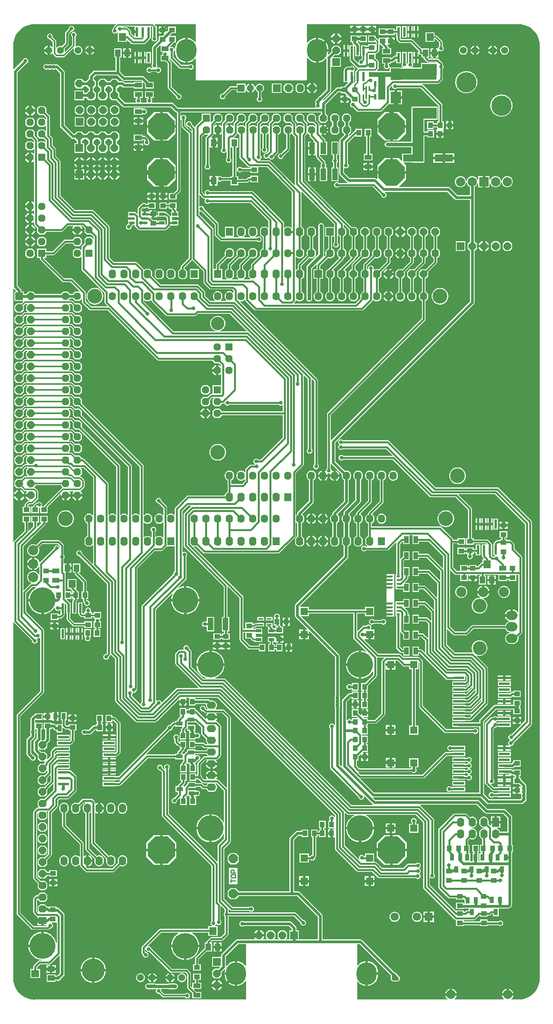
<source format=gtl>
G04*
G04 #@! TF.GenerationSoftware,Altium Limited,Altium Designer,18.1.9 (240)*
G04*
G04 Layer_Physical_Order=1*
G04 Layer_Color=255*
%FSLAX44Y44*%
%MOMM*%
G71*
G01*
G75*
%ADD10C,0.2540*%
%ADD15C,0.3000*%
%ADD79R,1.2000X2.5000*%
%ADD80R,1.2700X1.0160*%
%ADD81R,1.5240X1.0160*%
%ADD82R,1.0160X1.2700*%
%ADD83R,1.6000X1.7000*%
%ADD84R,1.2000X1.5000*%
%ADD85R,1.7000X1.6000*%
%ADD86R,1.5000X1.2000*%
%ADD87R,2.4000X0.6000*%
%ADD88R,0.6000X2.0000*%
%ADD89R,3.2000X2.4000*%
%ADD90R,4.0000X1.5000*%
%ADD91R,0.6000X1.2000*%
%ADD92R,0.3500X1.0500*%
%ADD93R,1.2000X0.7000*%
%ADD94R,1.2000X0.6000*%
%ADD95R,1.4000X0.9000*%
%ADD96R,1.2700X2.7000*%
%ADD97R,1.0160X1.5240*%
%ADD98R,0.7000X0.4500*%
%ADD99R,0.9000X1.4000*%
%ADD100R,1.6000X1.6000*%
%ADD101R,1.6000X1.6000*%
%ADD102R,1.0500X0.3500*%
%ADD103R,1.0000X0.3500*%
%ADD104R,2.3000X2.5000*%
%ADD105R,1.3000X1.6000*%
%ADD166C,0.6000*%
%ADD167C,0.5000*%
%ADD168C,0.4000*%
%ADD169C,1.0000*%
%ADD170C,0.7000*%
%ADD171C,0.8000*%
%ADD172C,0.3500*%
%ADD173R,2.4000X11.7649*%
%ADD174R,9.4250X2.4890*%
%ADD175R,1.5570X5.6500*%
%ADD176C,2.2000*%
%ADD177P,1.7870X8X202.5*%
%ADD178R,1.6510X1.6510*%
%ADD179C,3.0000*%
%ADD180O,2.5000X2.0000*%
%ADD181C,5.0000*%
G04:AMPARAMS|DCode=182|XSize=1.6mm|YSize=1.8mm|CornerRadius=0mm|HoleSize=0mm|Usage=FLASHONLY|Rotation=180.000|XOffset=0mm|YOffset=0mm|HoleType=Round|Shape=Octagon|*
%AMOCTAGOND182*
4,1,8,0.4000,-0.9000,-0.4000,-0.9000,-0.8000,-0.5000,-0.8000,0.5000,-0.4000,0.9000,0.4000,0.9000,0.8000,0.5000,0.8000,-0.5000,0.4000,-0.9000,0.0*
%
%ADD182OCTAGOND182*%

%ADD183R,1.6000X1.8000*%
G04:AMPARAMS|DCode=184|XSize=1.6mm|YSize=1.651mm|CornerRadius=0mm|HoleSize=0mm|Usage=FLASHONLY|Rotation=0.000|XOffset=0mm|YOffset=0mm|HoleType=Round|Shape=Octagon|*
%AMOCTAGOND184*
4,1,8,-0.4000,0.8255,0.4000,0.8255,0.8000,0.4255,0.8000,-0.4255,0.4000,-0.8255,-0.4000,-0.8255,-0.8000,-0.4255,-0.8000,0.4255,-0.4000,0.8255,0.0*
%
%ADD184OCTAGOND184*%

%ADD185P,1.7318X8X292.5*%
%ADD186C,2.9000*%
%ADD187C,3.1999*%
%ADD188O,1.6000X1.8000*%
%ADD189O,4.4000X4.9000*%
%ADD190P,1.7870X8X292.5*%
%ADD191R,1.6510X1.6510*%
%ADD192C,1.5000*%
%ADD193C,2.0000*%
%ADD194R,2.0000X2.0000*%
%ADD195C,4.4000*%
%ADD196R,1.5000X1.5000*%
G04:AMPARAMS|DCode=197|XSize=1.6mm|YSize=1.651mm|CornerRadius=0mm|HoleSize=0mm|Usage=FLASHONLY|Rotation=90.000|XOffset=0mm|YOffset=0mm|HoleType=Round|Shape=Octagon|*
%AMOCTAGOND197*
4,1,8,-0.8255,-0.4000,-0.8255,0.4000,-0.4255,0.8000,0.4255,0.8000,0.8255,0.4000,0.8255,-0.4000,0.4255,-0.8000,-0.4255,-0.8000,-0.8255,-0.4000,0.0*
%
%ADD197OCTAGOND197*%

%ADD198R,1.6510X1.6000*%
%ADD199C,5.6000*%
%ADD200R,1.6000X2.0000*%
%ADD201O,1.6000X2.0000*%
%ADD202O,1.6000X2.0000*%
%ADD203O,2.0000X1.6000*%
%ADD204C,1.8000*%
%ADD205R,1.8000X1.8000*%
%ADD206P,2.1648X8X112.5*%
%ADD207P,6.1697X8X292.5*%
%ADD208P,6.4944X8X292.5*%
%ADD209C,0.8000*%
G36*
X781096Y271303D02*
X787088Y270112D01*
X792872Y268148D01*
X798352Y265446D01*
X803431Y262052D01*
X808024Y258024D01*
X812052Y253431D01*
X815446Y248351D01*
X818148Y242872D01*
X820112Y237088D01*
X821303Y231096D01*
X821694Y225144D01*
X821665Y225000D01*
X821666Y-1797999D01*
X821666Y-1798000D01*
X821666D01*
X821621Y-1799251D01*
X821303Y-1804096D01*
X820112Y-1810088D01*
X818148Y-1815872D01*
X815446Y-1821351D01*
X812052Y-1826431D01*
X808024Y-1831024D01*
X803431Y-1835052D01*
X798352Y-1838446D01*
X792872Y-1841148D01*
X787088Y-1843112D01*
X781096Y-1844303D01*
X776261Y-1844620D01*
X775000Y-1844666D01*
X775000Y-1844666D01*
X773748Y-1844666D01*
X760064D01*
X759633Y-1843396D01*
X760744Y-1842544D01*
X762754Y-1839924D01*
X764017Y-1836874D01*
X764119Y-1836100D01*
X751800D01*
X739481D01*
X739583Y-1836874D01*
X740846Y-1839924D01*
X742856Y-1842544D01*
X743967Y-1843396D01*
X743536Y-1844666D01*
X636738D01*
X636307Y-1843396D01*
X637744Y-1842294D01*
X639754Y-1839674D01*
X641017Y-1836624D01*
X641119Y-1835850D01*
X628800D01*
X616481D01*
X616583Y-1836624D01*
X617846Y-1839674D01*
X619856Y-1842294D01*
X621293Y-1843396D01*
X620862Y-1844666D01*
X425334D01*
Y-1806186D01*
X426604Y-1805731D01*
X428414Y-1807936D01*
X432150Y-1811003D01*
X436413Y-1813282D01*
X441039Y-1814685D01*
X443350Y-1814913D01*
Y-1788000D01*
Y-1761087D01*
X441039Y-1761315D01*
X436413Y-1762718D01*
X432150Y-1764997D01*
X428414Y-1768064D01*
X426604Y-1770269D01*
X425334Y-1769814D01*
Y-1726000D01*
X425246Y-1725558D01*
X426200Y-1724288D01*
X430081D01*
X497882Y-1792090D01*
Y-1798996D01*
X498348Y-1801337D01*
X499674Y-1803322D01*
X501659Y-1804648D01*
X504000Y-1805114D01*
X511996D01*
X511998Y-1805114D01*
X511999Y-1805114D01*
X514340Y-1804648D01*
X516325Y-1803322D01*
X517651Y-1801337D01*
X518116Y-1798996D01*
X517651Y-1796655D01*
X516325Y-1794671D01*
X516317Y-1794666D01*
X508326Y-1786674D01*
X506341Y-1785348D01*
X505366Y-1785154D01*
X435797Y-1715585D01*
X434143Y-1714480D01*
X432193Y-1714092D01*
X350098D01*
Y-1663000D01*
X349710Y-1661049D01*
X348605Y-1659395D01*
X300605Y-1611395D01*
X298951Y-1610290D01*
X297000Y-1609902D01*
X288098D01*
Y-1498112D01*
X297112Y-1489098D01*
X304760D01*
Y-1492350D01*
X318920D01*
Y-1475650D01*
X304760D01*
Y-1478902D01*
X295000D01*
X293049Y-1479290D01*
X291395Y-1480395D01*
X279395Y-1492395D01*
X278290Y-1494049D01*
X277902Y-1496000D01*
Y-1609902D01*
X168000D01*
Y-1609000D01*
X162000Y-1603000D01*
X150000D01*
X144000Y-1609000D01*
Y-1621000D01*
X150000Y-1627000D01*
X162000D01*
X168000Y-1621000D01*
Y-1620098D01*
X294888D01*
X339902Y-1665112D01*
Y-1714092D01*
X298355D01*
Y-1694745D01*
X293198D01*
Y-1689100D01*
X292810Y-1687149D01*
X291705Y-1685495D01*
X282605Y-1676395D01*
X280951Y-1675290D01*
X279000Y-1674902D01*
X178710D01*
X177881Y-1674348D01*
X175540Y-1673882D01*
X173199Y-1674348D01*
X171214Y-1675674D01*
X169888Y-1677659D01*
X169422Y-1680000D01*
X169888Y-1682341D01*
X171214Y-1684326D01*
X173199Y-1685652D01*
X175540Y-1686118D01*
X177881Y-1685652D01*
X178710Y-1685098D01*
X276888D01*
X283002Y-1691212D01*
Y-1694745D01*
X277845D01*
Y-1714092D01*
X270650D01*
X270164Y-1712919D01*
X272955Y-1710128D01*
Y-1699872D01*
X267827Y-1694745D01*
X257572D01*
X252445Y-1699872D01*
Y-1710128D01*
X255236Y-1712919D01*
X254750Y-1714092D01*
X245250D01*
X244764Y-1712919D01*
X247555Y-1710128D01*
Y-1699872D01*
X242428Y-1694745D01*
X232173D01*
X227045Y-1699872D01*
Y-1710128D01*
X229836Y-1712919D01*
X229350Y-1714092D01*
X220660D01*
X220174Y-1712919D01*
X222695Y-1710397D01*
Y-1707500D01*
X211900D01*
X201105D01*
Y-1710397D01*
X203626Y-1712919D01*
X203140Y-1714092D01*
X164810D01*
X162859Y-1714480D01*
X161205Y-1715585D01*
X131395Y-1745395D01*
X130290Y-1747049D01*
X129902Y-1749000D01*
Y-1752345D01*
X110285D01*
Y-1772855D01*
X126816D01*
X127302Y-1774028D01*
X123585Y-1777745D01*
X115413D01*
X110285Y-1782872D01*
Y-1793127D01*
X115413Y-1798255D01*
X125667D01*
X130795Y-1793127D01*
Y-1784955D01*
X137325Y-1778425D01*
X138448Y-1779098D01*
X137965Y-1780689D01*
X137491Y-1785500D01*
X159650D01*
Y-1761087D01*
X157339Y-1761315D01*
X152713Y-1762718D01*
X148450Y-1764997D01*
X144714Y-1768064D01*
X141647Y-1771800D01*
X141368Y-1772322D01*
X140098Y-1772004D01*
Y-1751112D01*
X166922Y-1724288D01*
X182800D01*
X183754Y-1725558D01*
X183666Y-1726000D01*
Y-1771098D01*
X182396Y-1771487D01*
X179586Y-1768064D01*
X175850Y-1764997D01*
X171586Y-1762718D01*
X166961Y-1761315D01*
X164650Y-1761087D01*
Y-1788000D01*
Y-1814913D01*
X166961Y-1814685D01*
X171586Y-1813282D01*
X175850Y-1811003D01*
X179586Y-1807936D01*
X182396Y-1804513D01*
X183666Y-1804902D01*
Y-1844666D01*
X-275000Y-1844666D01*
X-275140Y-1844694D01*
X-281096Y-1844303D01*
X-287088Y-1843112D01*
X-292873Y-1841148D01*
X-298351Y-1838446D01*
X-303431Y-1835052D01*
X-308024Y-1831024D01*
X-312052Y-1826431D01*
X-315446Y-1821351D01*
X-318148Y-1815872D01*
X-320112Y-1810088D01*
X-321303Y-1804096D01*
X-321694Y-1798141D01*
X-321666Y-1798000D01*
X-321666Y-1026502D01*
X-320396Y-1026117D01*
X-319884Y-1026884D01*
X-281059Y-1065708D01*
X-281117Y-1066000D01*
X-280652Y-1068341D01*
X-279326Y-1070326D01*
X-277341Y-1071652D01*
X-275000Y-1072117D01*
X-272659Y-1071652D01*
X-270674Y-1070326D01*
X-269348Y-1068341D01*
X-268883Y-1066000D01*
X-269348Y-1063659D01*
X-270515Y-1061912D01*
X-270118Y-1061017D01*
X-269886Y-1060742D01*
X-268000Y-1061117D01*
X-265659Y-1060652D01*
X-264348Y-1059776D01*
X-263078Y-1060455D01*
Y-1175311D01*
X-312884Y-1225116D01*
X-313768Y-1226439D01*
X-314078Y-1228000D01*
X-314078Y-1228000D01*
Y-1658000D01*
X-314078Y-1658000D01*
X-313768Y-1659561D01*
X-312884Y-1660884D01*
X-281884Y-1691884D01*
X-280561Y-1692768D01*
X-279000Y-1693078D01*
X-279000Y-1693078D01*
X-246003D01*
X-246003Y-1693078D01*
X-244442Y-1692768D01*
X-243119Y-1691884D01*
X-241291Y-1690056D01*
X-241000Y-1690114D01*
X-238658Y-1689648D01*
X-236674Y-1688322D01*
X-235348Y-1686338D01*
X-234882Y-1683997D01*
X-235348Y-1681655D01*
X-236674Y-1679671D01*
X-237842Y-1678890D01*
X-237457Y-1677620D01*
X-227110D01*
X-227078Y-1678877D01*
Y-1721273D01*
X-228348Y-1721424D01*
X-229027Y-1718598D01*
X-230867Y-1714156D01*
X-233378Y-1710058D01*
X-236500Y-1706402D01*
X-240156Y-1703280D01*
X-244254Y-1700768D01*
X-248695Y-1698929D01*
X-253370Y-1697807D01*
X-255662Y-1697626D01*
Y-1728064D01*
X-258162D01*
Y-1730564D01*
X-288600D01*
X-288419Y-1732856D01*
X-287297Y-1737531D01*
X-285457Y-1741972D01*
X-282946Y-1746071D01*
X-279824Y-1749726D01*
X-276168Y-1752848D01*
X-272070Y-1755359D01*
X-267628Y-1757199D01*
X-262954Y-1758321D01*
X-258757Y-1758652D01*
X-258806Y-1759922D01*
X-265000D01*
X-266561Y-1760232D01*
X-267884Y-1761116D01*
X-267884Y-1761116D01*
X-276884Y-1770116D01*
X-277768Y-1771439D01*
X-278078Y-1773000D01*
X-278078Y-1773000D01*
Y-1778000D01*
X-284500D01*
Y-1798000D01*
X-263500D01*
Y-1778000D01*
X-269922D01*
Y-1774689D01*
X-263311Y-1768078D01*
X-243000D01*
X-243000Y-1768078D01*
X-241439Y-1767768D01*
X-240116Y-1766884D01*
X-221731Y-1748499D01*
X-220558Y-1748985D01*
Y-1787348D01*
X-225363Y-1792154D01*
X-226341Y-1792348D01*
X-227170Y-1792902D01*
X-230000D01*
Y-1790000D01*
X-249000D01*
Y-1806000D01*
X-230000D01*
Y-1803098D01*
X-227170D01*
X-226341Y-1803652D01*
X-224000Y-1804117D01*
X-221659Y-1803652D01*
X-219674Y-1802326D01*
X-218348Y-1800341D01*
X-218154Y-1799363D01*
X-211855Y-1793065D01*
X-210750Y-1791411D01*
X-210362Y-1789460D01*
Y-1660540D01*
X-210750Y-1658589D01*
X-211855Y-1656935D01*
X-222395Y-1646395D01*
X-224049Y-1645290D01*
X-226000Y-1644902D01*
X-227650D01*
Y-1642600D01*
X-244350D01*
Y-1642600D01*
X-245620Y-1643241D01*
X-246049Y-1642954D01*
X-248000Y-1642566D01*
X-248005D01*
X-252907Y-1637664D01*
X-263417D01*
X-268417Y-1642664D01*
Y-1652664D01*
X-267017Y-1654064D01*
X-267435Y-1655443D01*
X-267731Y-1655502D01*
X-269922Y-1653311D01*
Y-1627689D01*
X-269631Y-1627399D01*
X-268417Y-1627264D01*
X-263417Y-1632264D01*
X-252907D01*
X-247907Y-1627264D01*
Y-1617264D01*
X-252907Y-1612264D01*
X-263417D01*
X-268417Y-1617264D01*
Y-1618186D01*
X-270264D01*
X-270264Y-1618186D01*
X-271825Y-1618496D01*
X-273148Y-1619380D01*
X-276884Y-1623116D01*
X-277768Y-1624439D01*
X-278078Y-1626000D01*
X-278078Y-1626000D01*
Y-1655000D01*
X-278078Y-1655000D01*
X-277768Y-1656561D01*
X-276884Y-1657884D01*
X-271680Y-1663088D01*
X-271680Y-1663088D01*
X-270357Y-1663972D01*
X-268957Y-1664250D01*
Y-1670564D01*
X-258162D01*
Y-1673064D01*
X-255662D01*
Y-1683604D01*
X-249640D01*
X-248967Y-1684874D01*
X-249000Y-1684922D01*
X-277311D01*
X-305922Y-1656311D01*
Y-1229689D01*
X-256116Y-1179884D01*
X-256116Y-1179884D01*
X-255232Y-1178561D01*
X-254922Y-1177000D01*
X-254922Y-1177000D01*
Y-1042923D01*
X-254922Y-1042923D01*
X-255232Y-1041362D01*
X-256116Y-1040039D01*
X-293302Y-1002853D01*
Y-963069D01*
X-279835Y-949602D01*
X-273159D01*
X-272972Y-949832D01*
X-273256Y-951495D01*
X-276168Y-953280D01*
X-279824Y-956402D01*
X-282946Y-960058D01*
X-285457Y-964156D01*
X-287297Y-968597D01*
X-288419Y-973272D01*
X-288600Y-975564D01*
X-258162D01*
Y-978064D01*
X-255662D01*
Y-1008502D01*
X-253370Y-1008321D01*
X-248695Y-1007199D01*
X-244254Y-1005359D01*
X-240156Y-1002848D01*
X-236500Y-999726D01*
X-233378Y-996070D01*
X-232264Y-994251D01*
X-231062Y-994722D01*
X-231117Y-995000D01*
X-230652Y-997341D01*
X-229326Y-999326D01*
X-227341Y-1000652D01*
X-225000Y-1001117D01*
X-222659Y-1000652D01*
X-220674Y-999326D01*
X-220549Y-999138D01*
X-219322D01*
Y-1007060D01*
X-219322D01*
X-219098Y-1008330D01*
X-220529Y-1009762D01*
X-223650D01*
Y-1006760D01*
X-240350D01*
Y-1020920D01*
X-223650D01*
Y-1017918D01*
X-218840D01*
X-218840Y-1017918D01*
X-217279Y-1017608D01*
X-215956Y-1016724D01*
X-211438Y-1012206D01*
X-211438Y-1012206D01*
X-210554Y-1010883D01*
X-210244Y-1009322D01*
X-210244Y-1009322D01*
Y-1007060D01*
X-209322D01*
Y-986105D01*
X-208149Y-985619D01*
X-206622Y-987146D01*
Y-1007060D01*
X-205191D01*
Y-1019378D01*
X-204919Y-1020744D01*
X-204145Y-1021901D01*
X-192363Y-1033683D01*
X-191206Y-1034457D01*
X-189840Y-1034729D01*
X-167350D01*
Y-1038240D01*
X-150650D01*
Y-1024080D01*
X-167350D01*
Y-1027591D01*
X-188362D01*
X-198053Y-1017900D01*
Y-1007060D01*
X-196622D01*
Y-983060D01*
X-199172D01*
X-205709Y-976523D01*
X-205223Y-975350D01*
X-195760D01*
Y-971078D01*
X-193462D01*
Y-975350D01*
X-191914D01*
X-191388Y-976620D01*
X-191806Y-977038D01*
X-192690Y-978361D01*
X-193000Y-979922D01*
X-193000Y-979922D01*
Y-983060D01*
X-193922D01*
Y-1007060D01*
X-183922D01*
Y-983060D01*
X-184844D01*
Y-981611D01*
X-183498Y-980266D01*
X-183498Y-980266D01*
X-182614Y-978943D01*
X-182304Y-977382D01*
Y-975350D01*
X-179302D01*
Y-958650D01*
X-182464D01*
X-182614Y-957897D01*
X-183498Y-956574D01*
X-183498Y-956574D01*
X-185563Y-954510D01*
X-185077Y-953336D01*
X-184000D01*
Y-932336D01*
X-204000D01*
Y-953336D01*
X-197781D01*
X-197768Y-953401D01*
X-196884Y-954724D01*
X-194007Y-957601D01*
X-193462Y-958650D01*
X-193462D01*
X-193462Y-958650D01*
Y-962922D01*
X-195760D01*
Y-958650D01*
X-208381D01*
Y-935637D01*
Y-921541D01*
X-208381Y-921540D01*
X-208692Y-919980D01*
X-208915Y-919646D01*
X-208236Y-918376D01*
X-206500D01*
Y-908336D01*
Y-898296D01*
X-211922D01*
Y-888491D01*
X-211674Y-888326D01*
X-210348Y-886341D01*
X-209883Y-884000D01*
X-210348Y-881659D01*
X-211674Y-879674D01*
X-211922Y-879509D01*
Y-859300D01*
X-212232Y-857739D01*
X-213116Y-856416D01*
X-213116Y-856416D01*
X-220416Y-849116D01*
X-221739Y-848232D01*
X-223300Y-847922D01*
X-223300Y-847922D01*
X-260000D01*
X-260000Y-847922D01*
X-261561Y-848232D01*
X-262884Y-849116D01*
X-272129Y-858361D01*
X-274606Y-857335D01*
X-278000Y-856888D01*
X-281394Y-857335D01*
X-284556Y-858644D01*
X-287272Y-860728D01*
X-289356Y-863444D01*
X-290665Y-866606D01*
X-291112Y-870000D01*
X-290665Y-873394D01*
X-289356Y-876556D01*
X-287272Y-879272D01*
X-284556Y-881356D01*
X-281394Y-882665D01*
X-278000Y-883112D01*
X-274606Y-882665D01*
X-271444Y-881356D01*
X-268728Y-879272D01*
X-266644Y-876556D01*
X-265335Y-873394D01*
X-264888Y-870000D01*
X-265335Y-866606D01*
X-266361Y-864129D01*
X-258311Y-856078D01*
X-224989D01*
X-220078Y-860989D01*
Y-862533D01*
X-221348Y-862659D01*
X-222674Y-860674D01*
X-224659Y-859348D01*
X-227000Y-858883D01*
X-229341Y-859348D01*
X-231326Y-860674D01*
X-232652Y-862659D01*
X-233118Y-865000D01*
X-233060Y-865292D01*
X-263493Y-895726D01*
X-264446Y-895537D01*
X-264810Y-895389D01*
X-264855Y-895354D01*
X-266173Y-892172D01*
X-268343Y-889343D01*
X-271172Y-887173D01*
X-274465Y-885808D01*
X-275500Y-885672D01*
Y-899000D01*
Y-912328D01*
X-274465Y-912191D01*
X-271172Y-910827D01*
X-268343Y-908657D01*
X-266348Y-906057D01*
X-265078Y-906277D01*
Y-921905D01*
X-266348Y-922158D01*
X-266644Y-921445D01*
X-268727Y-918729D01*
X-271443Y-916645D01*
X-274606Y-915335D01*
X-277999Y-914889D01*
X-281393Y-915335D01*
X-284555Y-916645D01*
X-287271Y-918729D01*
X-289355Y-921445D01*
X-290665Y-924607D01*
X-291111Y-928001D01*
X-290665Y-931395D01*
X-289355Y-934557D01*
X-287271Y-937272D01*
X-284555Y-939356D01*
X-282276Y-940300D01*
X-282406Y-941621D01*
X-283085Y-941756D01*
X-284408Y-942640D01*
X-284408Y-942640D01*
X-298668Y-956901D01*
X-299842Y-956415D01*
Y-861609D01*
X-252116Y-813884D01*
X-251232Y-812561D01*
X-250922Y-811000D01*
Y-809240D01*
X-246650D01*
Y-795080D01*
X-263350D01*
Y-809240D01*
X-260804D01*
X-260278Y-810510D01*
X-268652Y-818884D01*
X-269922Y-818358D01*
Y-809240D01*
X-265650D01*
Y-795080D01*
X-282350D01*
Y-809240D01*
X-278078D01*
Y-818311D01*
X-287652Y-827884D01*
X-288922Y-827358D01*
Y-809240D01*
X-284650D01*
Y-795080D01*
X-301350D01*
Y-809240D01*
X-297078D01*
Y-827191D01*
X-319884Y-849996D01*
X-320396Y-850763D01*
X-321666Y-850378D01*
X-321667Y-302339D01*
X-320397Y-301813D01*
X-314938Y-307272D01*
X-315424Y-308445D01*
X-318893D01*
Y-328955D01*
X-300336D01*
X-299809Y-330225D01*
X-303470Y-333885D01*
X-303510Y-333845D01*
X-313765D01*
X-318893Y-338973D01*
Y-349227D01*
X-313765Y-354355D01*
X-303510D01*
X-298383Y-349227D01*
Y-338973D01*
X-298423Y-338932D01*
X-294738Y-335247D01*
X-291426D01*
X-290940Y-336420D01*
X-293493Y-338973D01*
Y-349227D01*
X-290462Y-352258D01*
X-290948Y-353431D01*
X-296138D01*
X-297503Y-353703D01*
X-298661Y-354477D01*
X-303470Y-359285D01*
X-303510Y-359245D01*
X-313765D01*
X-318893Y-364372D01*
Y-374627D01*
X-313765Y-379755D01*
X-303510D01*
X-298383Y-374627D01*
Y-364372D01*
X-298423Y-364332D01*
X-294660Y-360569D01*
X-291348D01*
X-290862Y-361742D01*
X-293493Y-364372D01*
Y-374627D01*
X-290862Y-377258D01*
X-291348Y-378431D01*
X-295738D01*
X-297103Y-378703D01*
X-298261Y-379477D01*
X-303470Y-384685D01*
X-303510Y-384645D01*
X-313765D01*
X-318893Y-389772D01*
Y-400028D01*
X-313765Y-405155D01*
X-303510D01*
X-298383Y-400028D01*
Y-389772D01*
X-298423Y-389732D01*
X-294260Y-385569D01*
X-290948D01*
X-290462Y-386742D01*
X-293493Y-389772D01*
Y-400028D01*
X-290384Y-403136D01*
X-290870Y-404309D01*
X-296216D01*
X-297581Y-404581D01*
X-298739Y-405355D01*
X-303470Y-410085D01*
X-303510Y-410045D01*
X-313765D01*
X-318893Y-415173D01*
Y-425428D01*
X-313765Y-430555D01*
X-303510D01*
X-298383Y-425428D01*
Y-415173D01*
X-298423Y-415132D01*
X-294738Y-411447D01*
X-291426D01*
X-290940Y-412620D01*
X-293493Y-415173D01*
Y-425428D01*
X-290384Y-428536D01*
X-290870Y-429709D01*
X-296216D01*
X-297581Y-429981D01*
X-298739Y-430755D01*
X-303470Y-435485D01*
X-303510Y-435445D01*
X-313765D01*
X-318893Y-440573D01*
Y-450827D01*
X-313765Y-455955D01*
X-303510D01*
X-298383Y-450827D01*
Y-440573D01*
X-298423Y-440532D01*
X-294738Y-436847D01*
X-291426D01*
X-290940Y-438020D01*
X-293493Y-440573D01*
Y-450827D01*
X-290384Y-453936D01*
X-290870Y-455109D01*
X-296216D01*
X-297581Y-455381D01*
X-298739Y-456155D01*
X-303470Y-460885D01*
X-303510Y-460845D01*
X-313765D01*
X-318893Y-465973D01*
Y-476227D01*
X-313765Y-481355D01*
X-303510D01*
X-298383Y-476227D01*
Y-465973D01*
X-298423Y-465932D01*
X-294738Y-462247D01*
X-291426D01*
X-290940Y-463420D01*
X-293493Y-465973D01*
Y-476227D01*
X-290462Y-479258D01*
X-290948Y-480431D01*
X-296138D01*
X-297503Y-480703D01*
X-298661Y-481477D01*
X-303470Y-486285D01*
X-303510Y-486245D01*
X-313765D01*
X-318893Y-491372D01*
Y-501628D01*
X-313765Y-506755D01*
X-303510D01*
X-298383Y-501628D01*
Y-491372D01*
X-298423Y-491332D01*
X-294660Y-487569D01*
X-291348D01*
X-290862Y-488742D01*
X-293493Y-491372D01*
Y-501628D01*
X-290862Y-504258D01*
X-291348Y-505431D01*
X-295738D01*
X-297103Y-505703D01*
X-298261Y-506477D01*
X-303470Y-511685D01*
X-303510Y-511645D01*
X-313765D01*
X-318893Y-516772D01*
Y-527028D01*
X-313765Y-532155D01*
X-303510D01*
X-298383Y-527028D01*
Y-516772D01*
X-298423Y-516732D01*
X-294260Y-512569D01*
X-290948D01*
X-290462Y-513742D01*
X-293493Y-516772D01*
Y-527028D01*
X-290940Y-529580D01*
X-291426Y-530753D01*
X-295660D01*
X-297025Y-531025D01*
X-298183Y-531799D01*
X-303470Y-537085D01*
X-303510Y-537045D01*
X-313765D01*
X-318893Y-542173D01*
Y-552427D01*
X-313765Y-557555D01*
X-303510D01*
X-298383Y-552427D01*
Y-542173D01*
X-298423Y-542132D01*
X-294182Y-537891D01*
X-290870D01*
X-290384Y-539064D01*
X-293493Y-542173D01*
Y-552427D01*
X-290662Y-555258D01*
X-291148Y-556431D01*
X-295938D01*
X-297303Y-556703D01*
X-298461Y-557477D01*
X-303470Y-562485D01*
X-303510Y-562445D01*
X-313765D01*
X-318893Y-567573D01*
Y-577827D01*
X-313765Y-582955D01*
X-303510D01*
X-298383Y-577827D01*
Y-567573D01*
X-298423Y-567532D01*
X-294460Y-563569D01*
X-291148D01*
X-290662Y-564742D01*
X-293493Y-567573D01*
Y-577827D01*
X-290384Y-580936D01*
X-290870Y-582109D01*
X-296216D01*
X-297581Y-582381D01*
X-298739Y-583155D01*
X-303470Y-587885D01*
X-303510Y-587845D01*
X-313765D01*
X-318893Y-592972D01*
Y-603228D01*
X-313765Y-608355D01*
X-303510D01*
X-298383Y-603228D01*
Y-592972D01*
X-298423Y-592932D01*
X-294738Y-589247D01*
X-291426D01*
X-290940Y-590420D01*
X-293493Y-592972D01*
Y-603228D01*
X-290462Y-606258D01*
X-290948Y-607431D01*
X-296138D01*
X-297503Y-607703D01*
X-298661Y-608477D01*
X-303470Y-613285D01*
X-303510Y-613245D01*
X-313765D01*
X-318893Y-618372D01*
Y-628628D01*
X-313765Y-633755D01*
X-303510D01*
X-298383Y-628628D01*
Y-618372D01*
X-298423Y-618332D01*
X-294660Y-614569D01*
X-291348D01*
X-290862Y-615742D01*
X-293493Y-618372D01*
Y-628628D01*
X-290862Y-631258D01*
X-291348Y-632431D01*
X-295738D01*
X-297103Y-632703D01*
X-298261Y-633477D01*
X-303470Y-638685D01*
X-303510Y-638645D01*
X-313765D01*
X-318893Y-643773D01*
Y-654027D01*
X-313765Y-659155D01*
X-303510D01*
X-298383Y-654027D01*
Y-643773D01*
X-298423Y-643732D01*
X-294260Y-639569D01*
X-290948D01*
X-290462Y-640742D01*
X-293493Y-643773D01*
Y-654027D01*
X-290940Y-656580D01*
X-291426Y-657753D01*
X-295660D01*
X-297025Y-658025D01*
X-298183Y-658799D01*
X-303470Y-664085D01*
X-303510Y-664045D01*
X-313765D01*
X-318893Y-669173D01*
Y-679427D01*
X-313765Y-684555D01*
X-303510D01*
X-298383Y-679427D01*
Y-669173D01*
X-298423Y-669132D01*
X-294182Y-664891D01*
X-290870D01*
X-290384Y-666064D01*
X-293493Y-669173D01*
Y-679427D01*
X-291067Y-681853D01*
X-291553Y-683026D01*
X-295533D01*
X-296898Y-683298D01*
X-298056Y-684072D01*
X-303470Y-689485D01*
X-303510Y-689445D01*
X-313765D01*
X-318893Y-694573D01*
Y-704827D01*
X-313765Y-709955D01*
X-303510D01*
X-298383Y-704827D01*
Y-694573D01*
X-298423Y-694532D01*
X-294055Y-690164D01*
X-290743D01*
X-290257Y-691337D01*
X-293493Y-694573D01*
Y-704827D01*
X-290257Y-708063D01*
X-290743Y-709236D01*
X-296343D01*
X-297708Y-709508D01*
X-298866Y-710282D01*
X-303470Y-714885D01*
X-303510Y-714845D01*
X-313765D01*
X-318893Y-719973D01*
Y-730228D01*
X-313765Y-735355D01*
X-303510D01*
X-303470Y-735315D01*
X-298261Y-740523D01*
X-297103Y-741297D01*
X-295738Y-741569D01*
X-292158D01*
X-291672Y-742742D01*
X-294033Y-745102D01*
Y-748000D01*
X-283238D01*
Y-753000D01*
X-294033D01*
Y-755898D01*
X-288635Y-761295D01*
X-284121D01*
X-283442Y-762565D01*
X-283473Y-762610D01*
X-288179D01*
X-289545Y-762882D01*
X-290702Y-763656D01*
X-295523Y-768477D01*
X-296297Y-769634D01*
X-296569Y-771000D01*
Y-774760D01*
X-301350D01*
Y-788920D01*
X-284650D01*
Y-774760D01*
X-289431D01*
Y-772478D01*
X-286701Y-769748D01*
X-280821D01*
X-279455Y-769476D01*
X-278298Y-768702D01*
X-268419Y-758824D01*
X-267646Y-757666D01*
X-267374Y-756301D01*
Y-743057D01*
X-267646Y-741692D01*
X-268419Y-740534D01*
X-273477Y-735477D01*
X-274634Y-734703D01*
X-275492Y-734532D01*
X-275988Y-733233D01*
X-272983Y-730228D01*
Y-728669D01*
X-217750D01*
Y-730100D01*
X-214595Y-733255D01*
X-215013Y-734633D01*
X-215366Y-734703D01*
X-216523Y-735477D01*
X-255807Y-774760D01*
X-258949D01*
X-259548Y-773640D01*
X-259348Y-773341D01*
X-258883Y-771000D01*
X-259348Y-768659D01*
X-260674Y-766674D01*
X-262659Y-765348D01*
X-265000Y-764883D01*
X-267341Y-765348D01*
X-269326Y-766674D01*
X-269832Y-767431D01*
X-271000D01*
X-272366Y-767703D01*
X-273523Y-768477D01*
X-276523Y-771477D01*
X-277297Y-772634D01*
X-277569Y-774000D01*
Y-774760D01*
X-282350D01*
Y-788920D01*
X-265650D01*
Y-777651D01*
X-265000Y-777117D01*
X-264332Y-776985D01*
X-263350Y-777790D01*
Y-788920D01*
X-246650D01*
Y-775697D01*
X-219463Y-748510D01*
X-218290Y-748996D01*
Y-755770D01*
X-213020Y-761040D01*
X-210250D01*
Y-750500D01*
X-207750D01*
Y-748000D01*
X-197210D01*
Y-745230D01*
X-199698Y-742742D01*
X-199212Y-741569D01*
X-190888D01*
X-190402Y-742742D01*
X-192890Y-745230D01*
Y-748000D01*
X-182350D01*
X-171810D01*
Y-745230D01*
X-174784Y-742256D01*
X-174623Y-740621D01*
X-174477Y-740523D01*
X-167787Y-733833D01*
X-167013Y-732676D01*
X-166741Y-731310D01*
Y-719427D01*
X-167013Y-718061D01*
X-167787Y-716903D01*
X-174153Y-710537D01*
X-175311Y-709763D01*
X-175566Y-709712D01*
X-175984Y-708334D01*
X-172350Y-704700D01*
Y-694700D01*
X-174958Y-692092D01*
X-174472Y-690918D01*
X-169098D01*
X-148328Y-711688D01*
Y-793134D01*
X-149531Y-793542D01*
X-149818Y-793168D01*
X-151907Y-791565D01*
X-154340Y-790557D01*
X-156950Y-790214D01*
X-159560Y-790557D01*
X-161993Y-791565D01*
X-164082Y-793168D01*
X-165685Y-795257D01*
X-166693Y-797690D01*
X-167036Y-800300D01*
Y-802300D01*
X-166693Y-804911D01*
X-165685Y-807343D01*
X-164082Y-809432D01*
X-161993Y-811035D01*
X-161028Y-811435D01*
Y-839000D01*
X-161950D01*
X-166950Y-844000D01*
Y-856000D01*
X-161950Y-861000D01*
X-151950D01*
X-149502Y-858552D01*
X-148328Y-859038D01*
Y-898785D01*
X-149502Y-899271D01*
X-172481Y-876292D01*
X-172423Y-876000D01*
X-172888Y-873659D01*
X-174214Y-871674D01*
X-176199Y-870348D01*
X-178540Y-869883D01*
X-180881Y-870348D01*
X-182866Y-871674D01*
X-184192Y-873659D01*
X-184657Y-876000D01*
X-184192Y-878341D01*
X-182866Y-880326D01*
X-180881Y-881652D01*
X-178540Y-882117D01*
X-178248Y-882059D01*
X-117918Y-942389D01*
Y-1093101D01*
X-119733Y-1094916D01*
X-120025Y-1094858D01*
X-122366Y-1095323D01*
X-124351Y-1096649D01*
X-125677Y-1098634D01*
X-126142Y-1100975D01*
X-125677Y-1103316D01*
X-124351Y-1105301D01*
X-122366Y-1106627D01*
X-120025Y-1107093D01*
X-117684Y-1106627D01*
X-115699Y-1105301D01*
X-114373Y-1103316D01*
X-113907Y-1100975D01*
X-113965Y-1100683D01*
X-110956Y-1097674D01*
X-110398Y-1096839D01*
X-109061Y-1096561D01*
X-108833Y-1096609D01*
X-100238Y-1105203D01*
Y-1195913D01*
X-100238Y-1195913D01*
X-99928Y-1197474D01*
X-99044Y-1198797D01*
X-56257Y-1241584D01*
X-54934Y-1242468D01*
X-53373Y-1242778D01*
X-53373Y-1242778D01*
X-13127D01*
X-13127Y-1242778D01*
X-11566Y-1242468D01*
X-10243Y-1241584D01*
X38047Y-1193294D01*
X39220Y-1193780D01*
Y-1195500D01*
X54460D01*
Y-1189660D01*
X60080D01*
Y-1206350D01*
X74240D01*
Y-1203098D01*
X96186D01*
X97155Y-1204368D01*
X96914Y-1206200D01*
X97257Y-1208811D01*
X98265Y-1211243D01*
X99868Y-1213332D01*
X100363Y-1213712D01*
X99931Y-1214982D01*
X98332D01*
X96060Y-1212709D01*
X95652Y-1210659D01*
X94326Y-1208674D01*
X92341Y-1207348D01*
X90000Y-1206882D01*
X87659Y-1207348D01*
X85674Y-1208674D01*
X84348Y-1210659D01*
X83883Y-1213000D01*
X84348Y-1215341D01*
X85674Y-1217326D01*
X87659Y-1218652D01*
X90000Y-1219118D01*
X90778Y-1218963D01*
X93759Y-1221944D01*
X93759Y-1221944D01*
X95082Y-1222828D01*
X96643Y-1223138D01*
X98772D01*
X99233Y-1224408D01*
X97793Y-1226284D01*
X96731Y-1228848D01*
X96698Y-1229100D01*
X109000D01*
X121302D01*
X121269Y-1228848D01*
X120207Y-1226284D01*
X118767Y-1224408D01*
X119228Y-1223138D01*
X132311D01*
X142462Y-1233289D01*
Y-1385035D01*
X141288Y-1385521D01*
X124024Y-1368256D01*
X122701Y-1367372D01*
X121140Y-1367062D01*
X121140Y-1367062D01*
X119228D01*
X118767Y-1365792D01*
X120207Y-1363916D01*
X121269Y-1361351D01*
X121302Y-1361100D01*
X109000D01*
X96698D01*
X96731Y-1361351D01*
X97793Y-1363916D01*
X99233Y-1365792D01*
X98772Y-1367062D01*
X92829D01*
X88060Y-1362292D01*
X88118Y-1362000D01*
X87652Y-1359659D01*
X86326Y-1357674D01*
X86078Y-1357509D01*
Y-1334689D01*
X96029Y-1324738D01*
X98772D01*
X99233Y-1326008D01*
X97793Y-1327885D01*
X96731Y-1330448D01*
X96698Y-1330700D01*
X109000D01*
X121302D01*
X121269Y-1330448D01*
X120207Y-1327885D01*
X118767Y-1326008D01*
X119228Y-1324738D01*
X119520D01*
X119520Y-1324738D01*
X121081Y-1324428D01*
X122404Y-1323544D01*
X128424Y-1317524D01*
X128424Y-1317524D01*
X129308Y-1316201D01*
X129618Y-1314640D01*
Y-1294940D01*
X129525Y-1294470D01*
X129618Y-1294000D01*
Y-1251540D01*
X129308Y-1249979D01*
X128424Y-1248656D01*
X128424Y-1248656D01*
X121344Y-1241576D01*
X120021Y-1240692D01*
X118854Y-1240460D01*
X118436Y-1239249D01*
X118435Y-1239180D01*
X118517Y-1239117D01*
X120207Y-1236916D01*
X121269Y-1234352D01*
X121302Y-1234100D01*
X109000D01*
X96698D01*
X96731Y-1234352D01*
X97308Y-1235745D01*
X96232Y-1236464D01*
X76884Y-1217116D01*
X75561Y-1216232D01*
X74240Y-1215969D01*
Y-1211650D01*
X60080D01*
Y-1213204D01*
X59098Y-1214009D01*
X58460Y-1213883D01*
X56119Y-1214348D01*
X55190Y-1214969D01*
X53920Y-1214290D01*
Y-1211650D01*
X39760D01*
Y-1228350D01*
X41086D01*
X41612Y-1229620D01*
X36116Y-1235116D01*
X35232Y-1236439D01*
X34922Y-1238000D01*
X34922Y-1238000D01*
Y-1239500D01*
X30000D01*
Y-1241922D01*
X27000D01*
X27000Y-1241922D01*
X25439Y-1242232D01*
X24116Y-1243116D01*
X24116Y-1243116D01*
X18292Y-1248941D01*
X18000Y-1248883D01*
X15659Y-1249348D01*
X13674Y-1250674D01*
X12348Y-1252659D01*
X11882Y-1255000D01*
X11940Y-1255292D01*
X-92789Y-1360022D01*
X-99470D01*
Y-1359100D01*
X-127470D01*
Y-1369100D01*
X-99470D01*
Y-1368178D01*
X-91100D01*
X-91100Y-1368178D01*
X-89539Y-1367868D01*
X-89215Y-1367651D01*
X-88405Y-1368638D01*
X-92489Y-1372722D01*
X-99470D01*
Y-1371800D01*
X-127470D01*
Y-1381800D01*
X-99470D01*
Y-1380878D01*
X-90800D01*
X-90800Y-1380878D01*
X-89239Y-1380568D01*
X-87916Y-1379684D01*
X-29311Y-1321078D01*
X30000D01*
Y-1323500D01*
X47922D01*
Y-1327311D01*
X44956Y-1330276D01*
X44072Y-1331599D01*
X43762Y-1333160D01*
X43762Y-1333160D01*
Y-1334650D01*
X40760D01*
Y-1351350D01*
X54920D01*
Y-1334650D01*
X53777D01*
X53291Y-1333477D01*
X54730Y-1332038D01*
X55358Y-1332145D01*
X56000Y-1332499D01*
Y-1332500D01*
X60192D01*
X60290Y-1332991D01*
X60640Y-1333515D01*
X61080Y-1334650D01*
X61080Y-1334650D01*
X61080Y-1334650D01*
Y-1351350D01*
X75240D01*
Y-1334650D01*
X73964D01*
X73426Y-1333380D01*
X74000Y-1332500D01*
X74000D01*
Y-1330780D01*
X74351Y-1330710D01*
X76005Y-1329605D01*
X79763Y-1325846D01*
X80741Y-1325652D01*
X82726Y-1324326D01*
X84052Y-1322341D01*
X84518Y-1320000D01*
X84052Y-1317659D01*
X82726Y-1315674D01*
X80741Y-1314348D01*
X78400Y-1313882D01*
X76059Y-1314348D01*
X75055Y-1315019D01*
X74000Y-1314196D01*
Y-1311878D01*
X97865D01*
X98265Y-1312843D01*
X99868Y-1314932D01*
X100363Y-1315312D01*
X99931Y-1316582D01*
X94340D01*
X94340Y-1316582D01*
X92779Y-1316892D01*
X91456Y-1317776D01*
X91456Y-1317776D01*
X79116Y-1330116D01*
X78232Y-1331439D01*
X77922Y-1333000D01*
X77922Y-1333000D01*
Y-1357509D01*
X77674Y-1357674D01*
X77509Y-1357922D01*
X75240D01*
Y-1353650D01*
X61080D01*
Y-1370350D01*
X75240D01*
Y-1366078D01*
X77509D01*
X77674Y-1366326D01*
X79659Y-1367652D01*
X82000Y-1368118D01*
X82292Y-1368060D01*
X88256Y-1374024D01*
X88256Y-1374024D01*
X89579Y-1374908D01*
X91140Y-1375218D01*
X99931D01*
X100363Y-1376488D01*
X99868Y-1376868D01*
X98265Y-1378957D01*
X97865Y-1379922D01*
X92689D01*
X88884Y-1376116D01*
X87561Y-1375232D01*
X86000Y-1374922D01*
X86000Y-1374922D01*
X75000D01*
Y-1372500D01*
X57000D01*
Y-1376232D01*
X51116Y-1382116D01*
X50270Y-1383383D01*
X50175Y-1383400D01*
X49000Y-1382986D01*
Y-1381500D01*
X46927D01*
X46441Y-1380327D01*
X50724Y-1376044D01*
X51608Y-1374721D01*
X51918Y-1373160D01*
X51918Y-1373160D01*
Y-1370350D01*
X54920D01*
Y-1353650D01*
X40760D01*
Y-1370350D01*
X43401D01*
X43612Y-1371620D01*
X37116Y-1378116D01*
X36232Y-1379439D01*
X35922Y-1381000D01*
X34845Y-1381500D01*
X31000D01*
Y-1394500D01*
X35922D01*
Y-1399311D01*
X28292Y-1406940D01*
X28000Y-1406882D01*
X25659Y-1407348D01*
X23674Y-1408674D01*
X22348Y-1410659D01*
X21883Y-1413000D01*
X22348Y-1415341D01*
X23674Y-1417326D01*
X25659Y-1418652D01*
X28000Y-1419117D01*
X30341Y-1418652D01*
X32326Y-1417326D01*
X33652Y-1415341D01*
X34118Y-1413000D01*
X34060Y-1412708D01*
X39587Y-1407181D01*
X40760Y-1407667D01*
Y-1422350D01*
X54920D01*
Y-1405650D01*
X53927D01*
X53441Y-1404477D01*
X55730Y-1402188D01*
X57000Y-1402714D01*
Y-1403500D01*
X60349D01*
X61175Y-1404711D01*
X61080Y-1405650D01*
X61080D01*
Y-1422350D01*
X75240D01*
Y-1405650D01*
X73458D01*
X73297Y-1404771D01*
X74136Y-1403635D01*
X75000Y-1403500D01*
Y-1403500D01*
X76270Y-1402781D01*
X77960Y-1403118D01*
X80301Y-1402652D01*
X82286Y-1401326D01*
X83612Y-1399341D01*
X84078Y-1397000D01*
X83612Y-1394659D01*
X82286Y-1392674D01*
X80301Y-1391348D01*
X77960Y-1390882D01*
X76270Y-1391219D01*
X75000Y-1390500D01*
Y-1390500D01*
X58078D01*
Y-1386689D01*
X59268Y-1385500D01*
X75000D01*
Y-1383078D01*
X84311D01*
X88116Y-1386884D01*
X88116Y-1386884D01*
X89439Y-1387768D01*
X91000Y-1388078D01*
X91000Y-1388078D01*
X97865D01*
X98265Y-1389043D01*
X99868Y-1391132D01*
X101957Y-1392735D01*
X104389Y-1393743D01*
X107000Y-1394086D01*
X111000D01*
X113610Y-1393743D01*
X116043Y-1392735D01*
X118132Y-1391132D01*
X119735Y-1389043D01*
X120743Y-1386611D01*
X121086Y-1384000D01*
X120743Y-1381389D01*
X119735Y-1378957D01*
X118132Y-1376868D01*
X117637Y-1376488D01*
X118069Y-1375218D01*
X119451D01*
X135922Y-1391689D01*
Y-1460807D01*
X134652Y-1461059D01*
X133795Y-1458992D01*
X131284Y-1454893D01*
X128162Y-1451238D01*
X124507Y-1448116D01*
X120408Y-1445605D01*
X115967Y-1443765D01*
X111292Y-1442643D01*
X109000Y-1442462D01*
Y-1472900D01*
Y-1503338D01*
X111292Y-1503157D01*
X115967Y-1502035D01*
X120408Y-1500195D01*
X124507Y-1497684D01*
X128162Y-1494562D01*
X131284Y-1490907D01*
X133795Y-1486808D01*
X134652Y-1484741D01*
X135922Y-1484993D01*
Y-1495311D01*
X123196Y-1508036D01*
X122312Y-1509359D01*
X122001Y-1510920D01*
X122001Y-1510920D01*
Y-1544321D01*
X120731Y-1545160D01*
X120308Y-1544979D01*
X119424Y-1543656D01*
X119424Y-1543656D01*
X16078Y-1440311D01*
Y-1344491D01*
X16326Y-1344326D01*
X17652Y-1342341D01*
X18118Y-1340000D01*
X17652Y-1337659D01*
X16326Y-1335674D01*
X14341Y-1334348D01*
X12000Y-1333882D01*
X9659Y-1334348D01*
X7674Y-1335674D01*
X6348Y-1337659D01*
X5882Y-1340000D01*
X6348Y-1342341D01*
X7241Y-1343677D01*
X6254Y-1344487D01*
X3059Y-1341292D01*
X3117Y-1341000D01*
X2652Y-1338659D01*
X1326Y-1336674D01*
X-659Y-1335348D01*
X-3000Y-1334883D01*
X-5341Y-1335348D01*
X-7326Y-1336674D01*
X-8652Y-1338659D01*
X-9118Y-1341000D01*
X-8652Y-1343341D01*
X-7326Y-1345326D01*
X-5341Y-1346652D01*
X-3000Y-1347117D01*
X-2708Y-1347059D01*
X1382Y-1351149D01*
Y-1445460D01*
X1382Y-1445460D01*
X1692Y-1447021D01*
X2576Y-1448344D01*
X108921Y-1554689D01*
Y-1674506D01*
X108674Y-1674671D01*
X107348Y-1676655D01*
X106882Y-1678997D01*
X107348Y-1681338D01*
X108674Y-1683322D01*
X110032Y-1684230D01*
X109647Y-1685500D01*
X102000D01*
Y-1691446D01*
X-2460D01*
X-4021Y-1691756D01*
X-5344Y-1692640D01*
X-5344Y-1692640D01*
X-41884Y-1729180D01*
X-42768Y-1730503D01*
X-43078Y-1732064D01*
X-43078Y-1732064D01*
Y-1742520D01*
X-43078Y-1742520D01*
X-42768Y-1744080D01*
X-41884Y-1745403D01*
X-40069Y-1747218D01*
X-40127Y-1747510D01*
X-39662Y-1749851D01*
X-38335Y-1751836D01*
X-36351Y-1753162D01*
X-34010Y-1753627D01*
X-31669Y-1753162D01*
X-29684Y-1751836D01*
X-28358Y-1749851D01*
X-27892Y-1747510D01*
X-28358Y-1745169D01*
X-29684Y-1743184D01*
X-31669Y-1741858D01*
X-34010Y-1741393D01*
X-34922Y-1740454D01*
Y-1736322D01*
X-33652Y-1736197D01*
X-33462Y-1737151D01*
X-32136Y-1739136D01*
X-30151Y-1740462D01*
X-27810Y-1740927D01*
X-26167Y-1740601D01*
X18116Y-1784884D01*
X18116Y-1784884D01*
X19439Y-1785768D01*
X19809Y-1785841D01*
X19602Y-1787095D01*
X21525Y-1787348D01*
X21608Y-1786078D01*
X52311D01*
X55922Y-1789689D01*
Y-1818000D01*
X55922Y-1818000D01*
X56232Y-1819561D01*
X57116Y-1820884D01*
X67380Y-1831148D01*
Y-1842080D01*
X86620D01*
Y-1827920D01*
X75688D01*
X70701Y-1822933D01*
X71187Y-1821760D01*
X86620D01*
Y-1807600D01*
X81078D01*
Y-1802240D01*
X85350D01*
Y-1788080D01*
X68650D01*
Y-1802240D01*
X72922D01*
Y-1807600D01*
X67380D01*
Y-1817953D01*
X66207Y-1818439D01*
X64078Y-1816311D01*
Y-1788000D01*
X64078Y-1788000D01*
X63768Y-1786439D01*
X62884Y-1785116D01*
X56884Y-1779116D01*
X55561Y-1778232D01*
X54000Y-1777922D01*
X54000Y-1777922D01*
X22689D01*
X-22008Y-1733224D01*
X-22158Y-1732469D01*
X-23484Y-1730484D01*
X-25469Y-1729158D01*
X-27810Y-1728692D01*
X-28128Y-1728756D01*
X-28754Y-1727585D01*
X-771Y-1699602D01*
X36685D01*
X36934Y-1699890D01*
X36679Y-1701536D01*
X33832Y-1703280D01*
X30176Y-1706402D01*
X27054Y-1710058D01*
X24543Y-1714156D01*
X22703Y-1718598D01*
X21581Y-1723272D01*
X21400Y-1725564D01*
X51838D01*
X82276D01*
X82095Y-1723272D01*
X80973Y-1718598D01*
X79134Y-1714156D01*
X76622Y-1710058D01*
X73500Y-1706402D01*
X69844Y-1703280D01*
X66997Y-1701536D01*
X66742Y-1699890D01*
X66991Y-1699602D01*
X102000D01*
Y-1706500D01*
X122000D01*
Y-1685500D01*
X116352D01*
X115967Y-1684230D01*
X117325Y-1683322D01*
X118565Y-1681468D01*
X119884Y-1681157D01*
X119997Y-1681326D01*
X121982Y-1682652D01*
X124323Y-1683118D01*
X126664Y-1682652D01*
X128648Y-1681326D01*
X129974Y-1679341D01*
X130440Y-1677000D01*
X129974Y-1674659D01*
X128648Y-1672674D01*
X128401Y-1672509D01*
Y-1641703D01*
X129574Y-1641217D01*
X137322Y-1648964D01*
Y-1655109D01*
X137074Y-1655274D01*
X135748Y-1657259D01*
X135282Y-1659600D01*
X135748Y-1661941D01*
X137074Y-1663926D01*
X137322Y-1664091D01*
Y-1700911D01*
X129311Y-1708922D01*
X109000D01*
X109000Y-1708922D01*
X107439Y-1709232D01*
X106116Y-1710116D01*
X106116Y-1710116D01*
X99116Y-1717116D01*
X98232Y-1718439D01*
X97922Y-1720000D01*
X97179Y-1721000D01*
X94000D01*
Y-1732732D01*
X74116Y-1752616D01*
X73232Y-1753939D01*
X72922Y-1755500D01*
X72922Y-1755500D01*
Y-1767760D01*
X68650D01*
Y-1781920D01*
X85350D01*
Y-1767760D01*
X81078D01*
Y-1757189D01*
X98268Y-1740000D01*
X110000D01*
Y-1721000D01*
X108427D01*
X107941Y-1719827D01*
X110689Y-1717078D01*
X131000D01*
X131000Y-1717078D01*
X132561Y-1716768D01*
X133884Y-1715884D01*
X144284Y-1705484D01*
X144284Y-1705484D01*
X145168Y-1704161D01*
X145478Y-1702600D01*
Y-1664091D01*
X145726Y-1663926D01*
X145891Y-1663678D01*
X287911D01*
X301940Y-1677708D01*
X301882Y-1678000D01*
X302348Y-1680341D01*
X303674Y-1682326D01*
X305659Y-1683652D01*
X308000Y-1684117D01*
X310341Y-1683652D01*
X312326Y-1682326D01*
X313652Y-1680341D01*
X314118Y-1678000D01*
X313652Y-1675659D01*
X312326Y-1673674D01*
X310341Y-1672348D01*
X308000Y-1671882D01*
X307708Y-1671940D01*
X292484Y-1656716D01*
X291161Y-1655832D01*
X289600Y-1655522D01*
X289600Y-1655522D01*
X145891D01*
X145726Y-1655274D01*
X145478Y-1655109D01*
Y-1648042D01*
X146748Y-1647516D01*
X150116Y-1650884D01*
X150116Y-1650884D01*
X151439Y-1651768D01*
X153000Y-1652078D01*
X190509D01*
X190674Y-1652326D01*
X192659Y-1653652D01*
X195000Y-1654117D01*
X197341Y-1653652D01*
X199326Y-1652326D01*
X200652Y-1650341D01*
X201117Y-1648000D01*
X200652Y-1645659D01*
X199326Y-1643674D01*
X197341Y-1642348D01*
X195000Y-1641882D01*
X192659Y-1642348D01*
X190674Y-1643674D01*
X190509Y-1643922D01*
X154689D01*
X136698Y-1625930D01*
Y-1517150D01*
X149424Y-1504424D01*
X150308Y-1503101D01*
X150618Y-1501540D01*
X150618Y-1501540D01*
Y-1231600D01*
X150308Y-1230039D01*
X149424Y-1228716D01*
X149424Y-1228716D01*
X136884Y-1216176D01*
X135561Y-1215292D01*
X134000Y-1214982D01*
X134000Y-1214982D01*
X118069D01*
X117637Y-1213712D01*
X118132Y-1213332D01*
X119735Y-1211243D01*
X120743Y-1208811D01*
X121086Y-1206200D01*
X120743Y-1203589D01*
X119735Y-1201157D01*
X118132Y-1199068D01*
X116043Y-1197465D01*
X113610Y-1196457D01*
X111000Y-1196114D01*
X107000D01*
X106225Y-1196216D01*
X104405Y-1194395D01*
X102751Y-1193290D01*
X100800Y-1192902D01*
X74240D01*
Y-1189660D01*
X121753D01*
X376922Y-1444829D01*
Y-1448533D01*
X375652Y-1448659D01*
X374326Y-1446674D01*
X372341Y-1445348D01*
X370000Y-1444883D01*
X367659Y-1445348D01*
X365674Y-1446674D01*
X364348Y-1448659D01*
X363882Y-1451000D01*
X364348Y-1453341D01*
X365473Y-1455025D01*
Y-1456650D01*
X362471D01*
Y-1473350D01*
X375556Y-1473350D01*
X376238Y-1474620D01*
X375913Y-1475110D01*
X372200D01*
Y-1484000D01*
Y-1492890D01*
X376922D01*
Y-1517458D01*
X376922Y-1517458D01*
X377232Y-1519019D01*
X378116Y-1520342D01*
X423778Y-1566004D01*
X425101Y-1566888D01*
X426662Y-1567198D01*
X426662Y-1567198D01*
X457718D01*
X470408Y-1579888D01*
X470408Y-1579888D01*
X471731Y-1580772D01*
X473292Y-1581083D01*
X473292Y-1581083D01*
X491995D01*
X491996Y-1581083D01*
X492018Y-1581078D01*
X552260D01*
X552425Y-1581326D01*
X554410Y-1582652D01*
X556751Y-1583118D01*
X559092Y-1582652D01*
X561077Y-1581326D01*
X562403Y-1579341D01*
X562869Y-1577000D01*
X562403Y-1574659D01*
X561077Y-1572674D01*
X560391Y-1572216D01*
Y-1570946D01*
X561325Y-1570323D01*
X562651Y-1568338D01*
X563116Y-1565997D01*
X562651Y-1563656D01*
X561325Y-1561671D01*
X559921Y-1560733D01*
X559921Y-1559264D01*
X561326Y-1558326D01*
X562652Y-1556341D01*
X563117Y-1554000D01*
X562652Y-1551659D01*
X561326Y-1549674D01*
X559341Y-1548348D01*
X557000Y-1547883D01*
X554659Y-1548348D01*
X552674Y-1549674D01*
X552509Y-1549922D01*
X536000D01*
X536000Y-1549922D01*
X534439Y-1550232D01*
X533116Y-1551116D01*
X533116Y-1551116D01*
X525311Y-1558922D01*
X479474D01*
X467709Y-1547156D01*
X466386Y-1546272D01*
X464825Y-1545961D01*
X464825Y-1545961D01*
X462121D01*
X462000Y-1545938D01*
Y-1527500D01*
X442000D01*
Y-1533421D01*
X439825D01*
X439326Y-1532674D01*
X437341Y-1531348D01*
X435000Y-1530883D01*
X432659Y-1531348D01*
X430674Y-1532674D01*
X429348Y-1534659D01*
X428882Y-1537000D01*
X429348Y-1539341D01*
X430160Y-1540556D01*
X429174Y-1541366D01*
X398158Y-1510351D01*
Y-1439978D01*
X399332Y-1439492D01*
X402263Y-1442424D01*
X402263Y-1442424D01*
X403586Y-1443308D01*
X405147Y-1443618D01*
X405147Y-1443618D01*
X419069D01*
X419321Y-1444888D01*
X417592Y-1445605D01*
X413494Y-1448116D01*
X409838Y-1451238D01*
X406716Y-1454893D01*
X404205Y-1458992D01*
X402365Y-1463433D01*
X401243Y-1468108D01*
X401062Y-1470400D01*
X431500D01*
X461938D01*
X461757Y-1468108D01*
X460635Y-1463433D01*
X458796Y-1458992D01*
X456284Y-1454893D01*
X453162Y-1451238D01*
X449506Y-1448116D01*
X445408Y-1445605D01*
X443679Y-1444888D01*
X443931Y-1443618D01*
X552353D01*
X568382Y-1459647D01*
Y-1601300D01*
X568382Y-1601300D01*
X568692Y-1602861D01*
X569576Y-1604184D01*
X636276Y-1670884D01*
X636276Y-1670884D01*
X637599Y-1671768D01*
X639160Y-1672078D01*
X639650D01*
Y-1685400D01*
X656350D01*
Y-1683078D01*
X691750D01*
Y-1685240D01*
X708450D01*
Y-1683078D01*
X731509D01*
X731674Y-1683326D01*
X733659Y-1684652D01*
X736000Y-1685117D01*
X738341Y-1684652D01*
X740326Y-1683326D01*
X741652Y-1681341D01*
X742117Y-1679000D01*
X741652Y-1676659D01*
X740326Y-1674674D01*
X738341Y-1673348D01*
X736000Y-1672883D01*
X733659Y-1673348D01*
X731674Y-1674674D01*
X731509Y-1674922D01*
X708450D01*
Y-1671080D01*
X691750D01*
Y-1674922D01*
X656350D01*
Y-1672078D01*
X679206D01*
X679207Y-1672078D01*
X680767Y-1671768D01*
X682091Y-1670884D01*
X690480Y-1662494D01*
X691750Y-1663020D01*
Y-1664920D01*
X708450D01*
Y-1661918D01*
X712000D01*
X712000Y-1661918D01*
X713561Y-1661608D01*
X714884Y-1660724D01*
X716989Y-1658618D01*
X719500D01*
Y-1663540D01*
X732500D01*
Y-1646638D01*
X753460D01*
X755411Y-1646250D01*
X757065Y-1645145D01*
X759765Y-1642445D01*
X760870Y-1640791D01*
X761258Y-1638840D01*
Y-1547840D01*
Y-1536000D01*
Y-1525350D01*
X763240D01*
Y-1508650D01*
X761258D01*
Y-1485000D01*
Y-1448160D01*
X760870Y-1446209D01*
X759765Y-1444555D01*
X747605Y-1432395D01*
X745951Y-1431290D01*
X744000Y-1430902D01*
X707652D01*
X690145Y-1413395D01*
X688491Y-1412290D01*
X686540Y-1411902D01*
X464228D01*
X459249Y-1406923D01*
X459449Y-1406223D01*
X459819Y-1405698D01*
X692888D01*
X705795Y-1418605D01*
X707449Y-1419710D01*
X709400Y-1420098D01*
X782000D01*
X783951Y-1419710D01*
X785605Y-1418605D01*
X788363Y-1415846D01*
X789341Y-1415652D01*
X791326Y-1414326D01*
X792652Y-1412341D01*
X793118Y-1410000D01*
X792652Y-1407659D01*
X792098Y-1406830D01*
Y-1405170D01*
X792652Y-1404341D01*
X793118Y-1402000D01*
X792652Y-1399659D01*
X792098Y-1398830D01*
Y-1397170D01*
X792652Y-1396341D01*
X793118Y-1394000D01*
X792652Y-1391659D01*
X792098Y-1390830D01*
Y-1389170D01*
X792652Y-1388341D01*
X793118Y-1386000D01*
X792652Y-1383659D01*
X792098Y-1382830D01*
Y-1380260D01*
X791710Y-1378309D01*
X790605Y-1376655D01*
X780350Y-1366401D01*
Y-1362920D01*
X777098D01*
Y-1359750D01*
X780350D01*
Y-1345590D01*
X763650D01*
Y-1345781D01*
X762934Y-1346077D01*
X762380Y-1346179D01*
X760751Y-1345090D01*
X758800Y-1344702D01*
X744530D01*
X744037Y-1344800D01*
X730530D01*
Y-1354800D01*
X744037D01*
X744530Y-1354898D01*
X756613D01*
X757405Y-1355871D01*
X756954Y-1356960D01*
X747030D01*
Y-1360000D01*
X759070D01*
Y-1358447D01*
X759163Y-1358295D01*
X760340Y-1357504D01*
X761670Y-1357768D01*
X763650D01*
Y-1359750D01*
X766902D01*
Y-1362920D01*
X763650D01*
Y-1377080D01*
X776610D01*
X781010Y-1381480D01*
X780434Y-1382700D01*
X774500D01*
Y-1390320D01*
Y-1397940D01*
X780890D01*
X781011Y-1398014D01*
X781348Y-1399659D01*
X780882Y-1402000D01*
X781348Y-1404341D01*
X781902Y-1405170D01*
Y-1406830D01*
X781348Y-1407659D01*
X781154Y-1408637D01*
X779888Y-1409902D01*
X711512D01*
X700098Y-1398488D01*
Y-1247000D01*
Y-1242112D01*
X726712Y-1215498D01*
X744530D01*
X745023Y-1215400D01*
X758530D01*
Y-1215398D01*
X763650D01*
Y-1225520D01*
X780350D01*
Y-1211360D01*
X777098D01*
Y-1208840D01*
X780350D01*
Y-1194680D01*
X763650D01*
Y-1205202D01*
X744530D01*
X744026Y-1205302D01*
X724600D01*
X722649Y-1205690D01*
X720995Y-1206795D01*
X691395Y-1236395D01*
X690290Y-1238049D01*
X689902Y-1240000D01*
Y-1243402D01*
X645470D01*
X644977Y-1243500D01*
X631470D01*
Y-1253500D01*
X644977D01*
X645470Y-1253598D01*
X689902D01*
Y-1395502D01*
X461712D01*
X431921Y-1365712D01*
X432407Y-1364538D01*
X568752D01*
X568752Y-1364538D01*
X570313Y-1364228D01*
X571636Y-1363344D01*
X619201Y-1315778D01*
X631470D01*
Y-1316700D01*
X659470D01*
Y-1306700D01*
X631470D01*
Y-1307621D01*
X617512D01*
X617512Y-1307621D01*
X615951Y-1307932D01*
X614628Y-1308816D01*
X614628Y-1308816D01*
X567063Y-1356382D01*
X431813D01*
X427738Y-1352307D01*
X427761Y-1352133D01*
X428305Y-1351078D01*
X543509D01*
X543674Y-1351326D01*
X545659Y-1352652D01*
X548000Y-1353118D01*
X550341Y-1352652D01*
X552326Y-1351326D01*
X553652Y-1349341D01*
X554118Y-1347000D01*
X553652Y-1344659D01*
X553098Y-1343830D01*
Y-1340900D01*
X558000D01*
Y-1320900D01*
X538000D01*
Y-1340900D01*
X542902D01*
Y-1342922D01*
X429589D01*
X424078Y-1337411D01*
Y-1326350D01*
X427920D01*
Y-1316688D01*
X432367Y-1312241D01*
X433540Y-1312727D01*
Y-1315500D01*
X438660D01*
Y-1309110D01*
X437999D01*
X437370Y-1307840D01*
X437744Y-1307350D01*
X448240D01*
Y-1290650D01*
X445238D01*
Y-1288350D01*
X448240D01*
Y-1271650D01*
X435533D01*
X435168Y-1270380D01*
X436012Y-1269350D01*
X448240D01*
Y-1252650D01*
X445238D01*
Y-1250350D01*
X448240D01*
Y-1246078D01*
X465050D01*
X465050Y-1246078D01*
X466611Y-1245768D01*
X467934Y-1244884D01*
X484884Y-1227934D01*
X484884Y-1227934D01*
X485768Y-1226611D01*
X486078Y-1225050D01*
Y-1114249D01*
X486190Y-1114174D01*
X487460Y-1114853D01*
Y-1115400D01*
X498000D01*
X508540D01*
Y-1109078D01*
X512471D01*
X524176Y-1120784D01*
X524176Y-1120784D01*
X525499Y-1121668D01*
X527060Y-1121978D01*
X538000D01*
Y-1127900D01*
X543922D01*
Y-1249900D01*
X538000D01*
Y-1269900D01*
X558000D01*
Y-1249900D01*
X552078D01*
Y-1127900D01*
X558000D01*
Y-1114044D01*
X559270Y-1113384D01*
X559602Y-1113618D01*
Y-1208840D01*
X559602Y-1208840D01*
X559912Y-1210401D01*
X560796Y-1211724D01*
X613956Y-1264884D01*
X615279Y-1265768D01*
X616840Y-1266078D01*
X677509D01*
X677674Y-1266326D01*
X679659Y-1267652D01*
X682000Y-1268118D01*
X684341Y-1267652D01*
X686326Y-1266326D01*
X687652Y-1264341D01*
X688118Y-1262000D01*
X687652Y-1259659D01*
X686326Y-1257674D01*
X684341Y-1256348D01*
X682000Y-1255882D01*
X679659Y-1256348D01*
X677674Y-1257674D01*
X677509Y-1257922D01*
X618529D01*
X567758Y-1207151D01*
Y-1111160D01*
X567758Y-1111160D01*
X567448Y-1109599D01*
X566564Y-1108276D01*
X566564Y-1108276D01*
X560764Y-1102476D01*
X559441Y-1101592D01*
X557880Y-1101282D01*
X557880Y-1101282D01*
X525458D01*
X519753Y-1095576D01*
X518430Y-1094692D01*
X516869Y-1094382D01*
X516869Y-1094382D01*
X471072D01*
X440675Y-1063985D01*
X441526Y-1063040D01*
X449500D01*
Y-1052500D01*
X452000D01*
Y-1050000D01*
X462540D01*
Y-1041960D01*
X455427D01*
X454748Y-1040690D01*
X455651Y-1039339D01*
X456117Y-1036998D01*
X455651Y-1034657D01*
X454325Y-1032672D01*
X452340Y-1031346D01*
X449999Y-1030880D01*
X447658Y-1031346D01*
X445673Y-1032672D01*
X445508Y-1032920D01*
X439925D01*
X439925Y-1032919D01*
X438364Y-1033230D01*
X437041Y-1034114D01*
X437041Y-1034114D01*
X426172Y-1044983D01*
X424998Y-1044497D01*
Y-1006578D01*
X442000D01*
Y-1012500D01*
X462000D01*
Y-992500D01*
X442000D01*
Y-998421D01*
X320000D01*
Y-992500D01*
X301506D01*
X300980Y-991230D01*
X404565Y-887645D01*
X405670Y-885991D01*
X406058Y-884040D01*
Y-861000D01*
X406850D01*
X411850Y-856000D01*
Y-844000D01*
X407967Y-840118D01*
Y-810210D01*
X408982Y-809432D01*
X410585Y-807343D01*
X411593Y-804911D01*
X411936Y-802300D01*
Y-800300D01*
X411593Y-797690D01*
X410585Y-795257D01*
X408982Y-793168D01*
X407967Y-792390D01*
Y-790782D01*
X431576Y-767173D01*
X432902Y-765189D01*
X433368Y-762848D01*
Y-716910D01*
X434382Y-716132D01*
X435985Y-714043D01*
X436993Y-711610D01*
X437336Y-709000D01*
Y-707000D01*
X436993Y-704389D01*
X435985Y-701957D01*
X434382Y-699868D01*
X432293Y-698265D01*
X429860Y-697257D01*
X427250Y-696914D01*
X424640Y-697257D01*
X422207Y-698265D01*
X420118Y-699868D01*
X418515Y-701957D01*
X417507Y-704389D01*
X417164Y-707000D01*
Y-709000D01*
X417507Y-711610D01*
X418515Y-714043D01*
X420118Y-716132D01*
X421133Y-716910D01*
Y-760314D01*
X397524Y-783922D01*
X396198Y-785907D01*
X395732Y-788248D01*
Y-792390D01*
X394718Y-793168D01*
X393115Y-795257D01*
X392107Y-797690D01*
X391764Y-800300D01*
Y-802300D01*
X392107Y-804911D01*
X393115Y-807343D01*
X394718Y-809432D01*
X395732Y-810210D01*
Y-840118D01*
X391850Y-844000D01*
Y-856000D01*
X395862Y-860012D01*
Y-881928D01*
X291395Y-986395D01*
X290290Y-988049D01*
X289902Y-990000D01*
Y-1012000D01*
X290290Y-1013951D01*
X291395Y-1015605D01*
X316577Y-1040786D01*
X316091Y-1041960D01*
X312500D01*
Y-1050000D01*
X320540D01*
Y-1046409D01*
X321713Y-1045923D01*
X376902Y-1101112D01*
Y-1186830D01*
X376348Y-1187659D01*
X375882Y-1190000D01*
X376348Y-1192341D01*
X376902Y-1193170D01*
Y-1194830D01*
X376348Y-1195659D01*
X375882Y-1198000D01*
X376348Y-1200341D01*
X376902Y-1201170D01*
Y-1202830D01*
X376348Y-1203659D01*
X375882Y-1206000D01*
X376348Y-1208341D01*
X376902Y-1209170D01*
Y-1248974D01*
X375652Y-1249199D01*
X374326Y-1247214D01*
X372341Y-1245888D01*
X370000Y-1245423D01*
X367659Y-1245888D01*
X365674Y-1247214D01*
X364348Y-1249199D01*
X363882Y-1251540D01*
X364348Y-1253881D01*
X365674Y-1255866D01*
X365922Y-1256031D01*
Y-1274000D01*
Y-1340895D01*
X365922Y-1340895D01*
X366232Y-1342456D01*
X367116Y-1343779D01*
X427958Y-1404621D01*
X427882Y-1405000D01*
X428348Y-1407341D01*
X429674Y-1409326D01*
X431659Y-1410652D01*
X434000Y-1411118D01*
X436341Y-1410652D01*
X438326Y-1409326D01*
X439652Y-1407341D01*
X440117Y-1405000D01*
X439871Y-1403761D01*
X441041Y-1403135D01*
X458511Y-1420605D01*
X459270Y-1421112D01*
X458885Y-1422382D01*
X412254D01*
X138989Y-1149116D01*
X137665Y-1148232D01*
X136105Y-1147922D01*
X136105Y-1147922D01*
X117145D01*
X116892Y-1146652D01*
X120408Y-1145195D01*
X124507Y-1142684D01*
X128162Y-1139562D01*
X131284Y-1135907D01*
X133795Y-1131808D01*
X135635Y-1127367D01*
X136757Y-1122692D01*
X136938Y-1120400D01*
X106500D01*
X76062D01*
X76243Y-1122692D01*
X77365Y-1127367D01*
X79205Y-1131808D01*
X81716Y-1135907D01*
X84838Y-1139562D01*
X88493Y-1142684D01*
X92592Y-1145195D01*
X96108Y-1146652D01*
X95855Y-1147922D01*
X91187D01*
X65078Y-1121813D01*
Y-1089000D01*
X65078Y-1089000D01*
X64768Y-1087439D01*
X63884Y-1086116D01*
X63884Y-1086116D01*
X60059Y-1082292D01*
X60118Y-1082000D01*
X59652Y-1079659D01*
X58326Y-1077674D01*
X56341Y-1076348D01*
X54000Y-1075882D01*
X51659Y-1076348D01*
X49674Y-1077674D01*
X48348Y-1079659D01*
X47882Y-1082000D01*
X48348Y-1084341D01*
X48556Y-1084652D01*
X47877Y-1085922D01*
X39547D01*
X37986Y-1086232D01*
X36663Y-1087116D01*
X36663Y-1087116D01*
X31201Y-1092579D01*
X30317Y-1093902D01*
X30006Y-1095463D01*
X30006Y-1095463D01*
Y-1115084D01*
X30006Y-1115085D01*
X30317Y-1116645D01*
X31201Y-1117968D01*
X80344Y-1167112D01*
X79818Y-1168382D01*
X34615D01*
X34615Y-1168382D01*
X33054Y-1168692D01*
X31731Y-1169576D01*
X1230Y-1200078D01*
X-148Y-1199660D01*
X-348Y-1198656D01*
X-1674Y-1196672D01*
X-3659Y-1195346D01*
X-6000Y-1194880D01*
X-8341Y-1195346D01*
X-10112Y-1196529D01*
X-11382Y-1196140D01*
Y-998149D01*
X23752Y-963016D01*
X24756Y-963807D01*
X24543Y-964156D01*
X22703Y-968597D01*
X21581Y-973272D01*
X21400Y-975564D01*
X49338D01*
Y-947626D01*
X47046Y-947807D01*
X42371Y-948929D01*
X37930Y-950769D01*
X37581Y-950982D01*
X36790Y-949978D01*
X53424Y-933344D01*
X53424Y-933344D01*
X54308Y-932021D01*
X54618Y-930460D01*
Y-882888D01*
X55652Y-881341D01*
X56118Y-879000D01*
X55652Y-876659D01*
X54326Y-874674D01*
X52341Y-873348D01*
X50000Y-872883D01*
X47659Y-873348D01*
X46808Y-873916D01*
X45538Y-873238D01*
Y-785229D01*
X57689Y-773078D01*
X64363D01*
X64748Y-774348D01*
X64407Y-774576D01*
X64407Y-774576D01*
X49686Y-789297D01*
X48802Y-790620D01*
X48492Y-792181D01*
X48492Y-792181D01*
Y-859819D01*
X48492Y-859819D01*
X48802Y-861380D01*
X49686Y-862703D01*
X135422Y-948438D01*
Y-1014500D01*
X131150D01*
Y-1045500D01*
X135922D01*
Y-1049760D01*
X131650D01*
Y-1052762D01*
X129350D01*
Y-1049760D01*
X112650D01*
Y-1063920D01*
X129350D01*
Y-1060918D01*
X131650D01*
Y-1063920D01*
X148350D01*
Y-1049760D01*
X144078D01*
Y-1045500D01*
X147850D01*
Y-1014500D01*
X143578D01*
Y-949005D01*
X144752Y-948519D01*
X169922Y-973689D01*
Y-1044000D01*
Y-1064000D01*
X169922Y-1064000D01*
X170232Y-1065561D01*
X171116Y-1066884D01*
X188116Y-1083884D01*
X188116Y-1083884D01*
X189439Y-1084768D01*
X191000Y-1085078D01*
X211600D01*
Y-1089350D01*
X225760D01*
Y-1072650D01*
X211600D01*
Y-1076922D01*
X192689D01*
X178078Y-1062311D01*
Y-1048078D01*
X182650D01*
Y-1061080D01*
X193033D01*
X197977Y-1066023D01*
X199134Y-1066797D01*
X200500Y-1067069D01*
X203000D01*
Y-1069000D01*
X219000D01*
Y-1060040D01*
X219540D01*
Y-1056500D01*
X211000D01*
Y-1051500D01*
X219540D01*
Y-1047960D01*
X219000D01*
Y-1039000D01*
X203000D01*
Y-1040422D01*
X201004D01*
X200721Y-1040232D01*
X199350Y-1039959D01*
Y-1037249D01*
X202480D01*
X203846Y-1036977D01*
X205003Y-1036203D01*
X206138Y-1035069D01*
X208750D01*
Y-1035250D01*
X222750D01*
Y-1029290D01*
X223540D01*
Y-1027500D01*
X215750D01*
X207960D01*
Y-1027931D01*
X204660D01*
X203294Y-1028203D01*
X202137Y-1028977D01*
X201002Y-1030111D01*
X199350D01*
Y-1026600D01*
X182650D01*
Y-1039922D01*
X178078D01*
Y-972000D01*
X177768Y-970439D01*
X176884Y-969116D01*
X176884Y-969116D01*
X69941Y-862173D01*
X70427Y-861000D01*
X76232D01*
X90656Y-875424D01*
X91979Y-876308D01*
X93540Y-876618D01*
X93540Y-876618D01*
X253460D01*
X253460Y-876618D01*
X255021Y-876308D01*
X256344Y-875424D01*
X290594Y-841174D01*
X291478Y-839851D01*
X291788Y-838290D01*
X291788Y-838290D01*
Y-809675D01*
X292991Y-809267D01*
X293118Y-809432D01*
X295152Y-810993D01*
Y-839098D01*
X290250Y-844000D01*
Y-856000D01*
X295250Y-861000D01*
X305250D01*
X310250Y-856000D01*
Y-844000D01*
X305348Y-839098D01*
Y-810993D01*
X307382Y-809432D01*
X308985Y-807343D01*
X309993Y-804911D01*
X310336Y-802300D01*
Y-800300D01*
X309993Y-797690D01*
X308985Y-795257D01*
X307382Y-793168D01*
X306256Y-792304D01*
X306173Y-791037D01*
X329255Y-767955D01*
X330360Y-766301D01*
X330748Y-764350D01*
Y-717693D01*
X332782Y-716132D01*
X334385Y-714043D01*
X335393Y-711610D01*
X335736Y-709000D01*
Y-707000D01*
X335393Y-704389D01*
X334385Y-701957D01*
X332782Y-699868D01*
X330693Y-698265D01*
X328260Y-697257D01*
X325650Y-696914D01*
X323040Y-697257D01*
X320607Y-698265D01*
X318518Y-699868D01*
X316915Y-701957D01*
X315907Y-704389D01*
X315564Y-707000D01*
Y-709000D01*
X315907Y-711610D01*
X316915Y-714043D01*
X318518Y-716132D01*
X320552Y-717693D01*
Y-762238D01*
X296645Y-786145D01*
X295540Y-787799D01*
X295152Y-789750D01*
Y-791607D01*
X293118Y-793168D01*
X292991Y-793333D01*
X291788Y-792925D01*
Y-702194D01*
X307884Y-686099D01*
X307884Y-686099D01*
X308768Y-684776D01*
X309078Y-683215D01*
Y-491185D01*
X310252Y-490699D01*
X317922Y-498369D01*
Y-649509D01*
X317674Y-649674D01*
X316348Y-651659D01*
X315882Y-654000D01*
X316348Y-656341D01*
X317674Y-658326D01*
X319659Y-659652D01*
X322000Y-660117D01*
X324341Y-659652D01*
X326326Y-658326D01*
X327652Y-656341D01*
X328117Y-654000D01*
X327652Y-651659D01*
X326326Y-649674D01*
X326078Y-649509D01*
Y-498936D01*
X327252Y-498450D01*
X331922Y-503120D01*
Y-683509D01*
X331674Y-683674D01*
X330348Y-685659D01*
X329882Y-688000D01*
X330348Y-690341D01*
X331674Y-692326D01*
X333659Y-693652D01*
X336000Y-694118D01*
X338341Y-693652D01*
X340326Y-692326D01*
X341652Y-690341D01*
X342118Y-688000D01*
X341652Y-685659D01*
X340326Y-683674D01*
X340078Y-683509D01*
Y-501431D01*
X339768Y-499870D01*
X338884Y-498547D01*
X338884Y-498547D01*
X171124Y-330787D01*
X171718Y-329585D01*
X173250Y-329786D01*
X175861Y-329443D01*
X178293Y-328435D01*
X180382Y-326832D01*
X180708Y-326407D01*
X182015Y-326790D01*
X182232Y-327881D01*
X183116Y-329204D01*
X202116Y-348204D01*
X202116Y-348204D01*
X203439Y-349088D01*
X205000Y-349398D01*
X205000Y-349398D01*
X435710D01*
X435710Y-349398D01*
X437271Y-349088D01*
X438594Y-348204D01*
X457914Y-328884D01*
X457914Y-328884D01*
X458798Y-327561D01*
X458987Y-326610D01*
X460345Y-326294D01*
X460758Y-326832D01*
X462847Y-328435D01*
X465280Y-329443D01*
X467890Y-329786D01*
X470500Y-329443D01*
X472933Y-328435D01*
X475022Y-326832D01*
X476625Y-324743D01*
X477633Y-322310D01*
X477976Y-319700D01*
Y-317700D01*
X477633Y-315089D01*
X476625Y-312657D01*
X475022Y-310568D01*
X472933Y-308965D01*
X471968Y-308565D01*
Y-280255D01*
X472890D01*
X477890Y-275255D01*
Y-265768D01*
X496174Y-247484D01*
X496174Y-247484D01*
X497058Y-246161D01*
X497368Y-244600D01*
X497368Y-244600D01*
Y-235535D01*
X498333Y-235135D01*
X500422Y-233532D01*
X502025Y-231443D01*
X503033Y-229011D01*
X503376Y-226400D01*
Y-224400D01*
X503033Y-221789D01*
X502025Y-219357D01*
X500422Y-217268D01*
X498333Y-215665D01*
X497368Y-215265D01*
Y-189255D01*
X498290D01*
X503290Y-184255D01*
Y-173745D01*
X498290Y-168745D01*
X488290D01*
X483290Y-173745D01*
Y-184255D01*
X488290Y-189255D01*
X489212D01*
Y-215265D01*
X488247Y-215665D01*
X486158Y-217268D01*
X484555Y-219357D01*
X483547Y-221789D01*
X483204Y-224400D01*
Y-226400D01*
X483547Y-229011D01*
X484555Y-231443D01*
X486158Y-233532D01*
X488247Y-235135D01*
X489212Y-235535D01*
Y-242911D01*
X472377Y-259745D01*
X462890D01*
X461775Y-260860D01*
X461365Y-260665D01*
X460728Y-260111D01*
X461147Y-258000D01*
X460682Y-255659D01*
X459356Y-253674D01*
X457371Y-252348D01*
X455030Y-251882D01*
X452689Y-252348D01*
X450704Y-253674D01*
X449378Y-255659D01*
X448912Y-258000D01*
X449253Y-259712D01*
X448083Y-260338D01*
X447490Y-259745D01*
X446568D01*
Y-252489D01*
X463608Y-235450D01*
X465280Y-236143D01*
X467890Y-236486D01*
X470500Y-236143D01*
X472933Y-235135D01*
X475022Y-233532D01*
X476625Y-231443D01*
X477633Y-229011D01*
X477976Y-226400D01*
Y-224400D01*
X477633Y-221789D01*
X476625Y-219357D01*
X475022Y-217268D01*
X472933Y-215665D01*
X471968Y-215265D01*
Y-189255D01*
X472890D01*
X477890Y-184255D01*
Y-173745D01*
X472890Y-168745D01*
X462890D01*
X457890Y-173745D01*
Y-184255D01*
X462890Y-189255D01*
X463812D01*
Y-215265D01*
X462847Y-215665D01*
X460758Y-217268D01*
X459155Y-219357D01*
X458147Y-221789D01*
X457804Y-224400D01*
Y-226400D01*
X458147Y-229011D01*
X458254Y-229268D01*
X439606Y-247916D01*
X438722Y-249239D01*
X438412Y-250800D01*
X438412Y-250800D01*
Y-259745D01*
X437490D01*
X432490Y-264745D01*
Y-275255D01*
X437490Y-280255D01*
X438412D01*
Y-308565D01*
X437447Y-308965D01*
X435358Y-310568D01*
X433755Y-312657D01*
X432747Y-315089D01*
X432404Y-317700D01*
Y-319700D01*
X432747Y-322310D01*
X432854Y-322568D01*
X420721Y-334702D01*
X287892D01*
X287407Y-333528D01*
X290274Y-330661D01*
X290274Y-330661D01*
X291158Y-329338D01*
X291468Y-327777D01*
Y-326768D01*
X292738Y-326337D01*
X293118Y-326832D01*
X295207Y-328435D01*
X297640Y-329443D01*
X300250Y-329786D01*
X302861Y-329443D01*
X305293Y-328435D01*
X307382Y-326832D01*
X308985Y-324743D01*
X309993Y-322310D01*
X310336Y-319700D01*
Y-317700D01*
X309993Y-315089D01*
X308985Y-312657D01*
X307382Y-310568D01*
X305293Y-308965D01*
X304328Y-308565D01*
Y-281000D01*
X305250D01*
X310250Y-276000D01*
Y-264000D01*
X305250Y-259000D01*
X304328D01*
Y-252489D01*
X321368Y-235450D01*
X323040Y-236143D01*
X325650Y-236486D01*
X328260Y-236143D01*
X330693Y-235135D01*
X332782Y-233532D01*
X334385Y-231443D01*
X335393Y-229011D01*
X335736Y-226400D01*
Y-224400D01*
X335393Y-221789D01*
X334385Y-219357D01*
X332782Y-217268D01*
X330693Y-215665D01*
X329728Y-215265D01*
Y-190000D01*
X330650D01*
X335650Y-185000D01*
Y-173000D01*
X330650Y-168000D01*
X320650D01*
X315650Y-173000D01*
Y-185000D01*
X320650Y-190000D01*
X321572D01*
Y-215265D01*
X320607Y-215665D01*
X318518Y-217268D01*
X316915Y-219357D01*
X315907Y-221789D01*
X315564Y-224400D01*
Y-226400D01*
X315907Y-229011D01*
X316014Y-229268D01*
X297366Y-247916D01*
X296482Y-249239D01*
X296172Y-250800D01*
X296172Y-250800D01*
Y-259000D01*
X295250D01*
X292642Y-261608D01*
X291468Y-261122D01*
Y-233468D01*
X292738Y-233037D01*
X293118Y-233532D01*
X295207Y-235135D01*
X297640Y-236143D01*
X300250Y-236486D01*
X302861Y-236143D01*
X305293Y-235135D01*
X307382Y-233532D01*
X308985Y-231443D01*
X309993Y-229011D01*
X310336Y-226400D01*
Y-224400D01*
X309993Y-221789D01*
X308985Y-219357D01*
X307382Y-217268D01*
X305293Y-215665D01*
X304328Y-215265D01*
Y-190000D01*
X305250D01*
X310250Y-185000D01*
Y-173000D01*
X305250Y-168000D01*
X304328D01*
Y-94180D01*
X304018Y-92619D01*
X303942Y-92506D01*
X304929Y-91696D01*
X375007Y-161774D01*
Y-168745D01*
X356035D01*
Y-189255D01*
X362212D01*
Y-215265D01*
X361247Y-215665D01*
X359158Y-217268D01*
X357555Y-219357D01*
X356547Y-221789D01*
X356204Y-224400D01*
Y-226400D01*
X356547Y-229011D01*
X356654Y-229268D01*
X354038Y-231885D01*
X352867Y-231259D01*
X353117Y-230000D01*
Y-183000D01*
Y-174600D01*
Y-166000D01*
X352652Y-163659D01*
X351326Y-161674D01*
X349341Y-160348D01*
X347000Y-159882D01*
X344659Y-160348D01*
X342674Y-161674D01*
X341348Y-163659D01*
X340882Y-166000D01*
Y-174600D01*
Y-183000D01*
Y-227466D01*
X316674Y-251674D01*
X315348Y-253659D01*
X314883Y-256000D01*
Y-308000D01*
Y-316000D01*
Y-324000D01*
X315348Y-326341D01*
X316674Y-328326D01*
X318659Y-329652D01*
X321000Y-330118D01*
X323341Y-329652D01*
X325326Y-328326D01*
X326652Y-326341D01*
X327118Y-324000D01*
Y-316000D01*
Y-308000D01*
Y-258534D01*
X335682Y-249970D01*
X336852Y-250595D01*
X336812Y-250800D01*
X336812Y-250800D01*
Y-259745D01*
X330635D01*
Y-280255D01*
X336812D01*
Y-308565D01*
X335847Y-308965D01*
X333758Y-310568D01*
X332155Y-312657D01*
X331147Y-315089D01*
X330804Y-317700D01*
Y-319700D01*
X331147Y-322310D01*
X332155Y-324743D01*
X333758Y-326832D01*
X335847Y-328435D01*
X338279Y-329443D01*
X340890Y-329786D01*
X343501Y-329443D01*
X345933Y-328435D01*
X348022Y-326832D01*
X349625Y-324743D01*
X350633Y-322310D01*
X350976Y-319700D01*
Y-317700D01*
X350633Y-315089D01*
X349625Y-312657D01*
X348022Y-310568D01*
X345933Y-308965D01*
X344968Y-308565D01*
Y-280255D01*
X351145D01*
Y-259745D01*
X344968D01*
Y-252489D01*
X362008Y-235450D01*
X363680Y-236143D01*
X366290Y-236486D01*
X368900Y-236143D01*
X371333Y-235135D01*
X373422Y-233532D01*
X375025Y-231443D01*
X376033Y-229011D01*
X376376Y-226400D01*
Y-224400D01*
X376033Y-221789D01*
X375025Y-219357D01*
X373422Y-217268D01*
X371333Y-215665D01*
X370368Y-215265D01*
Y-189255D01*
X375007D01*
Y-202452D01*
X374674Y-202674D01*
X373348Y-204659D01*
X372882Y-207000D01*
X373348Y-209341D01*
X374674Y-211326D01*
X376659Y-212652D01*
X379000Y-213118D01*
X381341Y-212652D01*
X383326Y-211326D01*
X384652Y-209341D01*
X385117Y-207000D01*
X384652Y-204659D01*
X383326Y-202674D01*
X383163Y-202566D01*
Y-187388D01*
X384337Y-186902D01*
X386690Y-189255D01*
X387612D01*
Y-215265D01*
X386647Y-215665D01*
X384558Y-217268D01*
X382955Y-219357D01*
X381947Y-221789D01*
X381604Y-224400D01*
Y-226400D01*
X381947Y-229011D01*
X382955Y-231443D01*
X384558Y-233532D01*
X385886Y-234551D01*
X386044Y-236188D01*
X363406Y-258826D01*
X362792Y-259745D01*
X361290D01*
X356290Y-264745D01*
Y-275255D01*
X361290Y-280255D01*
X362212D01*
Y-308565D01*
X361247Y-308965D01*
X359158Y-310568D01*
X357555Y-312657D01*
X356547Y-315089D01*
X356204Y-317700D01*
Y-319700D01*
X356547Y-322310D01*
X357555Y-324743D01*
X359158Y-326832D01*
X361247Y-328435D01*
X363680Y-329443D01*
X366290Y-329786D01*
X368900Y-329443D01*
X371333Y-328435D01*
X373422Y-326832D01*
X375025Y-324743D01*
X376033Y-322310D01*
X376376Y-319700D01*
Y-317700D01*
X376033Y-315089D01*
X375025Y-312657D01*
X373422Y-310568D01*
X371333Y-308965D01*
X370368Y-308565D01*
Y-280255D01*
X371290D01*
X376290Y-275255D01*
Y-264745D01*
X372656Y-261111D01*
X394574Y-239194D01*
X394574Y-239194D01*
X395458Y-237871D01*
X395768Y-236310D01*
X395768Y-236310D01*
Y-235535D01*
X396733Y-235135D01*
X398822Y-233532D01*
X400425Y-231443D01*
X401433Y-229011D01*
X401776Y-226400D01*
Y-224400D01*
X401433Y-221789D01*
X400425Y-219357D01*
X398822Y-217268D01*
X396733Y-215665D01*
X395768Y-215265D01*
Y-189255D01*
X396690D01*
X401690Y-184255D01*
Y-173745D01*
X396690Y-168745D01*
X395768D01*
Y-164195D01*
X396942Y-163709D01*
X407090Y-173858D01*
Y-184255D01*
X412090Y-189255D01*
X413012D01*
Y-215265D01*
X412047Y-215665D01*
X409958Y-217268D01*
X408355Y-219357D01*
X407347Y-221789D01*
X407004Y-224400D01*
Y-226400D01*
X407347Y-229011D01*
X408355Y-231443D01*
X409958Y-233532D01*
X411059Y-234377D01*
X411170Y-236063D01*
X388806Y-258426D01*
X387925Y-259745D01*
X386690D01*
X381690Y-264745D01*
Y-275255D01*
X386690Y-280255D01*
X387612D01*
Y-308565D01*
X386647Y-308965D01*
X384558Y-310568D01*
X382955Y-312657D01*
X381947Y-315089D01*
X381604Y-317700D01*
Y-319700D01*
X381947Y-322310D01*
X382955Y-324743D01*
X384558Y-326832D01*
X386647Y-328435D01*
X389080Y-329443D01*
X391690Y-329786D01*
X394300Y-329443D01*
X396733Y-328435D01*
X398822Y-326832D01*
X400425Y-324743D01*
X401433Y-322310D01*
X401776Y-319700D01*
Y-317700D01*
X401433Y-315089D01*
X400425Y-312657D01*
X398822Y-310568D01*
X396733Y-308965D01*
X395768Y-308565D01*
Y-280255D01*
X396690D01*
X401690Y-275255D01*
Y-264745D01*
X397856Y-260911D01*
X419974Y-238794D01*
X419974Y-238794D01*
X420858Y-237471D01*
X421168Y-235910D01*
X421168Y-235910D01*
Y-235535D01*
X422133Y-235135D01*
X424222Y-233532D01*
X425825Y-231443D01*
X426833Y-229011D01*
X427176Y-226400D01*
Y-224400D01*
X426833Y-221789D01*
X425825Y-219357D01*
X424222Y-217268D01*
X422133Y-215665D01*
X421168Y-215265D01*
Y-189255D01*
X422090D01*
X427090Y-184255D01*
Y-173745D01*
X422090Y-168745D01*
X413513D01*
X312078Y-67311D01*
Y29790D01*
X315823Y33536D01*
X315823Y33536D01*
X316602Y34701D01*
X317739Y35172D01*
X317884Y35216D01*
X320800Y32300D01*
X321721D01*
Y29200D01*
X321721Y29200D01*
X322032Y27640D01*
X322916Y26316D01*
X331019Y18213D01*
X330533Y17040D01*
X329500D01*
Y2000D01*
Y-13040D01*
X335540D01*
X335922Y-14152D01*
Y-15800D01*
X335922Y-15800D01*
X336232Y-17361D01*
X337116Y-18684D01*
X347774Y-29342D01*
X347690Y-30664D01*
X347674Y-30674D01*
X346348Y-32659D01*
X345882Y-35000D01*
X346348Y-37341D01*
X346942Y-38230D01*
X346263Y-39500D01*
X344000D01*
Y-68500D01*
X360000D01*
Y-39500D01*
X357737D01*
X357058Y-38230D01*
X357652Y-37341D01*
X358117Y-35000D01*
X357652Y-32659D01*
X356326Y-30674D01*
X356078Y-30509D01*
Y-27800D01*
X355768Y-26240D01*
X354884Y-24917D01*
X354884Y-24916D01*
X344078Y-14111D01*
Y-12500D01*
X360000D01*
Y16500D01*
X356078D01*
Y20000D01*
X355768Y21561D01*
X354884Y22884D01*
X354884Y22884D01*
X347181Y30587D01*
X347667Y31760D01*
X348700D01*
Y42300D01*
Y52840D01*
X345930D01*
X343911Y50822D01*
X342738Y51308D01*
Y54840D01*
X342428Y56401D01*
X341544Y57724D01*
X341544Y57724D01*
X335800Y63468D01*
Y72700D01*
X330800Y77700D01*
X320800D01*
X315800Y72700D01*
Y62700D01*
X320800Y57700D01*
X330032D01*
X334581Y53151D01*
Y50178D01*
X333408Y49692D01*
X330800Y52300D01*
X320800D01*
X318191Y49692D01*
X317018Y50178D01*
Y55160D01*
X316708Y56721D01*
X315823Y58044D01*
X315823Y58044D01*
X310400Y63468D01*
Y72700D01*
X305400Y77700D01*
X295400D01*
X290400Y72700D01*
Y62700D01*
X295400Y57700D01*
X304632D01*
X308861Y53471D01*
Y50498D01*
X307688Y50012D01*
X305400Y52300D01*
X295400D01*
X293111Y50012D01*
X291938Y50498D01*
Y54840D01*
X291628Y56401D01*
X290744Y57724D01*
X290744Y57724D01*
X285000Y63468D01*
Y72700D01*
X280000Y77700D01*
X270000D01*
X265000Y72700D01*
Y62700D01*
X270000Y57700D01*
X279232D01*
X283781Y53151D01*
Y50178D01*
X282608Y49692D01*
X280000Y52300D01*
X270000D01*
X265000Y47300D01*
Y37300D01*
X270000Y32300D01*
X270921D01*
Y2689D01*
X259292Y-8941D01*
X259000Y-8882D01*
X256659Y-9348D01*
X254674Y-10674D01*
X253348Y-12659D01*
X252882Y-15000D01*
X253348Y-17341D01*
X254674Y-19326D01*
X256659Y-20652D01*
X259000Y-21117D01*
X261341Y-20652D01*
X263326Y-19326D01*
X264652Y-17341D01*
X265117Y-15000D01*
X265060Y-14708D01*
X277883Y-1884D01*
X277883Y-1884D01*
X278768Y-561D01*
X279078Y1000D01*
Y32300D01*
X280000D01*
X282608Y34908D01*
X283781Y34422D01*
Y34140D01*
X283781Y34140D01*
X284092Y32580D01*
X284976Y31256D01*
X289781Y26451D01*
Y-72709D01*
X289781Y-72709D01*
X289852Y-73062D01*
Y-74930D01*
X289852Y-74930D01*
X290162Y-76491D01*
X290238Y-76604D01*
X289251Y-77414D01*
X236634Y-24796D01*
X235311Y-23912D01*
X233750Y-23602D01*
X233750Y-23602D01*
X214545D01*
X214160Y-22332D01*
X215665Y-21326D01*
X216992Y-19341D01*
X217457Y-17000D01*
X216992Y-14659D01*
X215665Y-12674D01*
X215418Y-12509D01*
Y34422D01*
X216591Y34908D01*
X219200Y32300D01*
X219921D01*
Y3491D01*
X219674Y3326D01*
X218348Y1341D01*
X217882Y-1000D01*
X218348Y-3341D01*
X219674Y-5326D01*
X221658Y-6652D01*
X224000Y-7117D01*
X226341Y-6652D01*
X228325Y-5326D01*
X229651Y-3341D01*
X230117Y-1000D01*
X229651Y1341D01*
X228325Y3326D01*
X228078Y3491D01*
Y32300D01*
X229200D01*
X231808Y34908D01*
X232981Y34422D01*
Y-3251D01*
X228292Y-7940D01*
X228000Y-7883D01*
X225659Y-8348D01*
X223674Y-9674D01*
X222348Y-11659D01*
X221882Y-14000D01*
X222348Y-16341D01*
X223674Y-18326D01*
X225659Y-19652D01*
X228000Y-20117D01*
X230341Y-19652D01*
X232083Y-18488D01*
X232645Y-18423D01*
X233596Y-18711D01*
X234674Y-20326D01*
X236659Y-21652D01*
X239000Y-22118D01*
X241341Y-21652D01*
X243326Y-20326D01*
X244652Y-18341D01*
X245117Y-16000D01*
X245060Y-15708D01*
X252484Y-8284D01*
X253368Y-6961D01*
X253678Y-5400D01*
X253678Y-5400D01*
Y32300D01*
X254600D01*
X259600Y37300D01*
Y47300D01*
X254600Y52300D01*
X244600D01*
X242311Y50012D01*
X241138Y50498D01*
Y53471D01*
X245367Y57700D01*
X254600D01*
X259600Y62700D01*
Y72700D01*
X254600Y77700D01*
X244600D01*
X239600Y72700D01*
Y63468D01*
X234176Y58044D01*
X233292Y56721D01*
X232981Y55160D01*
X232981Y55160D01*
Y50178D01*
X231808Y49692D01*
X229200Y52300D01*
X219200D01*
X216591Y49692D01*
X215418Y50178D01*
Y53151D01*
X219967Y57700D01*
X229200D01*
X234200Y62700D01*
Y72700D01*
X229200Y77700D01*
X219200D01*
X214200Y72700D01*
Y63468D01*
X208456Y57724D01*
X207572Y56401D01*
X207261Y54840D01*
X207261Y54840D01*
Y50498D01*
X206088Y50012D01*
X203800Y52300D01*
X193800D01*
X191511Y50012D01*
X190338Y50498D01*
Y53471D01*
X194567Y57700D01*
X203800D01*
X208800Y62700D01*
Y72700D01*
X203800Y77700D01*
X193800D01*
X188800Y72700D01*
Y63468D01*
X183116Y57784D01*
X182232Y56461D01*
X181921Y54900D01*
X182181Y53592D01*
Y50178D01*
X181008Y49692D01*
X178400Y52300D01*
X168400D01*
X166111Y50012D01*
X164938Y50498D01*
Y53471D01*
X169167Y57700D01*
X178400D01*
X183400Y62700D01*
Y72700D01*
X178400Y77700D01*
X168400D01*
X163400Y72700D01*
Y63468D01*
X157976Y58044D01*
X157092Y56721D01*
X156781Y55160D01*
X156781Y55160D01*
Y50988D01*
X155608Y50502D01*
X153270Y52840D01*
X150500D01*
Y42300D01*
X145500D01*
Y52840D01*
X142730D01*
X140711Y50822D01*
X139538Y51308D01*
Y53471D01*
X143767Y57700D01*
X153000D01*
X158000Y62700D01*
Y72700D01*
X153000Y77700D01*
X143000D01*
X138000Y72700D01*
Y63468D01*
X132576Y58044D01*
X131692Y56721D01*
X131381Y55160D01*
X131381Y55160D01*
Y50988D01*
X130208Y50502D01*
X127870Y52840D01*
X125100D01*
Y42300D01*
Y31760D01*
X127870D01*
X130208Y34098D01*
X131381Y33612D01*
Y2491D01*
X131134Y2326D01*
X129808Y341D01*
X129342Y-2000D01*
X129808Y-4341D01*
X131134Y-6326D01*
X133119Y-7652D01*
X135460Y-8117D01*
X137801Y-7652D01*
X139785Y-6326D01*
X140732Y-4910D01*
X142002Y-5295D01*
Y-18589D01*
X141754Y-18754D01*
X140428Y-20739D01*
X139962Y-23080D01*
X140428Y-25421D01*
X141754Y-27406D01*
X143739Y-28732D01*
X146080Y-29197D01*
X148421Y-28732D01*
X150406Y-27406D01*
X151732Y-25421D01*
X152198Y-23080D01*
X151732Y-20739D01*
X150406Y-18754D01*
X150158Y-18589D01*
Y4250D01*
X154462D01*
Y-58250D01*
X150000D01*
Y-59921D01*
X131491D01*
X131326Y-59674D01*
X129341Y-58348D01*
X127000Y-57882D01*
X124659Y-58348D01*
X123810Y-58915D01*
X122540Y-58236D01*
Y-57710D01*
X116000D01*
Y-68250D01*
Y-78790D01*
X122540D01*
Y-69763D01*
X123810Y-69085D01*
X124659Y-69652D01*
X127000Y-70117D01*
X129341Y-69652D01*
X131326Y-68326D01*
X131491Y-68078D01*
X150000D01*
Y-78250D01*
X167000D01*
Y-72328D01*
X185750D01*
X185750Y-72328D01*
X187311Y-72018D01*
X188634Y-71134D01*
X191529Y-68238D01*
X193650D01*
Y-71240D01*
X210350D01*
Y-57080D01*
X193650D01*
Y-60082D01*
X189840D01*
X188279Y-60392D01*
X186956Y-61276D01*
X186956Y-61276D01*
X184061Y-64172D01*
X167000D01*
Y-58250D01*
X162618D01*
Y4250D01*
X167000D01*
Y24250D01*
X157131D01*
X156746Y25520D01*
X157533Y26046D01*
X163743Y32256D01*
X163744Y32256D01*
X164628Y33579D01*
X164743Y34160D01*
X166121Y34578D01*
X168400Y32300D01*
X169321D01*
Y-16477D01*
X169321Y-16477D01*
X169632Y-18038D01*
X170516Y-19361D01*
X188259Y-37104D01*
X188259Y-37104D01*
X189582Y-37988D01*
X191143Y-38298D01*
X193650D01*
Y-39762D01*
X174651D01*
X174486Y-39514D01*
X172501Y-38188D01*
X170160Y-37722D01*
X167819Y-38188D01*
X165834Y-39514D01*
X164508Y-41499D01*
X164042Y-43840D01*
X164508Y-46181D01*
X165834Y-48166D01*
X167819Y-49492D01*
X170160Y-49957D01*
X172501Y-49492D01*
X174486Y-48166D01*
X174651Y-47918D01*
X193650D01*
Y-50920D01*
X210350D01*
Y-38298D01*
X229352D01*
X283312Y-92258D01*
Y-169802D01*
X282138Y-170288D01*
X279850Y-168000D01*
X269850D01*
X267242Y-170608D01*
X266068Y-170122D01*
Y-160000D01*
X265758Y-158439D01*
X264874Y-157116D01*
X199414Y-91656D01*
X198091Y-90772D01*
X196530Y-90462D01*
X196530Y-90462D01*
X104711D01*
X104326Y-89886D01*
X102341Y-88559D01*
X100000Y-88094D01*
X97659Y-88559D01*
X95674Y-89886D01*
X94348Y-91870D01*
X93883Y-94211D01*
X94348Y-96552D01*
X94815Y-97252D01*
X93829Y-98061D01*
X88618Y-92851D01*
Y27951D01*
X92967Y32300D01*
X100736D01*
X101262Y31030D01*
X97116Y26884D01*
X96232Y25561D01*
X95922Y24000D01*
X95922Y24000D01*
Y-32969D01*
X95674Y-33134D01*
X94348Y-35119D01*
X93883Y-37460D01*
X94348Y-39801D01*
X95674Y-41785D01*
X97659Y-43112D01*
X100000Y-43577D01*
X102341Y-43112D01*
X104326Y-41785D01*
X105652Y-39801D01*
X106117Y-37460D01*
X105652Y-35119D01*
X104326Y-33134D01*
X104078Y-32969D01*
Y2598D01*
X104460Y3710D01*
X111000D01*
Y14250D01*
Y24790D01*
X108217D01*
X107731Y25963D01*
X112884Y31116D01*
X112884Y31116D01*
X113768Y32439D01*
X113948Y33345D01*
X115321Y33769D01*
X117330Y31760D01*
X120100D01*
Y42300D01*
Y52840D01*
X117330D01*
X115252Y50762D01*
X114078Y51248D01*
Y53411D01*
X118367Y57700D01*
X127600D01*
X132600Y62700D01*
Y72700D01*
X127600Y77700D01*
X117600D01*
X112600Y72700D01*
Y63468D01*
X108373Y59241D01*
X107200Y59727D01*
Y77700D01*
X87200D01*
Y63468D01*
X75116Y51384D01*
X74232Y50061D01*
X73939Y48590D01*
X73596Y48360D01*
X72652Y48116D01*
X66059Y54708D01*
X66118Y55000D01*
X65652Y57341D01*
X64326Y59326D01*
X62341Y60652D01*
X60000Y61118D01*
X57659Y60652D01*
X55674Y59326D01*
X54348Y57341D01*
X53882Y55000D01*
X54348Y52659D01*
X55674Y50674D01*
X57659Y49348D01*
X60000Y48882D01*
X60292Y48941D01*
X65922Y43311D01*
Y39965D01*
X64748Y39479D01*
X52078Y52149D01*
Y64509D01*
X52326Y64674D01*
X53652Y66659D01*
X54117Y69000D01*
X53652Y71341D01*
X52326Y73326D01*
X50341Y74652D01*
X48000Y75118D01*
X45659Y74652D01*
X43674Y73326D01*
X43348Y72838D01*
X42078Y73223D01*
Y79902D01*
X346102D01*
Y77602D01*
X341200Y72700D01*
Y62700D01*
X346200Y57700D01*
X356200D01*
X361200Y62700D01*
Y72700D01*
X356298Y77602D01*
Y85000D01*
Y96338D01*
X384022Y124062D01*
X389650D01*
Y122080D01*
X397870D01*
X402317Y117633D01*
X401831Y116460D01*
X400500D01*
Y111340D01*
X406890D01*
Y111401D01*
X408063Y111887D01*
X411650Y108300D01*
Y101760D01*
X411650Y101760D01*
X411231Y100663D01*
X410347Y99341D01*
X409882Y97000D01*
X410347Y94659D01*
X411673Y92674D01*
X413658Y91348D01*
X415999Y90882D01*
X416291Y90940D01*
X424115Y83116D01*
X425438Y82232D01*
X426999Y81922D01*
X426999Y81922D01*
X475087D01*
X475087Y81922D01*
X476648Y82232D01*
X477971Y83116D01*
X493690Y98835D01*
X494604Y98597D01*
X494960Y98350D01*
Y97560D01*
X506500D01*
Y112600D01*
Y127640D01*
X495118D01*
Y133350D01*
X499790Y138022D01*
X500960Y137396D01*
X500881Y137000D01*
X501347Y134659D01*
X502673Y132674D01*
X504658Y131348D01*
X506999Y130882D01*
X509340Y131348D01*
X511325Y132674D01*
X511490Y132921D01*
X563642D01*
X601762Y94802D01*
Y60850D01*
X598760D01*
Y56578D01*
X591240D01*
Y60850D01*
X577080D01*
Y44150D01*
X591240D01*
Y48422D01*
X598760D01*
Y44160D01*
X598760Y44150D01*
X598736Y42890D01*
X597540D01*
Y36500D01*
X605160D01*
X612780D01*
Y42880D01*
X612780Y42890D01*
X612804Y44150D01*
X612920D01*
Y60850D01*
X609918D01*
Y96491D01*
X609918Y96491D01*
X609608Y98052D01*
X608724Y99375D01*
X608724Y99375D01*
X568215Y139884D01*
X566892Y140768D01*
X565507Y141043D01*
X565632Y142313D01*
X600391D01*
X600392Y142313D01*
X601952Y142624D01*
X603275Y143508D01*
X609884Y150116D01*
X610768Y151439D01*
X611078Y153000D01*
X611078Y153000D01*
Y174509D01*
X611326Y174674D01*
X612652Y176659D01*
X613117Y179000D01*
X612652Y181341D01*
X611326Y183326D01*
X611078Y183491D01*
Y185000D01*
X610768Y186561D01*
X609884Y187884D01*
X601884Y195884D01*
X600561Y196768D01*
X599000Y197078D01*
X599000Y197078D01*
X580689D01*
X579251Y198517D01*
X579737Y199690D01*
X581212D01*
Y218690D01*
X565212D01*
X564275Y219493D01*
X545884Y237884D01*
X544561Y238768D01*
X543000Y239078D01*
X543000Y239078D01*
X520569D01*
X519028Y240619D01*
Y242940D01*
X519950D01*
Y266940D01*
X509950D01*
Y259238D01*
X506350D01*
Y262240D01*
X489650D01*
Y260258D01*
X488350D01*
Y262240D01*
X471650D01*
Y248080D01*
X488350D01*
Y250062D01*
X489650D01*
Y248080D01*
X506350D01*
Y251082D01*
X509950D01*
Y242940D01*
X510872D01*
Y238930D01*
X510872Y238930D01*
X511182Y237369D01*
X512066Y236046D01*
X515996Y232116D01*
X515996Y232116D01*
X517319Y231232D01*
X518880Y230922D01*
X541311D01*
X557922Y214311D01*
Y211600D01*
X555550D01*
Y201560D01*
X558590D01*
Y206876D01*
X559860Y207402D01*
X561146Y206116D01*
X561146Y206116D01*
X562469Y205232D01*
X564030Y204922D01*
X565212Y204849D01*
Y199690D01*
X568325D01*
X569134Y198788D01*
X569444Y197227D01*
X570328Y195904D01*
X576116Y190116D01*
X576116Y190116D01*
X577439Y189232D01*
X579000Y188922D01*
X579000Y188922D01*
X596287D01*
X596389Y188770D01*
X595710Y187500D01*
X564000D01*
Y177929D01*
X545149D01*
X544793Y179199D01*
X546002Y181009D01*
X546468Y183350D01*
X546002Y185691D01*
X545233Y186842D01*
X545350Y187060D01*
X545350D01*
Y211060D01*
X535350D01*
Y187060D01*
X535350D01*
X535467Y186842D01*
X534720Y185723D01*
X534569Y185698D01*
X533417Y185761D01*
X533302Y186341D01*
X532650Y187317D01*
Y211060D01*
X522650D01*
Y187317D01*
X521998Y186341D01*
X521533Y184000D01*
X521998Y181659D01*
X523324Y179674D01*
X524035Y179199D01*
X523650Y177929D01*
X503750D01*
X503603Y177900D01*
X495995D01*
X494903Y178923D01*
X495118Y180000D01*
X494652Y182341D01*
X493588Y183933D01*
Y185760D01*
X498620D01*
Y188252D01*
X501490D01*
X503246Y188601D01*
X504734Y189596D01*
X508680Y193541D01*
X509950Y193015D01*
Y187060D01*
X519950D01*
Y211060D01*
X509950D01*
Y203648D01*
X507710D01*
X505954Y203299D01*
X504466Y202304D01*
X499890Y197729D01*
X498620Y198154D01*
Y199920D01*
X479380D01*
Y185760D01*
X484412D01*
Y183933D01*
X483348Y182341D01*
X482882Y180000D01*
X483348Y177659D01*
X484674Y175674D01*
X486659Y174348D01*
X489000Y173883D01*
X491341Y174348D01*
X493326Y175674D01*
X494230Y177027D01*
X495500Y176642D01*
Y169800D01*
X468617D01*
X468131Y170974D01*
X470344Y173186D01*
X471172Y174427D01*
X471463Y175890D01*
Y189917D01*
X471172Y191380D01*
X470344Y192621D01*
X465350Y197614D01*
Y207431D01*
X466000D01*
X467366Y207703D01*
X468523Y208477D01*
X472133Y212087D01*
X472907Y213244D01*
X473179Y214610D01*
Y227760D01*
X476085D01*
X476756Y226756D01*
X482098Y221413D01*
X481612Y220240D01*
X479380D01*
Y206080D01*
X498620D01*
Y220240D01*
X493588D01*
Y221000D01*
X493239Y222756D01*
X492244Y224244D01*
X490442Y226047D01*
X490928Y227220D01*
X495500D01*
Y234840D01*
Y242460D01*
X489110D01*
Y242460D01*
X488064Y241920D01*
X471650D01*
Y238556D01*
X470477Y238070D01*
X466023Y242523D01*
X465350Y242973D01*
Y247080D01*
X448650D01*
Y232920D01*
X465350D01*
X466041Y231936D01*
Y229064D01*
X465350Y228080D01*
X448650D01*
Y224823D01*
X444050D01*
Y225940D01*
X434050D01*
Y201940D01*
X435227D01*
Y195986D01*
X434186Y195080D01*
X433999Y195117D01*
X431658Y194652D01*
X429673Y193325D01*
X428347Y191341D01*
X427882Y189000D01*
X428030Y188255D01*
X426859Y187629D01*
X418238Y196250D01*
Y201940D01*
X418650D01*
Y223481D01*
X419823Y223967D01*
X421252Y222538D01*
Y213940D01*
X421350Y213447D01*
Y201940D01*
X431350D01*
Y213447D01*
X431448Y213940D01*
Y224650D01*
X431350Y225142D01*
Y225940D01*
X431191D01*
X431060Y226601D01*
X429955Y228255D01*
X426623Y231587D01*
X427109Y232760D01*
X427350D01*
Y234742D01*
X429650D01*
Y232760D01*
X446350D01*
Y246920D01*
X429650D01*
Y244938D01*
X427350D01*
Y246920D01*
X410650D01*
Y232760D01*
X413902D01*
Y232000D01*
X414290Y230049D01*
X415395Y228395D01*
X416677Y227113D01*
X416191Y225940D01*
X408650D01*
Y201940D01*
X409062D01*
Y194350D01*
X409411Y192594D01*
X410406Y191106D01*
X424796Y176715D01*
X426284Y175721D01*
X426678Y174348D01*
X423646Y171317D01*
X422818Y170076D01*
X422814Y170060D01*
X421350D01*
Y146060D01*
X421350Y146060D01*
X421350D01*
X420530Y145187D01*
X419923Y144580D01*
X419671Y144618D01*
X418674Y146020D01*
X418748Y146392D01*
Y158060D01*
X418650Y158553D01*
Y170060D01*
X418650Y170060D01*
X418650D01*
X418739Y171293D01*
X419651Y172659D01*
X420117Y175000D01*
X419651Y177341D01*
X418325Y179325D01*
X416340Y180651D01*
X413999Y181117D01*
X411658Y180651D01*
X410066Y179588D01*
X404500D01*
X402744Y179239D01*
X401255Y178244D01*
X397706Y174694D01*
X396711Y173206D01*
X396362Y171450D01*
Y170060D01*
X395950D01*
Y146060D01*
X404313D01*
X404839Y144790D01*
X396289Y136240D01*
X389650D01*
Y134258D01*
X381910D01*
X379959Y133870D01*
X378305Y132765D01*
X352345Y106804D01*
X351074Y107329D01*
X351072Y108094D01*
X367355Y124377D01*
X368460Y126031D01*
X368848Y127982D01*
Y178223D01*
X369205Y179345D01*
X389715D01*
Y199855D01*
X373184D01*
X372698Y201028D01*
X376415Y204745D01*
X384588D01*
X389715Y209872D01*
Y220128D01*
X384588Y225255D01*
X374333D01*
X369205Y220128D01*
Y211955D01*
X362618Y205368D01*
X361529Y206021D01*
X362035Y207689D01*
X362509Y212500D01*
Y212500D01*
X340350D01*
Y188088D01*
X342661Y188315D01*
X347286Y189718D01*
X351550Y191997D01*
X355286Y195064D01*
X357382Y197617D01*
X358652Y197163D01*
Y130093D01*
X343348Y114789D01*
X342659Y114652D01*
X340674Y113326D01*
X339348Y111341D01*
X339154Y110363D01*
X336765Y107975D01*
X335794Y107326D01*
X334468Y105341D01*
X334002Y103000D01*
X334468Y100659D01*
X334902Y100009D01*
Y98170D01*
X334348Y97341D01*
X333882Y95000D01*
X334348Y92659D01*
X335211Y91368D01*
X334532Y90098D01*
X36112D01*
X26145Y100065D01*
X24491Y101170D01*
X22540Y101558D01*
X-20224D01*
X-20903Y102828D01*
X-20348Y103659D01*
X-19883Y106000D01*
X-20348Y108341D01*
X-21674Y110325D01*
X-21922Y110491D01*
Y111760D01*
X-16380D01*
Y125920D01*
X-35620D01*
Y111760D01*
X-30078D01*
Y110491D01*
X-30326Y110325D01*
X-31652Y108341D01*
X-32118Y106000D01*
X-31652Y103659D01*
X-31097Y102828D01*
X-31776Y101558D01*
X-44224D01*
X-44903Y102828D01*
X-44348Y103659D01*
X-43882Y106000D01*
X-44348Y108341D01*
X-45674Y110325D01*
X-45922Y110491D01*
Y111760D01*
X-40380D01*
Y125920D01*
X-59620D01*
Y111760D01*
X-54078D01*
Y110491D01*
X-54326Y110325D01*
X-55652Y108341D01*
X-56117Y106000D01*
X-55652Y103659D01*
X-55097Y102828D01*
X-55775Y101558D01*
X-79098D01*
X-91545Y114005D01*
Y122177D01*
X-96672Y127305D01*
X-96702D01*
Y132195D01*
X-96672D01*
X-91545Y137323D01*
Y137352D01*
X-86868D01*
X-85071Y135555D01*
X-83417Y134450D01*
X-81466Y134062D01*
X-59620D01*
Y132080D01*
X-40380D01*
Y144534D01*
X-39110Y145060D01*
X-35620Y141570D01*
Y132080D01*
X-16380D01*
Y146240D01*
X-25870D01*
X-37235Y157605D01*
X-38889Y158710D01*
X-40840Y159098D01*
X-79888D01*
X-89418Y168628D01*
Y199690D01*
X-86516D01*
Y218690D01*
X-102516D01*
Y199690D01*
X-99614D01*
Y171098D01*
X-144400D01*
X-146351Y170710D01*
X-148005Y169605D01*
X-156005Y161605D01*
X-157110Y159951D01*
X-157498Y158000D01*
Y152705D01*
X-157727D01*
X-162855Y147577D01*
Y147548D01*
X-167745D01*
Y147577D01*
X-172873Y152705D01*
X-183127D01*
X-188255Y147577D01*
Y137323D01*
X-183127Y132195D01*
X-172873D01*
X-167745Y137323D01*
Y137352D01*
X-162855D01*
Y137323D01*
X-157727Y132195D01*
X-157498D01*
Y127305D01*
X-157727D01*
X-162855Y122177D01*
Y122148D01*
X-167745D01*
Y127305D01*
X-188255D01*
Y106795D01*
X-167745D01*
Y111952D01*
X-162855D01*
Y111923D01*
X-157727Y106795D01*
X-147472D01*
X-142345Y111923D01*
Y122177D01*
X-147302Y127135D01*
Y132366D01*
X-142345Y137323D01*
Y147577D01*
X-147302Y152535D01*
Y155888D01*
X-142288Y160902D01*
X-96112D01*
X-85605Y150395D01*
X-83951Y149290D01*
X-82000Y148902D01*
X-42952D01*
X-41560Y147510D01*
X-42086Y146240D01*
X-59620D01*
Y144258D01*
X-79354D01*
X-81151Y146055D01*
X-82805Y147160D01*
X-84756Y147548D01*
X-91545D01*
Y147577D01*
X-96672Y152705D01*
X-106927D01*
X-112055Y147577D01*
Y147548D01*
X-116945D01*
Y147577D01*
X-122072Y152705D01*
X-132327D01*
X-137455Y147577D01*
Y137323D01*
X-132327Y132195D01*
X-132298D01*
Y127305D01*
X-132327D01*
X-137455Y122177D01*
Y111923D01*
X-132327Y106795D01*
X-122072D01*
X-116945Y111923D01*
Y122177D01*
X-122072Y127305D01*
X-122102D01*
Y132195D01*
X-122072D01*
X-116945Y137323D01*
Y137352D01*
X-112055D01*
Y137323D01*
X-106927Y132195D01*
X-106898D01*
Y127305D01*
X-106927D01*
X-112055Y122177D01*
Y111923D01*
X-106927Y106795D01*
X-98755D01*
X-84815Y92855D01*
X-83161Y91750D01*
X-81210Y91362D01*
X20429D01*
X30395Y81395D01*
X32049Y80290D01*
X33922Y79918D01*
Y-87151D01*
X26312Y-94760D01*
X16650D01*
Y-108920D01*
X33350D01*
Y-99258D01*
X40884Y-91724D01*
X41768Y-90401D01*
X42078Y-88840D01*
X42078Y-88840D01*
Y64012D01*
X43348Y64601D01*
X43922Y64115D01*
Y50460D01*
X43922Y50460D01*
X44232Y48899D01*
X45116Y47576D01*
X59382Y33311D01*
Y-236001D01*
X43116Y-252266D01*
X42232Y-253589D01*
X41922Y-255150D01*
X41922Y-255150D01*
Y-259000D01*
X41250D01*
X36250Y-264000D01*
Y-276000D01*
X41250Y-281000D01*
X51250D01*
X56250Y-276000D01*
Y-264000D01*
X51250Y-259000D01*
X50078D01*
Y-256839D01*
X66194Y-240724D01*
X66580Y-240580D01*
X67845Y-240613D01*
X91382Y-264149D01*
Y-287958D01*
X91382Y-287958D01*
X91692Y-289519D01*
X92576Y-290842D01*
X104158Y-302424D01*
X104158Y-302424D01*
X105481Y-303308D01*
X107042Y-303618D01*
X107042Y-303618D01*
X153313D01*
X156632Y-306937D01*
Y-310632D01*
X155362Y-311063D01*
X154982Y-310568D01*
X152893Y-308965D01*
X150461Y-307957D01*
X147850Y-307614D01*
X145239Y-307957D01*
X142807Y-308965D01*
X140718Y-310568D01*
X139115Y-312657D01*
X138107Y-315089D01*
X137764Y-317700D01*
Y-319700D01*
X138107Y-322310D01*
X139115Y-324743D01*
X140718Y-326832D01*
X141408Y-327362D01*
X140977Y-328632D01*
X129323D01*
X128892Y-327362D01*
X129582Y-326832D01*
X131185Y-324743D01*
X132193Y-322310D01*
X132536Y-319700D01*
Y-317700D01*
X132193Y-315089D01*
X131185Y-312657D01*
X129582Y-310568D01*
X127493Y-308965D01*
X125061Y-307957D01*
X122450Y-307614D01*
X119839Y-307957D01*
X117407Y-308965D01*
X115318Y-310568D01*
X113715Y-312657D01*
X112707Y-315089D01*
X112364Y-317700D01*
Y-319700D01*
X112707Y-322310D01*
X113715Y-324743D01*
X115318Y-326832D01*
X116008Y-327362D01*
X115577Y-328632D01*
X105847D01*
X94808Y-317593D01*
Y-309797D01*
X94808Y-309797D01*
X94498Y-308236D01*
X93614Y-306913D01*
X93614Y-306913D01*
X80977Y-294276D01*
X79654Y-293392D01*
X78093Y-293082D01*
X78093Y-293082D01*
X-1101D01*
X-19950Y-274232D01*
Y-264000D01*
X-24950Y-259000D01*
X-34950D01*
X-37174Y-261224D01*
X-38552Y-260806D01*
X-38722Y-259949D01*
X-39606Y-258626D01*
X-39606Y-258626D01*
X-52656Y-245576D01*
X-53979Y-244692D01*
X-55540Y-244382D01*
X-55540Y-244382D01*
X-102982D01*
X-112762Y-234602D01*
Y-168543D01*
X-112762Y-168543D01*
X-113072Y-166982D01*
X-113956Y-165659D01*
X-146659Y-132956D01*
X-147982Y-132072D01*
X-149543Y-131762D01*
X-149543Y-131762D01*
X-187724D01*
X-218922Y-100564D01*
Y-27000D01*
X-218922Y-27000D01*
X-219232Y-25439D01*
X-219482Y-25065D01*
X-219612Y-24412D01*
X-220496Y-23089D01*
X-220496Y-23089D01*
X-228842Y-14744D01*
Y-282D01*
X-229152Y1279D01*
X-230036Y2602D01*
X-230036Y2602D01*
X-236382Y8947D01*
Y23460D01*
X-236692Y25021D01*
X-237576Y26344D01*
X-241922Y30689D01*
Y70500D01*
X-241922Y70500D01*
X-242232Y72061D01*
X-243116Y73384D01*
X-243116Y73384D01*
X-249600Y79868D01*
Y89100D01*
X-254600Y94100D01*
X-264600D01*
X-269600Y89100D01*
Y79100D01*
X-264600Y74100D01*
X-255368D01*
X-250078Y68811D01*
Y65838D01*
X-251252Y65352D01*
X-254600Y68700D01*
X-264600D01*
X-269600Y63700D01*
Y53700D01*
X-264600Y48700D01*
X-254600D01*
X-251252Y52048D01*
X-250078Y51562D01*
Y40438D01*
X-251252Y39952D01*
X-254600Y43300D01*
X-264600D01*
X-269600Y38300D01*
Y28300D01*
X-264600Y23300D01*
X-255368D01*
X-251078Y19011D01*
Y16038D01*
X-252252Y15552D01*
X-254600Y17900D01*
X-264600D01*
X-266888Y15612D01*
X-268062Y16098D01*
Y20440D01*
X-268372Y22001D01*
X-269256Y23324D01*
X-269256Y23324D01*
X-275000Y29068D01*
Y38300D01*
X-280000Y43300D01*
X-290000D01*
X-295000Y38300D01*
Y28300D01*
X-290000Y23300D01*
X-280768D01*
X-276218Y18751D01*
Y15778D01*
X-277392Y15292D01*
X-280000Y17900D01*
X-290000D01*
X-295000Y12900D01*
Y2900D01*
X-290000Y-2100D01*
X-280000D01*
X-277348Y552D01*
X-276078Y26D01*
Y-6916D01*
X-276218Y-7620D01*
X-276218Y-7620D01*
Y-8812D01*
X-277392Y-9298D01*
X-279730Y-6960D01*
X-282500D01*
Y-17500D01*
Y-28040D01*
X-279730D01*
X-277392Y-25702D01*
X-276218Y-26188D01*
Y-115112D01*
X-277392Y-115598D01*
X-279730Y-113260D01*
X-282500D01*
Y-123800D01*
Y-134340D01*
X-279730D01*
X-277392Y-132002D01*
X-276218Y-132488D01*
Y-140512D01*
X-277392Y-140998D01*
X-279730Y-138660D01*
X-282500D01*
Y-149200D01*
Y-159740D01*
X-279730D01*
X-277392Y-157402D01*
X-276218Y-157888D01*
Y-162060D01*
X-276218Y-162060D01*
X-275908Y-163621D01*
X-275024Y-164944D01*
X-269600Y-170368D01*
Y-179600D01*
X-264600Y-184600D01*
X-254600D01*
X-249600Y-179600D01*
Y-178678D01*
X-216600D01*
X-216600Y-178678D01*
X-215039Y-178368D01*
X-213716Y-177484D01*
X-202311Y-166078D01*
X-191298D01*
X-190812Y-167252D01*
X-192890Y-169330D01*
Y-172100D01*
X-182350D01*
X-171810D01*
Y-169330D01*
X-173888Y-167252D01*
X-173402Y-166078D01*
X-171239D01*
X-166950Y-170368D01*
Y-179600D01*
X-161950Y-184600D01*
X-152718D01*
X-147078Y-190239D01*
Y-193212D01*
X-148252Y-193698D01*
X-151950Y-190000D01*
X-161950D01*
X-166950Y-195000D01*
Y-204232D01*
X-172374Y-209656D01*
X-173258Y-210979D01*
X-173568Y-212540D01*
X-173568Y-212540D01*
Y-217522D01*
X-174742Y-218008D01*
X-177350Y-215400D01*
X-187350D01*
X-192350Y-220400D01*
Y-230400D01*
X-187350Y-235400D01*
X-177350D01*
X-174742Y-232792D01*
X-173568Y-233278D01*
Y-259510D01*
X-173568Y-259510D01*
X-173258Y-261071D01*
X-172374Y-262394D01*
X-123078Y-311689D01*
Y-332000D01*
X-123078Y-332000D01*
X-122768Y-333561D01*
X-121884Y-334884D01*
X-117019Y-339748D01*
X-117505Y-340922D01*
X-152311D01*
X-163922Y-329311D01*
Y-311000D01*
X-163922Y-311000D01*
X-164232Y-309439D01*
X-165116Y-308116D01*
X-165116Y-308116D01*
X-192116Y-281116D01*
X-193439Y-280232D01*
X-195000Y-279922D01*
X-195000Y-279922D01*
X-211011D01*
X-254262Y-236670D01*
X-253736Y-235400D01*
X-249600D01*
Y-229478D01*
X-234400D01*
X-234400Y-229478D01*
X-232839Y-229168D01*
X-231516Y-228284D01*
X-207311Y-204078D01*
X-192350D01*
Y-205000D01*
X-187350Y-210000D01*
X-177350D01*
X-172350Y-205000D01*
Y-195000D01*
X-177350Y-190000D01*
X-187350D01*
X-192350Y-195000D01*
Y-195922D01*
X-209000D01*
X-209000Y-195922D01*
X-210561Y-196232D01*
X-211884Y-197116D01*
X-211884Y-197116D01*
X-236089Y-221322D01*
X-249600D01*
Y-215400D01*
X-269600D01*
Y-235400D01*
X-263678D01*
Y-237100D01*
X-263678Y-237100D01*
X-263368Y-238661D01*
X-262484Y-239984D01*
X-215584Y-286884D01*
X-214261Y-287768D01*
X-212700Y-288078D01*
X-196689D01*
X-177329Y-307439D01*
X-177864Y-308700D01*
X-187350D01*
X-192252Y-313602D01*
X-197848D01*
X-202750Y-308700D01*
X-212750D01*
X-217652Y-313602D01*
X-272983D01*
Y-313573D01*
X-278110Y-308445D01*
X-288365D01*
X-293493Y-313573D01*
Y-313602D01*
X-298383D01*
Y-308445D01*
X-303540D01*
Y-306362D01*
X-303928Y-304411D01*
X-305033Y-302757D01*
X-312438Y-295352D01*
Y167352D01*
X-293637Y186154D01*
X-292659Y186348D01*
X-290674Y187674D01*
X-289348Y189659D01*
X-288883Y192000D01*
X-289348Y194341D01*
X-290674Y196326D01*
X-292659Y197652D01*
X-295000Y198118D01*
X-297341Y197652D01*
X-299326Y196326D01*
X-300652Y194341D01*
X-300846Y193363D01*
X-320397Y173813D01*
X-321667Y174339D01*
X-321667Y224995D01*
X-321666Y225000D01*
X-321666D01*
X-321621Y226251D01*
X-321303Y231096D01*
X-320112Y237088D01*
X-318148Y242872D01*
X-315446Y248351D01*
X-312052Y253431D01*
X-308024Y258024D01*
X-303431Y262052D01*
X-298351Y265446D01*
X-292873Y268148D01*
X-287088Y270112D01*
X-281096Y271303D01*
X-276251Y271621D01*
X-275000Y271666D01*
Y271666D01*
X-275000Y271666D01*
X-99040D01*
X-98554Y270493D01*
X-103523Y265523D01*
X-104297Y264366D01*
X-104569Y263000D01*
Y261831D01*
X-105325Y261325D01*
X-106652Y259341D01*
X-107117Y256999D01*
X-106652Y254658D01*
X-105325Y252674D01*
X-103341Y251348D01*
X-101000Y250882D01*
X-98659Y251348D01*
X-96674Y252674D01*
X-95786Y254003D01*
X-94516Y253617D01*
Y233190D01*
X-74516D01*
Y236547D01*
X-73343Y237033D01*
X-65636Y229326D01*
X-65636Y229326D01*
X-64313Y228442D01*
X-62752Y228132D01*
X-62752Y228132D01*
X-37790D01*
X-37790Y228132D01*
X-36229Y228442D01*
X-34906Y229326D01*
X-24766Y239466D01*
X-24766Y239466D01*
X-23882Y240789D01*
X-23605Y242180D01*
X-22650Y242940D01*
X-22650Y242940D01*
X-22650Y242940D01*
Y266121D01*
X-20478D01*
X-19950Y265593D01*
Y243317D01*
X-20602Y242341D01*
X-21068Y240000D01*
X-20602Y237659D01*
X-19276Y235674D01*
X-17291Y234348D01*
X-14950Y233883D01*
X-12609Y234348D01*
X-10624Y235674D01*
X-9298Y237659D01*
X-8832Y240000D01*
X-9298Y242341D01*
X-9950Y243317D01*
Y266940D01*
X-11640D01*
X-11653Y267006D01*
X-12427Y268163D01*
X-14756Y270493D01*
X-14270Y271666D01*
X74666D01*
Y233186D01*
X73396Y232731D01*
X71586Y234936D01*
X67850Y238003D01*
X63587Y240282D01*
X58961Y241685D01*
X56650Y241912D01*
Y215000D01*
Y188088D01*
X58961Y188315D01*
X63587Y189718D01*
X67850Y191997D01*
X71586Y195064D01*
X73396Y197269D01*
X74666Y196814D01*
Y153000D01*
X74920Y151724D01*
X75642Y150642D01*
X76724Y149920D01*
X78000Y149666D01*
X313000D01*
X314276Y149920D01*
X315357Y150642D01*
X316080Y151724D01*
X316334Y153000D01*
Y198098D01*
X317604Y198487D01*
X320414Y195064D01*
X324150Y191997D01*
X328414Y189718D01*
X333039Y188315D01*
X335350Y188088D01*
Y215000D01*
Y241912D01*
X333039Y241685D01*
X328414Y240282D01*
X324150Y238003D01*
X320414Y234936D01*
X317604Y231513D01*
X316334Y231902D01*
Y271666D01*
X775000Y271666D01*
X775140Y271694D01*
X781096Y271303D01*
D02*
G37*
G36*
X-58590Y257440D02*
X-53050D01*
Y252440D01*
X-58590D01*
Y246544D01*
X-59763Y246058D01*
X-65471Y251766D01*
Y255040D01*
X-65743Y256406D01*
X-66517Y257563D01*
X-72477Y263523D01*
X-73634Y264297D01*
X-75000Y264569D01*
X-84086D01*
X-84264Y264851D01*
X-83564Y266121D01*
X-58590D01*
Y257440D01*
D02*
G37*
G36*
X89867Y-105635D02*
X89867Y-105635D01*
X91191Y-106519D01*
X92751Y-106830D01*
X94826D01*
X95390Y-108100D01*
X94348Y-109659D01*
X93882Y-112000D01*
X94348Y-114341D01*
X95674Y-116326D01*
X97659Y-117652D01*
X100000Y-118117D01*
X102341Y-117652D01*
X104326Y-116326D01*
X104491Y-116078D01*
X193111D01*
X232512Y-155479D01*
Y-169802D01*
X231338Y-170288D01*
X229050Y-168000D01*
X219050D01*
X214050Y-173000D01*
Y-185000D01*
X219050Y-190000D01*
X219972D01*
Y-215265D01*
X219007Y-215665D01*
X216918Y-217268D01*
X215315Y-219357D01*
X214307Y-221789D01*
X213964Y-224400D01*
Y-226400D01*
X214307Y-229011D01*
X214414Y-229268D01*
X195766Y-247916D01*
X194882Y-249239D01*
X194572Y-250800D01*
X194572Y-250800D01*
Y-259000D01*
X193650D01*
X188650Y-264000D01*
Y-276000D01*
X193302Y-280652D01*
X192809Y-281922D01*
X179091D01*
X178598Y-280652D01*
X183250Y-276000D01*
Y-264000D01*
X178250Y-259000D01*
X177328D01*
Y-252489D01*
X194368Y-235450D01*
X196040Y-236143D01*
X198650Y-236486D01*
X201261Y-236143D01*
X203693Y-235135D01*
X205782Y-233532D01*
X207385Y-231443D01*
X208393Y-229011D01*
X208736Y-226400D01*
Y-224400D01*
X208393Y-221789D01*
X207385Y-219357D01*
X205782Y-217268D01*
X203693Y-215665D01*
X201261Y-214657D01*
X198650Y-214314D01*
X196040Y-214657D01*
X193607Y-215665D01*
X191518Y-217268D01*
X189915Y-219357D01*
X188907Y-221789D01*
X188564Y-224400D01*
Y-226400D01*
X188907Y-229011D01*
X189014Y-229268D01*
X170366Y-247916D01*
X169482Y-249239D01*
X169172Y-250800D01*
X169172Y-250800D01*
Y-259000D01*
X168250D01*
X163250Y-264000D01*
Y-276000D01*
X167902Y-280652D01*
X167409Y-281922D01*
X153691D01*
X153198Y-280652D01*
X157850Y-276000D01*
Y-264000D01*
X152850Y-259000D01*
X151928D01*
Y-252489D01*
X168968Y-235450D01*
X170639Y-236143D01*
X173250Y-236486D01*
X175861Y-236143D01*
X178293Y-235135D01*
X180382Y-233532D01*
X181985Y-231443D01*
X182993Y-229011D01*
X183336Y-226400D01*
Y-224400D01*
X182993Y-221789D01*
X181985Y-219357D01*
X180382Y-217268D01*
X178293Y-215665D01*
X175861Y-214657D01*
X173250Y-214314D01*
X170639Y-214657D01*
X168207Y-215665D01*
X166118Y-217268D01*
X164515Y-219357D01*
X163507Y-221789D01*
X163164Y-224400D01*
Y-226400D01*
X163507Y-229011D01*
X163614Y-229268D01*
X144966Y-247916D01*
X144082Y-249239D01*
X143772Y-250800D01*
X143772Y-250800D01*
Y-259000D01*
X142850D01*
X137850Y-264000D01*
Y-276000D01*
X142502Y-280652D01*
X142009Y-281922D01*
X133291D01*
X132450Y-281000D01*
Y-259000D01*
X126528D01*
Y-252489D01*
X143568Y-235450D01*
X145239Y-236143D01*
X147850Y-236486D01*
X150461Y-236143D01*
X152893Y-235135D01*
X154982Y-233532D01*
X156585Y-231443D01*
X157593Y-229011D01*
X157936Y-226400D01*
Y-224400D01*
X157593Y-221789D01*
X156585Y-219357D01*
X154982Y-217268D01*
X152893Y-215665D01*
X150461Y-214657D01*
X147850Y-214314D01*
X145239Y-214657D01*
X142807Y-215665D01*
X140718Y-217268D01*
X139115Y-219357D01*
X138107Y-221789D01*
X137764Y-224400D01*
Y-226400D01*
X138107Y-229011D01*
X138214Y-229268D01*
X119566Y-247916D01*
X118682Y-249239D01*
X118372Y-250800D01*
X118372Y-250800D01*
Y-259000D01*
X113078D01*
Y-173700D01*
X112768Y-172139D01*
X111884Y-170816D01*
X111884Y-170816D01*
X82078Y-141011D01*
Y-134455D01*
X83348Y-133776D01*
X84659Y-134652D01*
X87000Y-135118D01*
X87292Y-135059D01*
X115822Y-163589D01*
Y-184900D01*
X115822Y-184900D01*
X116132Y-186461D01*
X117016Y-187784D01*
X127116Y-197884D01*
X128439Y-198768D01*
X130000Y-199078D01*
X130000Y-199078D01*
X207019D01*
X207184Y-199326D01*
X209169Y-200652D01*
X211510Y-201117D01*
X213851Y-200652D01*
X215836Y-199326D01*
X217162Y-197341D01*
X217628Y-195000D01*
X217162Y-192659D01*
X215836Y-190674D01*
X213851Y-189348D01*
X211510Y-188883D01*
X209169Y-189348D01*
X207184Y-190674D01*
X207019Y-190922D01*
X204491D01*
X203998Y-189652D01*
X208650Y-185000D01*
Y-173000D01*
X203650Y-168000D01*
X193650D01*
X188650Y-173000D01*
Y-185000D01*
X193302Y-189652D01*
X192809Y-190922D01*
X179091D01*
X178598Y-189652D01*
X183250Y-185000D01*
Y-173000D01*
X178250Y-168000D01*
X168250D01*
X163250Y-173000D01*
Y-185000D01*
X167902Y-189652D01*
X167409Y-190922D01*
X158691D01*
X157850Y-190000D01*
X157850Y-189652D01*
Y-168000D01*
X137850D01*
Y-189652D01*
X137850Y-190000D01*
X137009Y-190922D01*
X131689D01*
X123978Y-183211D01*
Y-161900D01*
X123668Y-160339D01*
X122784Y-159016D01*
X122784Y-159016D01*
X93060Y-129292D01*
X93118Y-129000D01*
X92652Y-126659D01*
X91326Y-124674D01*
X89341Y-123348D01*
X87000Y-122882D01*
X84659Y-123348D01*
X83348Y-124224D01*
X82078Y-123545D01*
Y-99505D01*
X83252Y-99019D01*
X89867Y-105635D01*
D02*
G37*
G36*
X-187350Y-328700D02*
X-177350D01*
X-173348Y-324698D01*
X-172078Y-325224D01*
Y-331000D01*
X-172078Y-331000D01*
X-171768Y-332561D01*
X-170884Y-333884D01*
X-156884Y-347884D01*
X-156884Y-347884D01*
X-155561Y-348768D01*
X-154000Y-349078D01*
X-154000Y-349078D01*
X-116938D01*
X-9133Y-456884D01*
X-9133Y-456884D01*
X-7810Y-457768D01*
X-6249Y-458078D01*
X-6249Y-458078D01*
X111180D01*
Y-459000D01*
X116180Y-464000D01*
X125412D01*
X129962Y-468549D01*
Y-470712D01*
X128788Y-471198D01*
X126450Y-468860D01*
X123680D01*
Y-479400D01*
Y-489940D01*
X126450D01*
X128788Y-487602D01*
X129962Y-488088D01*
Y-511900D01*
X111180D01*
Y-530362D01*
X108640D01*
X108640Y-530362D01*
X107079Y-530672D01*
X105756Y-531556D01*
X100012Y-537300D01*
X90780D01*
X85780Y-542300D01*
Y-552300D01*
X90780Y-557300D01*
X100780D01*
X105780Y-552300D01*
Y-543068D01*
X110329Y-538518D01*
X113302D01*
X113788Y-539692D01*
X111180Y-542300D01*
Y-552300D01*
X116180Y-557300D01*
X126180D01*
X131180Y-552300D01*
Y-551378D01*
X133700D01*
X133700Y-551378D01*
X135261Y-551068D01*
X135737Y-550750D01*
X137148Y-551334D01*
X137348Y-552341D01*
X138674Y-554326D01*
X140659Y-555652D01*
X143000Y-556118D01*
X145341Y-555652D01*
X147326Y-554326D01*
X147491Y-554078D01*
X254509D01*
X254674Y-554326D01*
X256659Y-555652D01*
X259000Y-556118D01*
X261341Y-555652D01*
X262492Y-554883D01*
X263762Y-555562D01*
Y-568622D01*
X131180D01*
Y-567700D01*
X126180Y-562700D01*
X116180D01*
X111180Y-567700D01*
Y-577700D01*
X116180Y-582700D01*
X126180D01*
X131180Y-577700D01*
Y-576778D01*
X263762D01*
Y-625105D01*
X215945Y-672922D01*
X210414D01*
X210248Y-672674D01*
X208264Y-671348D01*
X205923Y-670882D01*
X203582Y-671348D01*
X201597Y-672674D01*
X200271Y-674659D01*
X199805Y-677000D01*
X200271Y-679341D01*
X201597Y-681326D01*
X202183Y-681718D01*
X202306Y-683204D01*
X201603Y-683922D01*
X194000D01*
X192439Y-684232D01*
X191116Y-685116D01*
X183116Y-693116D01*
X182232Y-694439D01*
X181922Y-696000D01*
X181922Y-696000D01*
Y-699899D01*
X180719Y-700307D01*
X180382Y-699868D01*
X178293Y-698265D01*
X175861Y-697257D01*
X173250Y-696914D01*
X170639Y-697257D01*
X168207Y-698265D01*
X166118Y-699868D01*
X164515Y-701957D01*
X163507Y-704389D01*
X163164Y-707000D01*
Y-709000D01*
X163507Y-711610D01*
X164515Y-714043D01*
X166118Y-716132D01*
X168207Y-717735D01*
X170639Y-718743D01*
X173250Y-719086D01*
X175861Y-718743D01*
X178293Y-717735D01*
X180382Y-716132D01*
X180719Y-715693D01*
X181922Y-716101D01*
Y-719311D01*
X175311Y-725922D01*
X151928D01*
Y-718135D01*
X152893Y-717735D01*
X154982Y-716132D01*
X156585Y-714043D01*
X157593Y-711610D01*
X157936Y-709000D01*
Y-707000D01*
X157593Y-704389D01*
X156585Y-701957D01*
X154982Y-699868D01*
X152893Y-698265D01*
X150461Y-697257D01*
X147850Y-696914D01*
X145239Y-697257D01*
X142807Y-698265D01*
X140718Y-699868D01*
X139115Y-701957D01*
X138107Y-704389D01*
X137764Y-707000D01*
Y-709000D01*
X138107Y-711610D01*
X139115Y-714043D01*
X140718Y-716132D01*
X142807Y-717735D01*
X143772Y-718135D01*
Y-730000D01*
Y-744000D01*
X142600D01*
X137600Y-749000D01*
Y-750922D01*
X58000D01*
X58000Y-750922D01*
X56439Y-751232D01*
X55116Y-752116D01*
X55116Y-752116D01*
X30506Y-776726D01*
X29622Y-778049D01*
X29312Y-779610D01*
X29312Y-779610D01*
Y-792925D01*
X28109Y-793333D01*
X27982Y-793168D01*
X25893Y-791565D01*
X23461Y-790557D01*
X20850Y-790214D01*
X18240Y-790557D01*
X15807Y-791565D01*
X13718Y-793168D01*
X13591Y-793333D01*
X12388Y-792925D01*
Y-776310D01*
X12078Y-774749D01*
X11194Y-773426D01*
X60Y-762292D01*
X118Y-762000D01*
X-348Y-759659D01*
X-1674Y-757674D01*
X-3659Y-756348D01*
X-6000Y-755882D01*
X-8341Y-756348D01*
X-10326Y-757674D01*
X-11652Y-759659D01*
X-12118Y-762000D01*
X-11652Y-764341D01*
X-10326Y-766326D01*
X-8341Y-767652D01*
X-6000Y-768118D01*
X-5708Y-768059D01*
X4232Y-777999D01*
Y-793232D01*
X2962Y-793663D01*
X2582Y-793168D01*
X493Y-791565D01*
X-1939Y-790557D01*
X-4550Y-790214D01*
X-7161Y-790557D01*
X-9593Y-791565D01*
X-11682Y-793168D01*
X-13285Y-795257D01*
X-14293Y-797690D01*
X-14636Y-800300D01*
Y-802300D01*
X-14293Y-804911D01*
X-13285Y-807343D01*
X-11682Y-809432D01*
X-9593Y-811035D01*
X-7161Y-812043D01*
X-4550Y-812386D01*
X-1939Y-812043D01*
X493Y-811035D01*
X2582Y-809432D01*
X2962Y-808937D01*
X4232Y-809369D01*
Y-824500D01*
Y-841122D01*
X3058Y-841608D01*
X450Y-839000D01*
X-9550D01*
X-11838Y-841288D01*
X-13012Y-840802D01*
Y-829491D01*
X-12764Y-829326D01*
X-11438Y-827341D01*
X-10972Y-825000D01*
X-11438Y-822659D01*
X-12764Y-820674D01*
X-14749Y-819348D01*
X-17090Y-818883D01*
X-19431Y-819348D01*
X-21416Y-820674D01*
X-22742Y-822659D01*
X-23207Y-825000D01*
X-22742Y-827341D01*
X-21416Y-829326D01*
X-21168Y-829491D01*
Y-841122D01*
X-22342Y-841608D01*
X-24950Y-839000D01*
X-34950D01*
X-37558Y-841608D01*
X-38732Y-841122D01*
Y-809369D01*
X-37462Y-808937D01*
X-37082Y-809432D01*
X-34993Y-811035D01*
X-32561Y-812043D01*
X-29950Y-812386D01*
X-27339Y-812043D01*
X-24907Y-811035D01*
X-22818Y-809432D01*
X-21215Y-807343D01*
X-20207Y-804911D01*
X-19864Y-802300D01*
Y-800300D01*
X-20207Y-797690D01*
X-21215Y-795257D01*
X-22818Y-793168D01*
X-24907Y-791565D01*
X-27339Y-790557D01*
X-29950Y-790214D01*
X-32561Y-790557D01*
X-34993Y-791565D01*
X-37082Y-793168D01*
X-37462Y-793663D01*
X-38732Y-793232D01*
Y-686840D01*
X-38732Y-686840D01*
X-39042Y-685279D01*
X-39926Y-683956D01*
X-172350Y-551532D01*
Y-542300D01*
X-177350Y-537300D01*
X-187303D01*
X-192805Y-531799D01*
X-193962Y-531025D01*
X-195328Y-530753D01*
X-199944D01*
X-200430Y-529580D01*
X-197750Y-526900D01*
Y-516900D01*
X-200908Y-513742D01*
X-200422Y-512569D01*
X-196728D01*
X-192350Y-516947D01*
Y-526900D01*
X-187350Y-531900D01*
X-177350D01*
X-172350Y-526900D01*
Y-516900D01*
X-177350Y-511900D01*
X-187303D01*
X-192727Y-506477D01*
X-193884Y-505703D01*
X-195250Y-505431D01*
X-200022D01*
X-200508Y-504258D01*
X-197750Y-501500D01*
Y-491500D01*
X-200508Y-488742D01*
X-200022Y-487569D01*
X-196328D01*
X-192350Y-491547D01*
Y-501500D01*
X-187350Y-506500D01*
X-177350D01*
X-172350Y-501500D01*
Y-491500D01*
X-177350Y-486500D01*
X-187303D01*
X-192327Y-481477D01*
X-193484Y-480703D01*
X-194850Y-480431D01*
X-200422D01*
X-200908Y-479258D01*
X-197750Y-476100D01*
Y-466100D01*
X-200430Y-463420D01*
X-199944Y-462247D01*
X-196250D01*
X-192350Y-466147D01*
Y-476100D01*
X-187350Y-481100D01*
X-177350D01*
X-172350Y-476100D01*
Y-466100D01*
X-177350Y-461100D01*
X-187303D01*
X-192249Y-456155D01*
X-193406Y-455381D01*
X-194772Y-455109D01*
X-200500D01*
X-200986Y-453936D01*
X-197750Y-450700D01*
Y-440700D01*
X-200430Y-438020D01*
X-199944Y-436847D01*
X-196250D01*
X-192350Y-440747D01*
Y-450700D01*
X-187350Y-455700D01*
X-177350D01*
X-172350Y-450700D01*
Y-440700D01*
X-177350Y-435700D01*
X-187303D01*
X-192249Y-430755D01*
X-193406Y-429981D01*
X-194772Y-429709D01*
X-200500D01*
X-200986Y-428536D01*
X-197750Y-425300D01*
Y-415300D01*
X-200430Y-412620D01*
X-199944Y-411447D01*
X-196250D01*
X-192350Y-415347D01*
Y-425300D01*
X-187350Y-430300D01*
X-177350D01*
X-172350Y-425300D01*
Y-415300D01*
X-177350Y-410300D01*
X-187303D01*
X-192249Y-405355D01*
X-193406Y-404581D01*
X-194772Y-404309D01*
X-200500D01*
X-200986Y-403136D01*
X-197750Y-399900D01*
Y-389900D01*
X-200908Y-386742D01*
X-200422Y-385569D01*
X-196728D01*
X-192350Y-389947D01*
Y-399900D01*
X-187350Y-404900D01*
X-177350D01*
X-172350Y-399900D01*
Y-389900D01*
X-177350Y-384900D01*
X-187303D01*
X-192727Y-379477D01*
X-193884Y-378703D01*
X-195250Y-378431D01*
X-200022D01*
X-200508Y-377258D01*
X-197750Y-374500D01*
Y-364500D01*
X-200508Y-361742D01*
X-200022Y-360569D01*
X-196328D01*
X-192350Y-364547D01*
Y-374500D01*
X-187350Y-379500D01*
X-177350D01*
X-172350Y-374500D01*
Y-364500D01*
X-177350Y-359500D01*
X-187303D01*
X-192327Y-354477D01*
X-193484Y-353703D01*
X-194850Y-353431D01*
X-200422D01*
X-200908Y-352258D01*
X-197750Y-349100D01*
Y-339100D01*
X-200430Y-336420D01*
X-199944Y-335247D01*
X-196250D01*
X-192350Y-339147D01*
Y-349100D01*
X-187350Y-354100D01*
X-177350D01*
X-172350Y-349100D01*
Y-339100D01*
X-177350Y-334100D01*
X-187303D01*
X-192249Y-329155D01*
X-193406Y-328381D01*
X-194772Y-328109D01*
X-200500D01*
X-200986Y-326936D01*
X-197848Y-323798D01*
X-192252D01*
X-187350Y-328700D01*
D02*
G37*
G36*
X-37082Y-326832D02*
X-34993Y-328435D01*
X-32561Y-329443D01*
X-29950Y-329786D01*
X-27339Y-329443D01*
X-24907Y-328435D01*
X-22818Y-326832D01*
X-22691Y-326667D01*
X-21488Y-327075D01*
Y-327590D01*
X-21488Y-327590D01*
X-21178Y-329151D01*
X-20294Y-330474D01*
X9656Y-360424D01*
X9656Y-360424D01*
X10979Y-361308D01*
X12540Y-361618D01*
X12540Y-361618D01*
X73000D01*
X73000Y-361618D01*
X74561Y-361308D01*
X75884Y-360424D01*
X79899Y-356408D01*
X148214D01*
X185554Y-393748D01*
X185068Y-394922D01*
X127223D01*
X127035Y-393652D01*
X128795Y-393118D01*
X131661Y-391586D01*
X134174Y-389524D01*
X136236Y-387011D01*
X137768Y-384145D01*
X138711Y-381035D01*
X139030Y-377800D01*
X138711Y-374565D01*
X137768Y-371455D01*
X136236Y-368589D01*
X134174Y-366076D01*
X131661Y-364014D01*
X128795Y-362482D01*
X125685Y-361539D01*
X122450Y-361220D01*
X119215Y-361539D01*
X116105Y-362482D01*
X113239Y-364014D01*
X110726Y-366076D01*
X108664Y-368589D01*
X107132Y-371455D01*
X106189Y-374565D01*
X105870Y-377800D01*
X106189Y-381035D01*
X107132Y-384145D01*
X108664Y-387011D01*
X110726Y-389524D01*
X113239Y-391586D01*
X116105Y-393118D01*
X117865Y-393652D01*
X117677Y-394922D01*
X26689D01*
X-38412Y-329821D01*
Y-327075D01*
X-37209Y-326667D01*
X-37082Y-326832D01*
D02*
G37*
G36*
X-192350Y-593147D02*
Y-603100D01*
X-187350Y-608100D01*
X-178118D01*
X-97688Y-688529D01*
Y-792925D01*
X-98891Y-793333D01*
X-99018Y-793168D01*
X-101107Y-791565D01*
X-103539Y-790557D01*
X-106150Y-790214D01*
X-108760Y-790557D01*
X-111193Y-791565D01*
X-113282Y-793168D01*
X-113652Y-793650D01*
X-114922Y-793218D01*
Y-726000D01*
X-115232Y-724439D01*
X-116116Y-723116D01*
X-116116Y-723116D01*
X-167816Y-671416D01*
X-169139Y-670532D01*
X-170700Y-670222D01*
X-170700Y-670222D01*
X-172350D01*
Y-669300D01*
X-177350Y-664300D01*
X-187303D01*
X-192805Y-658799D01*
X-193962Y-658025D01*
X-195328Y-657753D01*
X-199944D01*
X-200430Y-656580D01*
X-197750Y-653900D01*
Y-643900D01*
X-200908Y-640742D01*
X-200422Y-639569D01*
X-196728D01*
X-192350Y-643947D01*
Y-653900D01*
X-187350Y-658900D01*
X-177350D01*
X-172350Y-653900D01*
Y-643900D01*
X-177350Y-638900D01*
X-187303D01*
X-192727Y-633477D01*
X-193884Y-632703D01*
X-195250Y-632431D01*
X-200022D01*
X-200508Y-631258D01*
X-197750Y-628500D01*
Y-618500D01*
X-200508Y-615742D01*
X-200022Y-614569D01*
X-196328D01*
X-192350Y-618547D01*
Y-628500D01*
X-187350Y-633500D01*
X-177350D01*
X-172350Y-628500D01*
Y-618500D01*
X-177350Y-613500D01*
X-187303D01*
X-192327Y-608477D01*
X-193484Y-607703D01*
X-194850Y-607431D01*
X-200422D01*
X-200908Y-606258D01*
X-197750Y-603100D01*
Y-593100D01*
X-200430Y-590420D01*
X-199944Y-589247D01*
X-196250D01*
X-192350Y-593147D01*
D02*
G37*
G36*
Y-542347D02*
Y-552300D01*
X-187350Y-557300D01*
X-178118D01*
X-46888Y-688529D01*
Y-792925D01*
X-48091Y-793333D01*
X-48218Y-793168D01*
X-50307Y-791565D01*
X-52740Y-790557D01*
X-55350Y-790214D01*
X-57961Y-790557D01*
X-60393Y-791565D01*
X-62482Y-793168D01*
X-62862Y-793663D01*
X-64132Y-793232D01*
Y-688106D01*
X-63922Y-687050D01*
X-64232Y-685489D01*
X-65116Y-684166D01*
X-65116Y-684166D01*
X-172350Y-576932D01*
Y-567700D01*
X-177350Y-562700D01*
X-187303D01*
X-192527Y-557477D01*
X-193684Y-556703D01*
X-195050Y-556431D01*
X-200222D01*
X-200708Y-555258D01*
X-197750Y-552300D01*
Y-542300D01*
X-200986Y-539064D01*
X-200500Y-537891D01*
X-196806D01*
X-192350Y-542347D01*
D02*
G37*
G36*
Y-567747D02*
Y-577700D01*
X-187350Y-582700D01*
X-178118D01*
X-72288Y-688529D01*
Y-792925D01*
X-73491Y-793333D01*
X-73618Y-793168D01*
X-75707Y-791565D01*
X-78140Y-790557D01*
X-80750Y-790214D01*
X-83361Y-790557D01*
X-85793Y-791565D01*
X-87882Y-793168D01*
X-88262Y-793663D01*
X-89532Y-793232D01*
Y-686840D01*
X-89532Y-686840D01*
X-89842Y-685279D01*
X-90726Y-683956D01*
X-172350Y-602332D01*
Y-593100D01*
X-177350Y-588100D01*
X-187303D01*
X-192249Y-583155D01*
X-193406Y-582381D01*
X-194772Y-582109D01*
X-200500D01*
X-200986Y-580936D01*
X-197750Y-577700D01*
Y-567700D01*
X-200708Y-564742D01*
X-200222Y-563569D01*
X-196528D01*
X-192350Y-567747D01*
D02*
G37*
G36*
X29312Y-915580D02*
X27674Y-916674D01*
X26348Y-918659D01*
X25882Y-921000D01*
X25940Y-921292D01*
X-41884Y-989116D01*
X-42768Y-990439D01*
X-43078Y-992000D01*
X-43078Y-992000D01*
Y-1199509D01*
X-43326Y-1199674D01*
X-44652Y-1201659D01*
X-44851Y-1202662D01*
X-46230Y-1203080D01*
X-63672Y-1185638D01*
X-63674Y-1184326D01*
X-62348Y-1182341D01*
X-61883Y-1180000D01*
X-61920Y-1179812D01*
X-61022Y-1178914D01*
X-60000Y-1179118D01*
X-57659Y-1178652D01*
X-55674Y-1177326D01*
X-54348Y-1175341D01*
X-53882Y-1173000D01*
X-53941Y-1172708D01*
X-53116Y-1171884D01*
X-53116Y-1171884D01*
X-52232Y-1170561D01*
X-51922Y-1169000D01*
X-51922Y-1169000D01*
Y-908938D01*
X-14106Y-871123D01*
X266D01*
X266Y-871123D01*
X1826Y-870812D01*
X3150Y-869928D01*
X11194Y-861884D01*
X11194Y-861884D01*
X11784Y-861000D01*
X29312D01*
Y-915580D01*
D02*
G37*
G36*
X416842Y-1059246D02*
X416842Y-1059246D01*
X417152Y-1060807D01*
X418036Y-1062130D01*
X444944Y-1089038D01*
X444224Y-1090114D01*
X440967Y-1088765D01*
X436292Y-1087643D01*
X434000Y-1087462D01*
Y-1117900D01*
Y-1148338D01*
X436292Y-1148157D01*
X440967Y-1147035D01*
X445408Y-1145195D01*
X449506Y-1142684D01*
X453162Y-1139562D01*
X456284Y-1135907D01*
X458028Y-1133059D01*
X459674Y-1132804D01*
X459962Y-1133053D01*
Y-1140271D01*
X442582Y-1157650D01*
X434080D01*
Y-1174350D01*
X437082D01*
Y-1176650D01*
X434080D01*
Y-1193350D01*
X437082D01*
Y-1195650D01*
X434080D01*
Y-1212350D01*
X448240D01*
Y-1195650D01*
X445238D01*
Y-1193350D01*
X448240D01*
Y-1176650D01*
X445238D01*
Y-1174350D01*
X448240D01*
Y-1163528D01*
X466924Y-1144844D01*
X467808Y-1143521D01*
X468118Y-1141960D01*
X468118Y-1141960D01*
Y-1103582D01*
X469383Y-1102538D01*
X483514D01*
X484000Y-1103712D01*
X479116Y-1108596D01*
X478232Y-1109919D01*
X477922Y-1111479D01*
X477922Y-1111480D01*
Y-1223361D01*
X463361Y-1237922D01*
X448240D01*
Y-1233650D01*
X439064D01*
X438690Y-1233160D01*
X439319Y-1231890D01*
X448780D01*
Y-1225500D01*
X441160D01*
X433540D01*
Y-1226953D01*
X432367Y-1227439D01*
X427920Y-1222992D01*
Y-1214650D01*
X413760D01*
Y-1231350D01*
X424742D01*
X425869Y-1232477D01*
X425383Y-1233650D01*
X413760D01*
Y-1237922D01*
X412491D01*
X412326Y-1237674D01*
X410341Y-1236348D01*
X408000Y-1235882D01*
X405659Y-1236348D01*
X403674Y-1237674D01*
X403448Y-1238013D01*
X402178Y-1237628D01*
Y-1202048D01*
X402098Y-1201646D01*
Y-1199112D01*
X411112Y-1190098D01*
X413760D01*
Y-1193350D01*
X427920D01*
Y-1176650D01*
X413760D01*
Y-1179902D01*
X409000D01*
X407049Y-1180290D01*
X405395Y-1181395D01*
X393395Y-1193395D01*
X392290Y-1195049D01*
X391902Y-1197000D01*
Y-1201968D01*
X391982Y-1202371D01*
Y-1261598D01*
X391902Y-1262000D01*
Y-1337780D01*
X391377Y-1338151D01*
X390677Y-1338351D01*
X387098Y-1334772D01*
Y-1209170D01*
X387652Y-1208341D01*
X388117Y-1206000D01*
X387652Y-1203659D01*
X387098Y-1202830D01*
Y-1201170D01*
X387652Y-1200341D01*
X388117Y-1198000D01*
X387652Y-1195659D01*
X387098Y-1194830D01*
Y-1193170D01*
X387652Y-1192341D01*
X388117Y-1190000D01*
X387652Y-1187659D01*
X387098Y-1186830D01*
Y-1099000D01*
X386710Y-1097049D01*
X385605Y-1095395D01*
X303883Y-1013673D01*
X304369Y-1012500D01*
X320000D01*
Y-1006578D01*
X416842D01*
Y-1059246D01*
D02*
G37*
G36*
X86522Y-1254289D02*
Y-1267140D01*
X86522Y-1267140D01*
X86832Y-1268701D01*
X87716Y-1270024D01*
X97323Y-1279631D01*
X97257Y-1279790D01*
X96914Y-1282400D01*
X97257Y-1285011D01*
X98265Y-1287443D01*
X99868Y-1289532D01*
X100033Y-1289659D01*
X99625Y-1290862D01*
X95629D01*
X92884Y-1288116D01*
X91561Y-1287232D01*
X90000Y-1286922D01*
X90000Y-1286922D01*
X74240D01*
Y-1282650D01*
X60080D01*
Y-1299350D01*
X74240D01*
Y-1295078D01*
X88311D01*
X91056Y-1297824D01*
X91056Y-1297824D01*
X92379Y-1298708D01*
X93940Y-1299018D01*
X93940Y-1299018D01*
X99931D01*
X100363Y-1300288D01*
X99868Y-1300668D01*
X98265Y-1302757D01*
X97865Y-1303722D01*
X74000D01*
Y-1301500D01*
X56000D01*
Y-1305232D01*
X49270Y-1311962D01*
X48642Y-1311855D01*
X48000Y-1311501D01*
Y-1310500D01*
X44767D01*
X44281Y-1309327D01*
X49724Y-1303884D01*
X49724Y-1303884D01*
X50608Y-1302561D01*
X50918Y-1301000D01*
X50918Y-1301000D01*
Y-1299350D01*
X53920D01*
Y-1282650D01*
X39760D01*
Y-1285196D01*
X38490Y-1285722D01*
X36278Y-1283511D01*
Y-1279691D01*
X36526Y-1279526D01*
X37852Y-1277541D01*
X38317Y-1275200D01*
X37852Y-1272859D01*
X36526Y-1270874D01*
X34541Y-1269548D01*
X32200Y-1269082D01*
X29859Y-1269548D01*
X27874Y-1270874D01*
X26548Y-1272859D01*
X26082Y-1275200D01*
X26548Y-1277541D01*
X27874Y-1279526D01*
X28122Y-1279691D01*
Y-1285200D01*
X28122Y-1285200D01*
X28432Y-1286761D01*
X29316Y-1288084D01*
X35116Y-1293884D01*
X35116Y-1293884D01*
X36439Y-1294768D01*
X38000Y-1295078D01*
X39760D01*
Y-1299350D01*
X41063D01*
X41549Y-1300523D01*
X36116Y-1305956D01*
X35232Y-1307279D01*
X34922Y-1308840D01*
X34922Y-1308840D01*
Y-1310500D01*
X30000D01*
Y-1312922D01*
X-31000D01*
X-32561Y-1313232D01*
X-32885Y-1313449D01*
X-33695Y-1312462D01*
X17708Y-1261059D01*
X18000Y-1261117D01*
X20341Y-1260652D01*
X22326Y-1259326D01*
X23652Y-1257341D01*
X24118Y-1255000D01*
X24060Y-1254708D01*
X28689Y-1250078D01*
X30000D01*
Y-1252500D01*
X45223D01*
X45709Y-1253673D01*
X43956Y-1255426D01*
X43072Y-1256749D01*
X42762Y-1258310D01*
X42762Y-1258310D01*
Y-1263650D01*
X39760D01*
Y-1280350D01*
X53920D01*
Y-1263650D01*
X50918D01*
Y-1259999D01*
X54730Y-1256188D01*
X56000Y-1256714D01*
Y-1261500D01*
X59795D01*
X60468Y-1262659D01*
X60080Y-1263650D01*
X60080D01*
Y-1280350D01*
X74240D01*
Y-1277728D01*
X75510Y-1277285D01*
X76059Y-1277652D01*
X78400Y-1278118D01*
X80741Y-1277652D01*
X82726Y-1276326D01*
X84052Y-1274341D01*
X84518Y-1272000D01*
X84052Y-1269659D01*
X82726Y-1267674D01*
X80741Y-1266348D01*
X78400Y-1265882D01*
X76059Y-1266348D01*
X75510Y-1266715D01*
X74240Y-1266272D01*
Y-1263650D01*
X72258D01*
Y-1262160D01*
X72800Y-1261500D01*
X74000D01*
Y-1248500D01*
X57078D01*
Y-1243500D01*
X74000D01*
Y-1243427D01*
X75173Y-1242941D01*
X86522Y-1254289D01*
D02*
G37*
G36*
X701935Y-1439605D02*
X703589Y-1440710D01*
X705540Y-1441098D01*
X741888D01*
X751062Y-1450272D01*
Y-1479902D01*
X735341D01*
X734535Y-1477957D01*
X732932Y-1475868D01*
X730843Y-1474265D01*
X728779Y-1473410D01*
X729032Y-1472140D01*
X736340D01*
Y-1462100D01*
X725800D01*
X715260D01*
Y-1467033D01*
X714087Y-1467519D01*
X710217Y-1463649D01*
X710486Y-1461600D01*
Y-1457600D01*
X710143Y-1454989D01*
X709135Y-1452557D01*
X707532Y-1450468D01*
X705443Y-1448865D01*
X703010Y-1447857D01*
X700400Y-1447514D01*
X697790Y-1447857D01*
X695357Y-1448865D01*
X693268Y-1450468D01*
X691665Y-1452557D01*
X690657Y-1454989D01*
X690314Y-1457600D01*
Y-1461600D01*
X690657Y-1464211D01*
X691665Y-1466643D01*
X693268Y-1468732D01*
X695357Y-1470335D01*
X697790Y-1471343D01*
X700197Y-1471660D01*
Y-1472941D01*
X697790Y-1473257D01*
X695357Y-1474265D01*
X693268Y-1475868D01*
X691665Y-1477957D01*
X690657Y-1480390D01*
X690314Y-1483000D01*
Y-1487000D01*
X690657Y-1489610D01*
X691665Y-1492043D01*
X693268Y-1494132D01*
X695357Y-1495735D01*
X696322Y-1496135D01*
Y-1508650D01*
X691760D01*
Y-1525350D01*
X694762D01*
Y-1527000D01*
X690500D01*
Y-1544362D01*
X688500D01*
Y-1527000D01*
X687418D01*
Y-1525350D01*
X689400D01*
Y-1508650D01*
X675240D01*
Y-1525350D01*
X677222D01*
Y-1527000D01*
X675500D01*
Y-1544362D01*
X670500D01*
Y-1527000D01*
X668078D01*
Y-1525350D01*
X669080D01*
Y-1508650D01*
X666078D01*
Y-1499689D01*
X670011Y-1495757D01*
X672390Y-1496743D01*
X675000Y-1497086D01*
X677610Y-1496743D01*
X680043Y-1495735D01*
X682132Y-1494132D01*
X683735Y-1492043D01*
X684743Y-1489610D01*
X685086Y-1487000D01*
Y-1483000D01*
X684743Y-1480390D01*
X683735Y-1477957D01*
X682132Y-1475868D01*
X680043Y-1474265D01*
X677610Y-1473257D01*
X675203Y-1472941D01*
Y-1471660D01*
X677610Y-1471343D01*
X680043Y-1470335D01*
X682132Y-1468732D01*
X683735Y-1466643D01*
X684743Y-1464211D01*
X685086Y-1461600D01*
Y-1457600D01*
X684743Y-1454989D01*
X683735Y-1452557D01*
X682132Y-1450468D01*
X680043Y-1448865D01*
X677610Y-1447857D01*
X675000Y-1447514D01*
X672390Y-1447857D01*
X670011Y-1448843D01*
X663344Y-1442176D01*
X662021Y-1441292D01*
X660460Y-1440982D01*
X660460Y-1440982D01*
X636940D01*
X635379Y-1441292D01*
X634056Y-1442176D01*
X634056Y-1442176D01*
X602576Y-1473656D01*
X601692Y-1474979D01*
X601382Y-1476540D01*
X601382Y-1476540D01*
Y-1600709D01*
X601382Y-1600709D01*
X601692Y-1602270D01*
X602576Y-1603593D01*
X622707Y-1623724D01*
X624030Y-1624608D01*
X625591Y-1624918D01*
X625591Y-1624918D01*
X639650D01*
Y-1627920D01*
X656350D01*
Y-1627777D01*
X657523Y-1627291D01*
X658500Y-1628268D01*
Y-1636442D01*
X656350D01*
Y-1634080D01*
X639650D01*
Y-1648240D01*
X656350D01*
Y-1646638D01*
X667500D01*
Y-1650922D01*
X664000D01*
X662439Y-1651232D01*
X661116Y-1652116D01*
X661116Y-1652116D01*
X659311Y-1653922D01*
X656350D01*
Y-1650920D01*
X639650D01*
Y-1650920D01*
X638573Y-1651366D01*
X583078Y-1595871D01*
Y-1581119D01*
X584348Y-1580441D01*
X585659Y-1581316D01*
X588000Y-1581782D01*
X590341Y-1581316D01*
X592326Y-1579990D01*
X593652Y-1578006D01*
X594118Y-1575664D01*
X593652Y-1573323D01*
X592326Y-1571339D01*
X592078Y-1571173D01*
Y-1455000D01*
X592078Y-1455000D01*
X591768Y-1453439D01*
X590884Y-1452116D01*
X562344Y-1423576D01*
X562032Y-1423368D01*
X562417Y-1422098D01*
X684428D01*
X701935Y-1439605D01*
D02*
G37*
%LPC*%
G36*
X454500Y267940D02*
X448110D01*
Y267901D01*
X446890Y267780D01*
X446840Y267780D01*
X440500D01*
Y260160D01*
Y252540D01*
X446890D01*
Y252579D01*
X448110Y252700D01*
X448160Y252700D01*
X454500D01*
Y260320D01*
Y267940D01*
D02*
G37*
G36*
X465890D02*
X459500D01*
Y262820D01*
X465890D01*
Y267940D01*
D02*
G37*
G36*
X416500Y267780D02*
X410110D01*
Y262660D01*
X416500D01*
Y267780D01*
D02*
G37*
G36*
X11890Y266780D02*
X5500D01*
Y261660D01*
X11890D01*
Y266780D01*
D02*
G37*
G36*
X500D02*
X-5890D01*
Y261660D01*
X500D01*
Y266780D01*
D02*
G37*
G36*
X545890Y267480D02*
X542850D01*
Y257440D01*
X545890D01*
Y267480D01*
D02*
G37*
G36*
X558590D02*
X555550D01*
Y257440D01*
X558590D01*
Y267480D01*
D02*
G37*
G36*
X537850D02*
X534810D01*
Y257440D01*
X537850D01*
Y267480D01*
D02*
G37*
G36*
X550550D02*
X547510D01*
Y257440D01*
X550550D01*
Y267480D01*
D02*
G37*
G36*
X31350Y266240D02*
X14650D01*
Y258020D01*
X13063Y256433D01*
X12515Y256660D01*
X5500D01*
Y251540D01*
X6511D01*
X6997Y250367D01*
X2550Y245920D01*
X-5350D01*
Y237700D01*
X-18555Y224495D01*
X-19660Y222841D01*
X-20048Y220890D01*
Y199060D01*
Y185245D01*
X-20652Y184341D01*
X-21117Y182000D01*
X-20652Y179659D01*
X-19326Y177674D01*
X-18837Y177348D01*
X-19223Y176078D01*
X-21509D01*
X-21674Y176325D01*
X-23659Y177652D01*
X-26000Y178117D01*
X-28341Y177652D01*
X-30326Y176325D01*
X-31652Y174341D01*
X-32118Y172000D01*
X-31652Y169659D01*
X-30326Y167674D01*
X-28341Y166348D01*
X-26000Y165882D01*
X-23659Y166348D01*
X-21674Y167674D01*
X-21509Y167921D01*
X-10811D01*
X-10646Y167674D01*
X-8662Y166348D01*
X-6320Y165882D01*
X-3979Y166348D01*
X-1995Y167674D01*
X-668Y169659D01*
X-203Y172000D01*
X-668Y174341D01*
X-1995Y176325D01*
X-3979Y177652D01*
X-6320Y178117D01*
X-8662Y177652D01*
X-9566Y177047D01*
X-10481Y177963D01*
X-9348Y179659D01*
X-8882Y182000D01*
X-9348Y184341D01*
X-9852Y185095D01*
Y199060D01*
Y218778D01*
X-2536Y226094D01*
X-1620Y225214D01*
Y211080D01*
X2692D01*
X3330Y209810D01*
X2348Y208341D01*
X1882Y206000D01*
X1902Y205902D01*
X1096Y204920D01*
X-1620D01*
Y190760D01*
X9312D01*
X13922Y186151D01*
Y134250D01*
X13922Y134250D01*
X14232Y132689D01*
X15116Y131366D01*
X31941Y114542D01*
X31883Y114250D01*
X32348Y111909D01*
X33674Y109924D01*
X35659Y108598D01*
X38000Y108132D01*
X40341Y108598D01*
X42326Y109924D01*
X43652Y111909D01*
X44117Y114250D01*
X43652Y116591D01*
X42326Y118576D01*
X40341Y119902D01*
X38000Y120368D01*
X37708Y120309D01*
X22078Y135939D01*
Y187840D01*
X22078Y187840D01*
X21768Y189401D01*
X20884Y190724D01*
X17620Y193988D01*
Y196492D01*
X17715Y196530D01*
X18890Y196703D01*
X19616Y195616D01*
X39116Y176116D01*
X39116Y176116D01*
X40439Y175232D01*
X42000Y174922D01*
X59509D01*
X59674Y174674D01*
X61659Y173348D01*
X64000Y172882D01*
X66341Y173348D01*
X68326Y174674D01*
X69652Y176659D01*
X70118Y179000D01*
X69652Y181341D01*
X68326Y183326D01*
X66341Y184652D01*
X64000Y185117D01*
X61659Y184652D01*
X59674Y183326D01*
X59509Y183078D01*
X43689D01*
X26578Y200189D01*
Y212009D01*
X26826Y212174D01*
X28152Y214159D01*
X28221Y214508D01*
X29491Y214383D01*
Y212500D01*
X29965Y207689D01*
X31368Y203064D01*
X33647Y198800D01*
X36714Y195064D01*
X40450Y191997D01*
X44714Y189718D01*
X49339Y188315D01*
X51650Y188088D01*
Y215000D01*
Y241912D01*
X49339Y241685D01*
X44714Y240282D01*
X40450Y238003D01*
X36714Y234936D01*
X33647Y231200D01*
X31368Y226936D01*
X29965Y222311D01*
X29565Y218247D01*
X28282Y218184D01*
X28152Y218841D01*
X26826Y220826D01*
X24841Y222152D01*
X22500Y222617D01*
X20159Y222152D01*
X19959Y222018D01*
X18584Y222627D01*
X18539Y222932D01*
X25884Y230276D01*
X25884Y230276D01*
X26768Y231599D01*
X26800Y231760D01*
X31350D01*
Y245920D01*
X18629D01*
X18143Y247093D01*
X23130Y252080D01*
X31350D01*
Y266240D01*
D02*
G37*
G36*
X-195000Y268118D02*
X-197341Y267652D01*
X-199326Y266326D01*
X-200652Y264341D01*
X-201117Y262000D01*
X-201059Y261708D01*
X-207884Y254884D01*
X-208768Y253561D01*
X-209078Y252000D01*
X-209078Y252000D01*
Y230989D01*
X-216107Y223960D01*
X-216820Y224256D01*
X-219300Y224582D01*
X-221780Y224256D01*
X-224091Y223298D01*
X-226075Y221775D01*
X-227161Y220360D01*
X-228431Y220791D01*
Y234310D01*
X-228703Y235676D01*
X-229477Y236833D01*
X-236175Y243531D01*
X-235882Y245000D01*
X-236348Y247341D01*
X-237674Y249326D01*
X-239659Y250652D01*
X-242000Y251117D01*
X-244341Y250652D01*
X-246326Y249326D01*
X-247652Y247341D01*
X-248118Y245000D01*
X-247652Y242659D01*
X-246326Y240674D01*
X-244341Y239348D01*
X-242000Y238883D01*
X-241682Y238946D01*
X-235569Y232832D01*
Y221678D01*
X-236839Y221247D01*
X-237539Y222161D01*
X-239637Y223770D01*
X-242079Y224782D01*
X-242200Y224797D01*
Y215000D01*
Y205203D01*
X-242079Y205218D01*
X-239637Y206230D01*
X-237539Y207839D01*
X-236839Y208753D01*
X-235569Y208322D01*
Y208000D01*
X-235297Y206634D01*
X-234523Y205477D01*
X-229983Y200937D01*
X-228826Y200163D01*
X-227460Y199891D01*
X-211846D01*
X-210480Y200163D01*
X-209323Y200937D01*
X-190305Y219954D01*
X-189229Y219235D01*
X-189955Y217480D01*
X-190282Y215000D01*
X-189955Y212520D01*
X-188998Y210209D01*
X-187475Y208225D01*
X-185491Y206702D01*
X-183180Y205744D01*
X-180700Y205418D01*
X-178220Y205744D01*
X-175909Y206702D01*
X-173925Y208225D01*
X-172402Y210209D01*
X-171444Y212520D01*
X-171118Y215000D01*
X-171444Y217480D01*
X-172402Y219791D01*
X-173925Y221775D01*
X-175909Y223298D01*
X-178220Y224256D01*
X-180700Y224582D01*
X-183180Y224256D01*
X-185491Y223298D01*
X-185715Y223126D01*
X-186635Y223888D01*
X-186696Y223974D01*
X-186431Y225306D01*
Y244168D01*
X-185674Y244674D01*
X-184348Y246658D01*
X-183882Y249000D01*
X-184348Y251341D01*
X-185674Y253325D01*
X-187659Y254651D01*
X-190000Y255117D01*
X-192341Y254651D01*
X-194325Y253325D01*
X-195651Y251341D01*
X-196117Y249000D01*
X-195651Y246658D01*
X-194325Y244674D01*
X-193568Y244168D01*
Y226784D01*
X-209262Y211091D01*
X-210338Y211810D01*
X-210044Y212520D01*
X-209718Y215000D01*
X-210044Y217480D01*
X-210340Y218193D01*
X-202116Y226416D01*
X-201232Y227739D01*
X-200922Y229300D01*
X-200922Y229300D01*
Y250311D01*
X-195292Y255940D01*
X-195000Y255882D01*
X-192659Y256348D01*
X-190674Y257674D01*
X-189348Y259659D01*
X-188883Y262000D01*
X-189348Y264341D01*
X-190674Y266326D01*
X-192659Y267652D01*
X-195000Y268118D01*
D02*
G37*
G36*
X465890Y257820D02*
X459500D01*
Y252700D01*
X465890D01*
Y257820D01*
D02*
G37*
G36*
X416500Y257660D02*
X410110D01*
Y252540D01*
X416500D01*
Y257660D01*
D02*
G37*
G36*
X429110Y267780D02*
X427890D01*
X427840Y267780D01*
X421500D01*
Y260160D01*
Y252540D01*
X427840D01*
X427890Y252540D01*
X429110D01*
X429160Y252540D01*
X435500D01*
Y260160D01*
Y267780D01*
X429160D01*
X429110Y267780D01*
D02*
G37*
G36*
X500Y256660D02*
X-5890D01*
Y251540D01*
X500D01*
Y256660D01*
D02*
G37*
G36*
X532650Y266940D02*
X522650D01*
Y242940D01*
X532650D01*
Y266940D01*
D02*
G37*
G36*
X384857Y251195D02*
X381960D01*
Y242900D01*
X390255D01*
Y245798D01*
X384857Y251195D01*
D02*
G37*
G36*
X376960D02*
X374062D01*
X368665Y245798D01*
Y242900D01*
X376960D01*
Y251195D01*
D02*
G37*
G36*
X558590Y252440D02*
X555550D01*
Y242400D01*
X558590D01*
Y252440D01*
D02*
G37*
G36*
X550550D02*
X547510D01*
Y242400D01*
X550550D01*
Y252440D01*
D02*
G37*
G36*
X545890D02*
X542850D01*
Y242400D01*
X545890D01*
Y252440D01*
D02*
G37*
G36*
X537850D02*
X534810D01*
Y242400D01*
X537850D01*
Y252440D01*
D02*
G37*
G36*
X506890Y242460D02*
X500500D01*
Y237340D01*
X506890D01*
Y242460D01*
D02*
G37*
G36*
X390255Y237900D02*
X381960D01*
Y229605D01*
X384857D01*
X390255Y235002D01*
Y237900D01*
D02*
G37*
G36*
X376960D02*
X368665D01*
Y235002D01*
X374062Y229605D01*
X376960D01*
Y237900D01*
D02*
G37*
G36*
X506890Y232340D02*
X500500D01*
Y227220D01*
X506890D01*
Y232340D01*
D02*
G37*
G36*
X683500Y224797D02*
Y217500D01*
X690797D01*
X690782Y217621D01*
X689770Y220063D01*
X688161Y222161D01*
X686063Y223770D01*
X683621Y224782D01*
X683500Y224797D01*
D02*
G37*
G36*
X-152800Y224797D02*
Y217500D01*
X-145503D01*
X-145518Y217621D01*
X-146530Y220063D01*
X-148139Y222161D01*
X-150237Y223770D01*
X-152679Y224782D01*
X-152800Y224797D01*
D02*
G37*
G36*
X722100Y224797D02*
Y217500D01*
X729397D01*
X729382Y217621D01*
X728370Y220063D01*
X726761Y222161D01*
X724663Y223770D01*
X722221Y224782D01*
X722100Y224797D01*
D02*
G37*
G36*
X717100Y224797D02*
X716979Y224782D01*
X714537Y223770D01*
X712439Y222161D01*
X710830Y220063D01*
X709818Y217621D01*
X709803Y217500D01*
X717100D01*
Y224797D01*
D02*
G37*
G36*
X-157800Y224797D02*
X-157921Y224782D01*
X-160363Y223770D01*
X-162461Y222161D01*
X-164070Y220063D01*
X-165082Y217621D01*
X-165097Y217500D01*
X-157800D01*
Y224797D01*
D02*
G37*
G36*
X678500Y224797D02*
X678379Y224782D01*
X675937Y223770D01*
X673839Y222161D01*
X672230Y220063D01*
X671218Y217621D01*
X671203Y217500D01*
X678500D01*
Y224797D01*
D02*
G37*
G36*
X-247200D02*
X-247321Y224782D01*
X-249763Y223770D01*
X-251861Y222161D01*
X-253470Y220063D01*
X-254482Y217621D01*
X-254497Y217500D01*
X-247200D01*
Y224797D01*
D02*
G37*
G36*
X340350Y241912D02*
Y217500D01*
X362509D01*
Y217500D01*
X362035Y222311D01*
X360632Y226936D01*
X358353Y231200D01*
X355286Y234936D01*
X351550Y238003D01*
X347286Y240282D01*
X342661Y241685D01*
X340350Y241912D01*
D02*
G37*
G36*
X406490Y226480D02*
X403450D01*
Y216440D01*
X406490D01*
Y226480D01*
D02*
G37*
G36*
X398450D02*
X395410D01*
Y216440D01*
X398450D01*
Y226480D01*
D02*
G37*
G36*
X593212Y254190D02*
X573212D01*
Y233190D01*
X593212D01*
Y239469D01*
X594482Y239851D01*
X603431Y230902D01*
Y223832D01*
X602674Y223326D01*
X601348Y221341D01*
X600928Y219230D01*
X595712D01*
Y211690D01*
X601752D01*
Y213943D01*
X603022Y214442D01*
X604659Y213348D01*
X607000Y212882D01*
X609341Y213348D01*
X611326Y214674D01*
X612652Y216659D01*
X613117Y219000D01*
X612652Y221341D01*
X611326Y223326D01*
X610569Y223832D01*
Y232380D01*
X610297Y233746D01*
X609523Y234903D01*
X598213Y246213D01*
X597056Y246987D01*
X595690Y247259D01*
X593212D01*
Y254190D01*
D02*
G37*
G36*
X-65976Y219230D02*
X-72016D01*
Y211690D01*
X-65976D01*
Y219230D01*
D02*
G37*
G36*
X-77016D02*
X-83056D01*
Y211690D01*
X-77016D01*
Y219230D01*
D02*
G37*
G36*
X590712D02*
X584672D01*
Y211690D01*
X590712D01*
Y219230D01*
D02*
G37*
G36*
X745000Y224582D02*
X742520Y224256D01*
X740209Y223298D01*
X738225Y221775D01*
X736702Y219791D01*
X735745Y217480D01*
X735418Y215000D01*
X735745Y212520D01*
X736702Y210209D01*
X738225Y208225D01*
X740209Y206702D01*
X742520Y205744D01*
X745000Y205418D01*
X747480Y205744D01*
X749791Y206702D01*
X751776Y208225D01*
X753298Y210209D01*
X754256Y212520D01*
X754582Y215000D01*
X754256Y217480D01*
X753298Y219791D01*
X751776Y221775D01*
X749791Y223298D01*
X747480Y224256D01*
X745000Y224582D01*
D02*
G37*
G36*
X655600D02*
X653120Y224256D01*
X650809Y223298D01*
X648825Y221775D01*
X647302Y219791D01*
X646345Y217480D01*
X646018Y215000D01*
X646345Y212520D01*
X647302Y210209D01*
X648825Y208225D01*
X650809Y206702D01*
X653120Y205744D01*
X655600Y205418D01*
X658080Y205744D01*
X660391Y206702D01*
X662375Y208225D01*
X663898Y210209D01*
X664855Y212520D01*
X665182Y215000D01*
X664855Y217480D01*
X663898Y219791D01*
X662375Y221775D01*
X660391Y223298D01*
X658080Y224256D01*
X655600Y224582D01*
D02*
G37*
G36*
X717100Y212500D02*
X709802D01*
X709818Y212379D01*
X710830Y209937D01*
X712439Y207839D01*
X714537Y206230D01*
X716979Y205218D01*
X717100Y205203D01*
Y212500D01*
D02*
G37*
G36*
X-157800D02*
X-165098D01*
X-165082Y212379D01*
X-164070Y209937D01*
X-162461Y207839D01*
X-160363Y206230D01*
X-157921Y205218D01*
X-157800Y205203D01*
Y212500D01*
D02*
G37*
G36*
X678500D02*
X671202D01*
X671218Y212379D01*
X672230Y209937D01*
X673839Y207839D01*
X675937Y206230D01*
X678379Y205218D01*
X678500Y205203D01*
Y212500D01*
D02*
G37*
G36*
X690798D02*
X683500D01*
Y205203D01*
X683621Y205218D01*
X686063Y206230D01*
X688161Y207839D01*
X689770Y209937D01*
X690782Y212379D01*
X690798Y212500D01*
D02*
G37*
G36*
X-247200D02*
X-254498D01*
X-254482Y212379D01*
X-253470Y209937D01*
X-251861Y207839D01*
X-249763Y206230D01*
X-247321Y205218D01*
X-247200Y205203D01*
Y212500D01*
D02*
G37*
G36*
X-145503D02*
X-152800D01*
Y205203D01*
X-152679Y205218D01*
X-150237Y206230D01*
X-148139Y207839D01*
X-146530Y209937D01*
X-145518Y212379D01*
X-145503Y212500D01*
D02*
G37*
G36*
X729398D02*
X722100D01*
Y205203D01*
X722221Y205218D01*
X724663Y206230D01*
X726761Y207839D01*
X728370Y209937D01*
X729382Y212379D01*
X729398Y212500D01*
D02*
G37*
G36*
X-34810Y211600D02*
X-37850D01*
Y201560D01*
X-34810D01*
Y211600D01*
D02*
G37*
G36*
X-42850D02*
X-45890D01*
Y201560D01*
X-42850D01*
Y211600D01*
D02*
G37*
G36*
X-47510D02*
X-50550D01*
Y201560D01*
X-47510D01*
Y211600D01*
D02*
G37*
G36*
X-55550D02*
X-58590D01*
Y201560D01*
X-55550D01*
Y211600D01*
D02*
G37*
G36*
X550550D02*
X547510D01*
Y201560D01*
X550550D01*
Y211600D01*
D02*
G37*
G36*
X406490Y211440D02*
X403450D01*
Y201400D01*
X406490D01*
Y211440D01*
D02*
G37*
G36*
X398450D02*
X395410D01*
Y201400D01*
X398450D01*
Y211440D01*
D02*
G37*
G36*
X601752Y206690D02*
X595712D01*
Y199150D01*
X601752D01*
Y206690D01*
D02*
G37*
G36*
X590712D02*
X584672D01*
Y199150D01*
X590712D01*
Y206690D01*
D02*
G37*
G36*
X-65976Y206690D02*
X-72016D01*
Y199150D01*
X-65976D01*
Y206690D01*
D02*
G37*
G36*
X-77016D02*
X-83056D01*
Y199150D01*
X-77016D01*
Y206690D01*
D02*
G37*
G36*
X-22650Y211060D02*
X-32650D01*
Y187060D01*
X-22650D01*
Y211060D01*
D02*
G37*
G36*
X558590Y196560D02*
X555550D01*
Y186520D01*
X558590D01*
Y196560D01*
D02*
G37*
G36*
X550550D02*
X547510D01*
Y186520D01*
X550550D01*
Y196560D01*
D02*
G37*
G36*
X-34810Y196560D02*
X-37850D01*
Y186520D01*
X-34810D01*
Y196560D01*
D02*
G37*
G36*
X-42850D02*
X-45890D01*
Y186520D01*
X-42850D01*
Y196560D01*
D02*
G37*
G36*
X-47510D02*
X-50550D01*
Y186520D01*
X-47510D01*
Y196560D01*
D02*
G37*
G36*
X-55550D02*
X-58590D01*
Y186520D01*
X-55550D01*
Y196560D01*
D02*
G37*
G36*
X190825Y142797D02*
X190704Y142782D01*
X188262Y141770D01*
X186164Y140161D01*
X184555Y138063D01*
X184095Y136952D01*
X182825Y137205D01*
Y142500D01*
X163825D01*
Y137078D01*
X151000D01*
X151000Y137078D01*
X149439Y136768D01*
X148116Y135884D01*
X133292Y121060D01*
X133000Y121117D01*
X130659Y120652D01*
X128674Y119326D01*
X127348Y117341D01*
X126882Y115000D01*
X127348Y112659D01*
X128674Y110674D01*
X130659Y109348D01*
X133000Y108883D01*
X135341Y109348D01*
X137326Y110674D01*
X138652Y112659D01*
X139117Y115000D01*
X139059Y115292D01*
X152689Y128922D01*
X163825D01*
Y123500D01*
X182825D01*
Y128795D01*
X184095Y129047D01*
X184555Y127937D01*
X186164Y125839D01*
X188262Y124230D01*
X190704Y123218D01*
X190825Y123202D01*
Y133000D01*
Y142797D01*
D02*
G37*
G36*
X331945Y143795D02*
X329175D01*
Y135500D01*
X337215D01*
Y138525D01*
X331945Y143795D01*
D02*
G37*
G36*
X324175D02*
X321405D01*
X316135Y138525D01*
Y135500D01*
X324175D01*
Y143795D01*
D02*
G37*
G36*
X306275Y143255D02*
X296275D01*
X291275Y138255D01*
Y127745D01*
X296275Y122745D01*
X306275D01*
X311275Y127745D01*
Y138255D01*
X306275Y143255D01*
D02*
G37*
G36*
X281003D02*
X270748D01*
X265620Y138127D01*
Y127872D01*
X270748Y122745D01*
X281003D01*
X286130Y127872D01*
Y138127D01*
X281003Y143255D01*
D02*
G37*
G36*
X260730D02*
X240220D01*
Y122745D01*
X260730D01*
Y143255D01*
D02*
G37*
G36*
X337215Y130500D02*
X329175D01*
Y122205D01*
X331945D01*
X337215Y127475D01*
Y130500D01*
D02*
G37*
G36*
X324175D02*
X316135D01*
Y127475D01*
X321405Y122205D01*
X324175D01*
Y130500D01*
D02*
G37*
G36*
X662000Y169916D02*
X657295Y169453D01*
X652771Y168080D01*
X648602Y165852D01*
X644947Y162853D01*
X641948Y159198D01*
X639720Y155029D01*
X638347Y150505D01*
X637884Y145800D01*
X638347Y141095D01*
X639720Y136571D01*
X641948Y132402D01*
X644947Y128747D01*
X648602Y125748D01*
X652771Y123520D01*
X657295Y122147D01*
X662000Y121684D01*
X666705Y122147D01*
X671229Y123520D01*
X675398Y125748D01*
X679053Y128747D01*
X682052Y132402D01*
X684280Y136571D01*
X685653Y141095D01*
X686116Y145800D01*
X685653Y150505D01*
X684280Y155029D01*
X682052Y159198D01*
X679053Y162853D01*
X675398Y165852D01*
X671229Y168080D01*
X666705Y169453D01*
X662000Y169916D01*
D02*
G37*
G36*
X523040Y127640D02*
X511500D01*
Y115100D01*
X523040D01*
Y127640D01*
D02*
G37*
G36*
X395500Y116460D02*
X389110D01*
Y111340D01*
X395500D01*
Y116460D01*
D02*
G37*
G36*
X195825Y142797D02*
Y133000D01*
Y123202D01*
X195946Y123218D01*
X198388Y124230D01*
X200486Y125839D01*
X202095Y127937D01*
X202930Y129953D01*
X204280Y130012D01*
X205027Y128209D01*
X206550Y126224D01*
X208534Y124702D01*
X209247Y124407D01*
Y113387D01*
X208999Y113222D01*
X207673Y111237D01*
X207208Y108896D01*
X207673Y106555D01*
X208999Y104570D01*
X210984Y103244D01*
X213325Y102778D01*
X215666Y103244D01*
X217651Y104570D01*
X218977Y106555D01*
X219443Y108896D01*
X218977Y111237D01*
X217651Y113222D01*
X217403Y113387D01*
Y124407D01*
X218116Y124702D01*
X220100Y126224D01*
X221623Y128209D01*
X222581Y130520D01*
X222907Y133000D01*
X222581Y135480D01*
X221623Y137791D01*
X220100Y139775D01*
X218116Y141298D01*
X215805Y142255D01*
X213325Y142582D01*
X210845Y142255D01*
X208534Y141298D01*
X206550Y139775D01*
X205027Y137791D01*
X204280Y135988D01*
X202930Y136047D01*
X202095Y138063D01*
X200486Y140161D01*
X198388Y141770D01*
X195946Y142782D01*
X195825Y142797D01*
D02*
G37*
G36*
X406890Y106340D02*
X400500D01*
Y101220D01*
X406890D01*
Y106340D01*
D02*
G37*
G36*
X395500D02*
X389110D01*
Y101220D01*
X395500D01*
Y106340D01*
D02*
G37*
G36*
X523040Y110100D02*
X511500D01*
Y97560D01*
X523040D01*
Y110100D01*
D02*
G37*
G36*
X-279730Y94640D02*
X-282500D01*
Y86600D01*
X-274460D01*
Y89370D01*
X-279730Y94640D01*
D02*
G37*
G36*
X-287500D02*
X-290270D01*
X-295540Y89370D01*
Y86600D01*
X-287500D01*
Y94640D01*
D02*
G37*
G36*
X-40380Y89240D02*
X-59620D01*
Y75080D01*
X-40380D01*
Y75851D01*
X-39110Y76522D01*
X-37000Y76102D01*
X-34659Y76568D01*
X-32674Y77894D01*
X-31348Y79879D01*
X-30882Y82220D01*
X-31348Y84561D01*
X-32674Y86546D01*
X-34659Y87872D01*
X-37000Y88338D01*
X-39110Y87918D01*
X-40380Y88589D01*
Y89240D01*
D02*
G37*
G36*
X-96524Y95555D02*
X-106779D01*
X-111907Y90428D01*
Y80173D01*
X-106779Y75045D01*
X-96524D01*
X-91397Y80173D01*
Y90428D01*
X-96524Y95555D01*
D02*
G37*
G36*
X-121924D02*
X-132179D01*
X-137307Y90428D01*
Y80173D01*
X-132179Y75045D01*
X-121924D01*
X-116797Y80173D01*
Y90428D01*
X-121924Y95555D01*
D02*
G37*
G36*
X-147324D02*
X-157579D01*
X-162707Y90428D01*
Y80173D01*
X-157579Y75045D01*
X-147324D01*
X-142197Y80173D01*
Y90428D01*
X-147324Y95555D01*
D02*
G37*
G36*
X-172724D02*
X-182979D01*
X-188107Y90428D01*
Y80173D01*
X-182979Y75045D01*
X-172724D01*
X-167597Y80173D01*
Y90428D01*
X-172724Y95555D01*
D02*
G37*
G36*
X-274460Y81600D02*
X-282500D01*
Y73560D01*
X-279730D01*
X-274460Y78830D01*
Y81600D01*
D02*
G37*
G36*
X-287500D02*
X-295540D01*
Y78830D01*
X-290270Y73560D01*
X-287500D01*
Y81600D01*
D02*
G37*
G36*
X738200Y119116D02*
X733495Y118653D01*
X728971Y117280D01*
X724802Y115052D01*
X721147Y112053D01*
X718148Y108398D01*
X715920Y104229D01*
X714547Y99705D01*
X714084Y95000D01*
X714547Y90295D01*
X715920Y85771D01*
X718148Y81602D01*
X721147Y77947D01*
X724802Y74948D01*
X728971Y72720D01*
X733495Y71347D01*
X738200Y70884D01*
X742905Y71347D01*
X747429Y72720D01*
X751598Y74948D01*
X755253Y77947D01*
X758252Y81602D01*
X760480Y85771D01*
X761853Y90295D01*
X762316Y95000D01*
X761853Y99705D01*
X760480Y104229D01*
X758252Y108398D01*
X755253Y112053D01*
X751598Y115052D01*
X747429Y117280D01*
X742905Y118653D01*
X738200Y119116D01*
D02*
G37*
G36*
X-39840Y69460D02*
X-47500D01*
Y64340D01*
X-39840D01*
Y69460D01*
D02*
G37*
G36*
X-52500D02*
X-60160D01*
Y64340D01*
X-52500D01*
Y69460D01*
D02*
G37*
G36*
X633780Y61390D02*
X628660D01*
Y55000D01*
X633780D01*
Y61390D01*
D02*
G37*
G36*
X623660D02*
X618540D01*
Y55000D01*
X623660D01*
Y61390D01*
D02*
G37*
G36*
X-39840Y59340D02*
X-47500D01*
Y54220D01*
X-39840D01*
Y59340D01*
D02*
G37*
G36*
X-52500D02*
X-60160D01*
Y54220D01*
X-52500D01*
Y59340D01*
D02*
G37*
G36*
X515520Y81040D02*
X502500D01*
Y52500D01*
X531040D01*
Y65520D01*
X515520Y81040D01*
D02*
G37*
G36*
X497500D02*
X484480D01*
X468960Y65520D01*
Y52500D01*
X497500D01*
Y81040D01*
D02*
G37*
G36*
X15520D02*
X2500D01*
Y52500D01*
X31040D01*
Y65520D01*
X15520Y81040D01*
D02*
G37*
G36*
X-2500D02*
X-15520D01*
X-31040Y65520D01*
Y52500D01*
X-2500D01*
Y81040D01*
D02*
G37*
G36*
X-96524Y70155D02*
X-106779D01*
X-111907Y65027D01*
Y54773D01*
X-106779Y49645D01*
X-96524D01*
X-91397Y54773D01*
Y65027D01*
X-96524Y70155D01*
D02*
G37*
G36*
X-121924D02*
X-132179D01*
X-137307Y65027D01*
Y54773D01*
X-132179Y49645D01*
X-121924D01*
X-116797Y54773D01*
Y65027D01*
X-121924Y70155D01*
D02*
G37*
G36*
X-147324D02*
X-157579D01*
X-162707Y65027D01*
Y54773D01*
X-157579Y49645D01*
X-147324D01*
X-142197Y54773D01*
Y65027D01*
X-147324Y70155D01*
D02*
G37*
G36*
X-167597D02*
X-188107D01*
Y49645D01*
X-167597D01*
Y70155D01*
D02*
G37*
G36*
X-280000Y68700D02*
X-290000D01*
X-295000Y63700D01*
Y53700D01*
X-290000Y48700D01*
X-280000D01*
X-275000Y53700D01*
Y63700D01*
X-280000Y68700D01*
D02*
G37*
G36*
X356470Y52840D02*
X353700D01*
Y44800D01*
X361740D01*
Y47570D01*
X356470Y52840D01*
D02*
G37*
G36*
X633780Y50000D02*
X628660D01*
Y43610D01*
X633780D01*
Y50000D01*
D02*
G37*
G36*
X623660D02*
X618540D01*
Y43610D01*
X623660D01*
Y50000D01*
D02*
G37*
G36*
X381600Y77700D02*
X371600D01*
X366600Y72700D01*
Y62700D01*
X370482Y58818D01*
Y51182D01*
X366600Y47300D01*
Y37300D01*
X371600Y32300D01*
X381600D01*
X386600Y37300D01*
Y47300D01*
X382717Y51182D01*
Y58818D01*
X386600Y62700D01*
Y72700D01*
X381600Y77700D01*
D02*
G37*
G36*
X361740Y39800D02*
X353700D01*
Y31760D01*
X356470D01*
X361740Y37030D01*
Y39800D01*
D02*
G37*
G36*
X407000Y77700D02*
X397000D01*
X392000Y72700D01*
Y62700D01*
X396902Y57798D01*
Y52202D01*
X392000Y47300D01*
Y37300D01*
X396902Y32398D01*
Y31536D01*
X387855Y22490D01*
X386750Y20836D01*
X386362Y18885D01*
Y-52460D01*
X386750Y-54411D01*
X387855Y-56065D01*
X402895Y-71105D01*
X403714Y-71652D01*
X403328Y-72922D01*
X385491D01*
X385326Y-72674D01*
X383341Y-71348D01*
X381000Y-70883D01*
X378659Y-71348D01*
X376674Y-72674D01*
X375348Y-74659D01*
X374883Y-77000D01*
X375348Y-79341D01*
X376674Y-81326D01*
X378659Y-82652D01*
X381000Y-83118D01*
X383341Y-82652D01*
X385326Y-81326D01*
X385491Y-81078D01*
X459332D01*
X476962Y-98708D01*
X476904Y-99000D01*
X477369Y-101341D01*
X478695Y-103326D01*
X480680Y-104652D01*
X483021Y-105118D01*
X485362Y-104652D01*
X487347Y-103326D01*
X488673Y-101341D01*
X489139Y-99000D01*
X488673Y-96659D01*
X487347Y-94674D01*
X485362Y-93348D01*
X485587Y-92098D01*
X620888D01*
X636395Y-107605D01*
X638049Y-108710D01*
X640000Y-109098D01*
X669602D01*
Y-199545D01*
X669573D01*
X664445Y-204673D01*
Y-214928D01*
X669573Y-220055D01*
X669602D01*
Y-330188D01*
X369395Y-630395D01*
X369098Y-630840D01*
X367828Y-630454D01*
Y-575939D01*
X572374Y-371394D01*
X572374Y-371394D01*
X573258Y-370071D01*
X573568Y-368510D01*
Y-328835D01*
X574533Y-328435D01*
X576622Y-326832D01*
X578225Y-324743D01*
X579233Y-322310D01*
X579576Y-319700D01*
Y-317700D01*
X579233Y-315089D01*
X578225Y-312657D01*
X576622Y-310568D01*
X574533Y-308965D01*
X573568Y-308565D01*
Y-280255D01*
X574618D01*
X579745Y-275128D01*
Y-265513D01*
X597774Y-247484D01*
X597774Y-247484D01*
X598658Y-246161D01*
X598968Y-244600D01*
X598968Y-244600D01*
Y-235535D01*
X599933Y-235135D01*
X602022Y-233532D01*
X603625Y-231443D01*
X604633Y-229011D01*
X604976Y-226400D01*
Y-224400D01*
X604633Y-221789D01*
X603625Y-219357D01*
X602022Y-217268D01*
X599933Y-215665D01*
X598968Y-215265D01*
Y-189255D01*
X600018D01*
X605145Y-184128D01*
Y-173873D01*
X600018Y-168745D01*
X589762D01*
X584635Y-173873D01*
Y-184128D01*
X589762Y-189255D01*
X590812D01*
Y-215265D01*
X589847Y-215665D01*
X587758Y-217268D01*
X586155Y-219357D01*
X585147Y-221789D01*
X584804Y-224400D01*
Y-226400D01*
X585147Y-229011D01*
X586155Y-231443D01*
X587758Y-233532D01*
X589847Y-235135D01*
X590812Y-235535D01*
Y-242911D01*
X573977Y-259745D01*
X564362D01*
X559235Y-264872D01*
Y-275128D01*
X564362Y-280255D01*
X565412D01*
Y-308565D01*
X564447Y-308965D01*
X562358Y-310568D01*
X560755Y-312657D01*
X559747Y-315089D01*
X559404Y-317700D01*
Y-319700D01*
X559747Y-322310D01*
X560755Y-324743D01*
X562358Y-326832D01*
X564447Y-328435D01*
X565412Y-328835D01*
Y-366821D01*
X361026Y-571206D01*
X360142Y-572529D01*
X360114Y-572672D01*
X359982Y-572869D01*
X359672Y-574430D01*
X359672Y-574430D01*
Y-692509D01*
X359424Y-692674D01*
X358098Y-694659D01*
X357632Y-697000D01*
X357695Y-697316D01*
X356617Y-697986D01*
X356366Y-697793D01*
X353801Y-696731D01*
X353550Y-696698D01*
Y-705500D01*
X361483D01*
X361319Y-704249D01*
X361174Y-703900D01*
X362088Y-702787D01*
X363750Y-703118D01*
X365412Y-702787D01*
X366326Y-703900D01*
X366181Y-704249D01*
X366017Y-705500D01*
X373950D01*
Y-696698D01*
X373699Y-696731D01*
X371134Y-697793D01*
X370883Y-697986D01*
X369805Y-697316D01*
X369868Y-697000D01*
X369402Y-694659D01*
X368076Y-692674D01*
X367828Y-692509D01*
Y-682696D01*
X369098Y-682310D01*
X369395Y-682755D01*
X391982Y-705342D01*
X391764Y-707000D01*
Y-709000D01*
X392107Y-711610D01*
X393115Y-714043D01*
X394718Y-716132D01*
X396752Y-717693D01*
Y-763038D01*
X372845Y-786945D01*
X371740Y-788599D01*
X371352Y-790550D01*
Y-791607D01*
X369318Y-793168D01*
X367715Y-795257D01*
X366707Y-797690D01*
X366364Y-800300D01*
Y-802300D01*
X366707Y-804911D01*
X367715Y-807343D01*
X369318Y-809432D01*
X371352Y-810993D01*
Y-839098D01*
X366450Y-844000D01*
Y-856000D01*
X371450Y-861000D01*
X381450D01*
X386450Y-856000D01*
Y-844000D01*
X381548Y-839098D01*
Y-810993D01*
X383582Y-809432D01*
X385185Y-807343D01*
X386193Y-804911D01*
X386536Y-802300D01*
Y-800300D01*
X386193Y-797690D01*
X385185Y-795257D01*
X383582Y-793168D01*
X382909Y-792651D01*
X382826Y-791384D01*
X405455Y-768755D01*
X406560Y-767101D01*
X406948Y-765150D01*
Y-717693D01*
X408982Y-716132D01*
X410585Y-714043D01*
X411593Y-711610D01*
X411936Y-709000D01*
Y-707000D01*
X411593Y-704389D01*
X410585Y-701957D01*
X408982Y-699868D01*
X406893Y-698265D01*
X404460Y-697257D01*
X401850Y-696914D01*
X399240Y-697257D01*
X398587Y-697528D01*
X378098Y-677038D01*
Y-636112D01*
X678305Y-335905D01*
X679410Y-334251D01*
X679798Y-332300D01*
Y-220055D01*
X679827D01*
X684955Y-214928D01*
Y-204673D01*
X679827Y-199545D01*
X679798D01*
Y-103000D01*
Y-80977D01*
X680752Y-80582D01*
X683259Y-78658D01*
X685182Y-76152D01*
X686290Y-73477D01*
X687560Y-73730D01*
Y-82640D01*
X697600D01*
Y-70100D01*
Y-57560D01*
X687560D01*
Y-66471D01*
X686290Y-66723D01*
X685182Y-64048D01*
X683259Y-61542D01*
X680752Y-59618D01*
X677833Y-58409D01*
X674700Y-57997D01*
X671567Y-58409D01*
X668648Y-59618D01*
X666142Y-61542D01*
X664218Y-64048D01*
X663009Y-66967D01*
X662716Y-69196D01*
X662640Y-69766D01*
X661360D01*
X661284Y-69196D01*
X660991Y-66967D01*
X659782Y-64048D01*
X657859Y-61542D01*
X655352Y-59618D01*
X652433Y-58409D01*
X649300Y-57997D01*
X646167Y-58409D01*
X643248Y-59618D01*
X640742Y-61542D01*
X638818Y-64048D01*
X637609Y-66967D01*
X637196Y-70100D01*
X637609Y-73233D01*
X638818Y-76152D01*
X640742Y-78658D01*
X643248Y-80582D01*
X646167Y-81791D01*
X649300Y-82204D01*
X652433Y-81791D01*
X655352Y-80582D01*
X657859Y-78658D01*
X659782Y-76152D01*
X660991Y-73233D01*
X661284Y-71005D01*
X661360Y-70435D01*
X662640D01*
X662716Y-71004D01*
X663009Y-73233D01*
X664218Y-76152D01*
X666142Y-78658D01*
X668648Y-80582D01*
X669602Y-80977D01*
Y-98902D01*
X642112D01*
X626605Y-83395D01*
X624951Y-82290D01*
X623000Y-81902D01*
X516454D01*
X515928Y-80632D01*
X531040Y-65520D01*
Y-52500D01*
X500000D01*
X468960D01*
Y-63954D01*
X467690Y-64480D01*
X467105Y-63895D01*
X465451Y-62790D01*
X463500Y-62402D01*
X408612D01*
X396558Y-50348D01*
Y-40775D01*
X397828Y-40097D01*
X398659Y-40652D01*
X401000Y-41118D01*
X403341Y-40652D01*
X405326Y-39326D01*
X406652Y-37341D01*
X407118Y-35000D01*
X406652Y-32659D01*
X405326Y-30674D01*
X405078Y-30509D01*
Y14331D01*
X420174Y29427D01*
X421348Y28941D01*
Y28070D01*
X435508D01*
Y44770D01*
X421348D01*
Y40488D01*
X419838Y40187D01*
X418515Y39303D01*
X418515Y39303D01*
X408178Y28965D01*
X407098Y29682D01*
Y32398D01*
X412000Y37300D01*
Y47300D01*
X407098Y52202D01*
Y57798D01*
X412000Y62700D01*
Y72700D01*
X407000Y77700D01*
D02*
G37*
G36*
X569000Y92688D02*
X545000D01*
X544220Y92533D01*
X543558Y92091D01*
X543116Y91429D01*
X542961Y90648D01*
Y17118D01*
X491000D01*
X488659Y16652D01*
X486674Y15326D01*
X485348Y13341D01*
X484883Y11000D01*
X485348Y8659D01*
X486674Y6674D01*
X488659Y5348D01*
X491000Y4882D01*
X542961D01*
Y-9500D01*
X522710D01*
Y-24491D01*
X521537Y-24977D01*
X515520Y-18960D01*
X502500D01*
Y-47500D01*
X531040D01*
Y-34480D01*
X526233Y-29673D01*
X526719Y-28500D01*
X543645D01*
X544220Y-28884D01*
X545000Y-29039D01*
X569000D01*
X569780Y-28884D01*
X570442Y-28442D01*
X570884Y-27780D01*
X571039Y-27000D01*
Y28902D01*
X577760D01*
Y25650D01*
X591920D01*
Y42350D01*
X577760D01*
Y39098D01*
X571039D01*
Y64500D01*
X600000D01*
Y92500D01*
X569829D01*
X569780Y92533D01*
X569000Y92688D01*
D02*
G37*
G36*
X612780Y31500D02*
X607660D01*
Y25110D01*
X612780D01*
Y31500D01*
D02*
G37*
G36*
X602660D02*
X597540D01*
Y25110D01*
X602660D01*
Y31500D01*
D02*
G37*
G36*
X531040Y47500D02*
X502500D01*
Y18960D01*
X515520D01*
X531040Y34480D01*
Y47500D01*
D02*
G37*
G36*
X497500D02*
X468960D01*
Y34480D01*
X484480Y18960D01*
X497500D01*
Y47500D01*
D02*
G37*
G36*
X31040Y47500D02*
X2500D01*
Y18960D01*
X15520D01*
X31040Y34480D01*
Y47500D01*
D02*
G37*
G36*
X-2500D02*
X-31040D01*
Y34480D01*
X-15520Y18960D01*
X-2500D01*
Y47500D01*
D02*
G37*
G36*
X122540Y24790D02*
X116000D01*
Y16750D01*
X122540D01*
Y24790D01*
D02*
G37*
G36*
X-40380Y32240D02*
X-59620D01*
Y18080D01*
X-40380D01*
Y21082D01*
X-37849D01*
X-36305Y19537D01*
X-36326Y19326D01*
X-37652Y17341D01*
X-38118Y15000D01*
X-37652Y12659D01*
X-36326Y10674D01*
X-34341Y9348D01*
X-32000Y8882D01*
X-29659Y9348D01*
X-27674Y10674D01*
X-26348Y12659D01*
X-25882Y15000D01*
X-26348Y17341D01*
X-27674Y19326D01*
X-27922Y19491D01*
Y21000D01*
X-28232Y22561D01*
X-29116Y23884D01*
X-29116Y23884D01*
X-33276Y28044D01*
X-34599Y28928D01*
X-36160Y29238D01*
X-36160Y29238D01*
X-40380D01*
Y32240D01*
D02*
G37*
G36*
X-39840Y12460D02*
X-47500D01*
Y7340D01*
X-39840D01*
Y12460D01*
D02*
G37*
G36*
X-52500D02*
X-60160D01*
Y7340D01*
X-52500D01*
Y12460D01*
D02*
G37*
G36*
X324500Y17040D02*
X318460D01*
Y4500D01*
X324500D01*
Y17040D01*
D02*
G37*
G36*
X122540Y11750D02*
X116000D01*
Y3710D01*
X122540D01*
Y11750D01*
D02*
G37*
G36*
X-39840Y2340D02*
X-47500D01*
Y-2780D01*
X-39840D01*
Y2340D01*
D02*
G37*
G36*
X-52500D02*
X-60160D01*
Y-2780D01*
X-52500D01*
Y2340D01*
D02*
G37*
G36*
X-250000Y185118D02*
X-252341Y184652D01*
X-254326Y183326D01*
X-255652Y181341D01*
X-256117Y179000D01*
X-255652Y176659D01*
X-254326Y174674D01*
X-252341Y173348D01*
X-250000Y172882D01*
X-247659Y173348D01*
X-246830Y173902D01*
X-245170D01*
X-244341Y173348D01*
X-242000Y172882D01*
X-239659Y173348D01*
X-238830Y173902D01*
X-237170D01*
X-236341Y173348D01*
X-234000Y172882D01*
X-231659Y173348D01*
X-230830Y173902D01*
X-229112D01*
X-220098Y164888D01*
Y51000D01*
X-219710Y49049D01*
X-218605Y47395D01*
X-195755Y24545D01*
X-194101Y23440D01*
X-192150Y23052D01*
X-188255D01*
Y23022D01*
X-183127Y17895D01*
X-183098D01*
Y13005D01*
X-188255D01*
Y-7505D01*
X-167745D01*
Y13005D01*
X-172902D01*
Y17895D01*
X-172873D01*
X-167745Y23022D01*
Y23052D01*
X-162855D01*
Y23022D01*
X-157727Y17895D01*
X-157698D01*
Y13005D01*
X-157727D01*
X-162855Y7878D01*
Y-2377D01*
X-157727Y-7505D01*
X-147472D01*
X-142345Y-2377D01*
Y7878D01*
X-147472Y13005D01*
X-147502D01*
Y17895D01*
X-147472D01*
X-142345Y23022D01*
Y23052D01*
X-137455D01*
Y23022D01*
X-132327Y17895D01*
X-132298D01*
Y13005D01*
X-132327D01*
X-137455Y7878D01*
Y-2377D01*
X-132327Y-7505D01*
X-122072D01*
X-116945Y-2377D01*
Y7878D01*
X-122072Y13005D01*
X-122102D01*
Y17895D01*
X-122072D01*
X-116945Y23022D01*
Y23052D01*
X-112055D01*
Y23022D01*
X-106927Y17895D01*
X-106898D01*
Y13005D01*
X-106927D01*
X-112055Y7878D01*
Y-2377D01*
X-106927Y-7505D01*
X-96672D01*
X-91545Y-2377D01*
Y7878D01*
X-96672Y13005D01*
X-96702D01*
Y17895D01*
X-96672D01*
X-91545Y23022D01*
Y33277D01*
X-96672Y38405D01*
X-106927D01*
X-112055Y33277D01*
Y33248D01*
X-116945D01*
Y33277D01*
X-122072Y38405D01*
X-132327D01*
X-137455Y33277D01*
Y33248D01*
X-142345D01*
Y33277D01*
X-147472Y38405D01*
X-157727D01*
X-162855Y33277D01*
Y33248D01*
X-167745D01*
Y33277D01*
X-172873Y38405D01*
X-183127D01*
X-188255Y33277D01*
Y33248D01*
X-190038D01*
X-209902Y53112D01*
Y167000D01*
X-210290Y168951D01*
X-211395Y170605D01*
X-223395Y182605D01*
X-225049Y183710D01*
X-227000Y184098D01*
X-230830D01*
X-231659Y184652D01*
X-234000Y185117D01*
X-236341Y184652D01*
X-237170Y184098D01*
X-238830D01*
X-239659Y184652D01*
X-242000Y185117D01*
X-244341Y184652D01*
X-245170Y184098D01*
X-246830D01*
X-247659Y184652D01*
X-250000Y185118D01*
D02*
G37*
G36*
X324500Y-500D02*
X318460D01*
Y-13040D01*
X324500D01*
Y-500D01*
D02*
G37*
G36*
X-287500Y-6960D02*
X-290270D01*
X-295540Y-12230D01*
Y-15000D01*
X-287500D01*
Y-6960D01*
D02*
G37*
G36*
X635830Y-8960D02*
X615790D01*
Y-16500D01*
X635830D01*
Y-8960D01*
D02*
G37*
G36*
X610790D02*
X590750D01*
Y-16500D01*
X610790D01*
Y-8960D01*
D02*
G37*
G36*
X455828Y44770D02*
X441668D01*
Y28070D01*
X444669D01*
Y-9760D01*
X439380D01*
Y-23920D01*
X458620D01*
Y-9760D01*
X452826D01*
Y28070D01*
X455828D01*
Y44770D01*
D02*
G37*
G36*
X-96403Y-18205D02*
X-99300D01*
Y-26500D01*
X-91005D01*
Y-23602D01*
X-96403Y-18205D01*
D02*
G37*
G36*
X-104300D02*
X-107198D01*
X-112595Y-23602D01*
Y-26500D01*
X-104300D01*
Y-18205D01*
D02*
G37*
G36*
X-121803D02*
X-124700D01*
Y-26500D01*
X-116405D01*
Y-23602D01*
X-121803Y-18205D01*
D02*
G37*
G36*
X-129700D02*
X-132598D01*
X-137995Y-23602D01*
Y-26500D01*
X-129700D01*
Y-18205D01*
D02*
G37*
G36*
X-147203D02*
X-150100D01*
Y-26500D01*
X-141805D01*
Y-23602D01*
X-147203Y-18205D01*
D02*
G37*
G36*
X-155100D02*
X-157998D01*
X-163395Y-23602D01*
Y-26500D01*
X-155100D01*
Y-18205D01*
D02*
G37*
G36*
X-172603D02*
X-175500D01*
Y-26500D01*
X-167205D01*
Y-23602D01*
X-172603Y-18205D01*
D02*
G37*
G36*
X-180500D02*
X-183398D01*
X-188795Y-23602D01*
Y-26500D01*
X-180500D01*
Y-18205D01*
D02*
G37*
G36*
X-287500Y-20000D02*
X-295540D01*
Y-22770D01*
X-290270Y-28040D01*
X-287500D01*
Y-20000D01*
D02*
G37*
G36*
X635830Y-21500D02*
X615790D01*
Y-29040D01*
X635830D01*
Y-21500D01*
D02*
G37*
G36*
X610790D02*
X590750D01*
Y-29040D01*
X610790D01*
Y-21500D01*
D02*
G37*
G36*
X459160Y-29540D02*
X451500D01*
Y-34660D01*
X459160D01*
Y-29540D01*
D02*
G37*
G36*
X446500D02*
X438840D01*
Y-34660D01*
X446500D01*
Y-29540D01*
D02*
G37*
G36*
X-91005Y-31500D02*
X-99300D01*
Y-39795D01*
X-96403D01*
X-91005Y-34397D01*
Y-31500D01*
D02*
G37*
G36*
X-104300D02*
X-112595D01*
Y-34397D01*
X-107198Y-39795D01*
X-104300D01*
Y-31500D01*
D02*
G37*
G36*
X-116405D02*
X-124700D01*
Y-39795D01*
X-121803D01*
X-116405Y-34397D01*
Y-31500D01*
D02*
G37*
G36*
X-129700D02*
X-137995D01*
Y-34397D01*
X-132598Y-39795D01*
X-129700D01*
Y-31500D01*
D02*
G37*
G36*
X-141805D02*
X-150100D01*
Y-39795D01*
X-147203D01*
X-141805Y-34397D01*
Y-31500D01*
D02*
G37*
G36*
X-155100D02*
X-163395D01*
Y-34397D01*
X-157998Y-39795D01*
X-155100D01*
Y-31500D01*
D02*
G37*
G36*
X-167205D02*
X-175500D01*
Y-39795D01*
X-172603D01*
X-167205Y-34397D01*
Y-31500D01*
D02*
G37*
G36*
X-180500D02*
X-188795D01*
Y-34397D01*
X-183398Y-39795D01*
X-180500D01*
Y-31500D01*
D02*
G37*
G36*
X459160Y-39660D02*
X451500D01*
Y-44780D01*
X459160D01*
Y-39660D01*
D02*
G37*
G36*
X446500D02*
X438840D01*
Y-44780D01*
X446500D01*
Y-39660D01*
D02*
G37*
G36*
X497500Y-18960D02*
X484480D01*
X468960Y-34480D01*
Y-47500D01*
X497500D01*
Y-18960D01*
D02*
G37*
G36*
X15520D02*
X2500D01*
Y-47500D01*
X31040D01*
Y-34480D01*
X15520Y-18960D01*
D02*
G37*
G36*
X-2500D02*
X-15520D01*
X-31040Y-34480D01*
Y-47500D01*
X-2500D01*
Y-18960D01*
D02*
G37*
G36*
X335540Y-38960D02*
X329500D01*
Y-51500D01*
X335540D01*
Y-38960D01*
D02*
G37*
G36*
X324500D02*
X318460D01*
Y-51500D01*
X324500D01*
Y-38960D01*
D02*
G37*
G36*
X-96403Y-43605D02*
X-99300D01*
Y-51900D01*
X-91005D01*
Y-49002D01*
X-96403Y-43605D01*
D02*
G37*
G36*
X-104300D02*
X-107198D01*
X-112595Y-49002D01*
Y-51900D01*
X-104300D01*
Y-43605D01*
D02*
G37*
G36*
X-121803D02*
X-124700D01*
Y-51900D01*
X-116405D01*
Y-49002D01*
X-121803Y-43605D01*
D02*
G37*
G36*
X-129700D02*
X-132598D01*
X-137995Y-49002D01*
Y-51900D01*
X-129700D01*
Y-43605D01*
D02*
G37*
G36*
X-147203D02*
X-150100D01*
Y-51900D01*
X-141805D01*
Y-49002D01*
X-147203Y-43605D01*
D02*
G37*
G36*
X-155100D02*
X-157998D01*
X-163395Y-49002D01*
Y-51900D01*
X-155100D01*
Y-43605D01*
D02*
G37*
G36*
X-167205D02*
X-175500D01*
Y-51900D01*
X-167205D01*
Y-43605D01*
D02*
G37*
G36*
X-180500D02*
X-188795D01*
Y-51900D01*
X-180500D01*
Y-43605D01*
D02*
G37*
G36*
X-91005Y-56900D02*
X-99300D01*
Y-65195D01*
X-96403D01*
X-91005Y-59798D01*
Y-56900D01*
D02*
G37*
G36*
X-104300D02*
X-112595D01*
Y-59798D01*
X-107198Y-65195D01*
X-104300D01*
Y-56900D01*
D02*
G37*
G36*
X-116405D02*
X-124700D01*
Y-65195D01*
X-121803D01*
X-116405Y-59798D01*
Y-56900D01*
D02*
G37*
G36*
X-129700D02*
X-137995D01*
Y-59798D01*
X-132598Y-65195D01*
X-129700D01*
Y-56900D01*
D02*
G37*
G36*
X-141805D02*
X-150100D01*
Y-65195D01*
X-147203D01*
X-141805Y-59798D01*
Y-56900D01*
D02*
G37*
G36*
X-155100D02*
X-163395D01*
Y-59798D01*
X-157998Y-65195D01*
X-155100D01*
Y-56900D01*
D02*
G37*
G36*
X-167205D02*
X-175500D01*
Y-65195D01*
X-167205D01*
Y-56900D01*
D02*
G37*
G36*
X-180500D02*
X-188795D01*
Y-65195D01*
X-180500D01*
Y-56900D01*
D02*
G37*
G36*
X111000Y-57710D02*
X104460D01*
Y-65750D01*
X111000D01*
Y-57710D01*
D02*
G37*
G36*
X385000Y16500D02*
X369000D01*
Y-12500D01*
X372922D01*
Y-20509D01*
X372674Y-20674D01*
X371348Y-22659D01*
X370882Y-25000D01*
X371348Y-27341D01*
X372674Y-29326D01*
X372922Y-29491D01*
Y-39500D01*
X369000D01*
Y-68500D01*
X385000D01*
Y-39500D01*
X381078D01*
Y-29491D01*
X381326Y-29326D01*
X382652Y-27341D01*
X383117Y-25000D01*
X382652Y-22659D01*
X381326Y-20674D01*
X381078Y-20509D01*
Y-12500D01*
X385000D01*
Y16500D01*
D02*
G37*
G36*
X335540Y-56500D02*
X329500D01*
Y-69040D01*
X335540D01*
Y-56500D01*
D02*
G37*
G36*
X324500D02*
X318460D01*
Y-69040D01*
X324500D01*
Y-56500D01*
D02*
G37*
G36*
X111000Y-70750D02*
X104460D01*
Y-78790D01*
X111000D01*
Y-70750D01*
D02*
G37*
G36*
X31040Y-52500D02*
X2500D01*
Y-81040D01*
X15520D01*
X31040Y-65520D01*
Y-52500D01*
D02*
G37*
G36*
X-2500D02*
X-31040D01*
Y-65520D01*
X-15520Y-81040D01*
X-2500D01*
Y-52500D01*
D02*
G37*
G36*
X712640Y-57560D02*
X702600D01*
Y-70100D01*
Y-82640D01*
X712640D01*
Y-73730D01*
X713910Y-73477D01*
X715018Y-76152D01*
X716942Y-78658D01*
X719448Y-80582D01*
X722367Y-81791D01*
X725500Y-82204D01*
X728633Y-81791D01*
X731552Y-80582D01*
X734059Y-78658D01*
X735982Y-76152D01*
X737191Y-73233D01*
X737485Y-71005D01*
X737560Y-70435D01*
X738840D01*
X738915Y-71004D01*
X739209Y-73233D01*
X740418Y-76152D01*
X742342Y-78658D01*
X744848Y-80582D01*
X747767Y-81791D01*
X750900Y-82204D01*
X754033Y-81791D01*
X756952Y-80582D01*
X759458Y-78658D01*
X761382Y-76152D01*
X762591Y-73233D01*
X763004Y-70100D01*
X762591Y-66967D01*
X761382Y-64048D01*
X759458Y-61542D01*
X756952Y-59618D01*
X754033Y-58409D01*
X750900Y-57997D01*
X747767Y-58409D01*
X744848Y-59618D01*
X742342Y-61542D01*
X740418Y-64048D01*
X739209Y-66967D01*
X738915Y-69196D01*
X738840Y-69766D01*
X737560D01*
X737485Y-69196D01*
X737191Y-66967D01*
X735982Y-64048D01*
X734059Y-61542D01*
X731552Y-59618D01*
X728633Y-58409D01*
X725500Y-57997D01*
X722367Y-58409D01*
X719448Y-59618D01*
X716942Y-61542D01*
X715018Y-64048D01*
X713910Y-66723D01*
X712640Y-66471D01*
Y-57560D01*
D02*
G37*
G36*
X-12110Y-94220D02*
X-18500D01*
Y-99340D01*
X-12110D01*
Y-94220D01*
D02*
G37*
G36*
X-23500D02*
X-29890D01*
Y-99340D01*
X-23500D01*
Y-94220D01*
D02*
G37*
G36*
X12890D02*
X6500D01*
Y-99340D01*
X12890D01*
Y-94220D01*
D02*
G37*
G36*
X1500D02*
X-4890D01*
Y-99340D01*
X1500D01*
Y-94220D01*
D02*
G37*
G36*
X12890Y-104340D02*
X6500D01*
Y-109460D01*
X12890D01*
Y-104340D01*
D02*
G37*
G36*
X1500D02*
X-4890D01*
Y-109460D01*
X1500D01*
Y-104340D01*
D02*
G37*
G36*
X-12110Y-104340D02*
X-18500D01*
Y-109460D01*
X-12110D01*
Y-104340D01*
D02*
G37*
G36*
X-23500D02*
X-29890D01*
Y-109460D01*
X-23500D01*
Y-104340D01*
D02*
G37*
G36*
X33350Y-115080D02*
X16650D01*
Y-118591D01*
X12350D01*
Y-115080D01*
X-4350D01*
Y-129240D01*
X12350D01*
Y-125729D01*
X16650D01*
Y-129240D01*
X20969D01*
X21232Y-130561D01*
X22116Y-131884D01*
X23962Y-133730D01*
X23436Y-135000D01*
X21000D01*
Y-143960D01*
X20460D01*
Y-144189D01*
X19190Y-144574D01*
X18884Y-144116D01*
X18884Y-144116D01*
X12384Y-137616D01*
X11061Y-136732D01*
X9500Y-136422D01*
X9000Y-135344D01*
Y-135000D01*
X-7000D01*
Y-146000D01*
X9000D01*
X9000Y-146000D01*
Y-146000D01*
X9941Y-146709D01*
X11922Y-148689D01*
Y-159000D01*
X11922Y-159000D01*
X11922Y-159000D01*
Y-162311D01*
X10270Y-163962D01*
X9000Y-163436D01*
Y-154000D01*
X-7000D01*
Y-156082D01*
X-9060D01*
Y-153080D01*
X-18722D01*
X-23169Y-148633D01*
X-22683Y-147460D01*
X-19910D01*
Y-139840D01*
Y-132220D01*
X-26300D01*
Y-134694D01*
X-27460Y-134960D01*
Y-134960D01*
X-33500D01*
Y-140500D01*
X-38500D01*
Y-134960D01*
X-42922D01*
Y-129499D01*
X-40876Y-127454D01*
X-40341Y-127812D01*
X-38000Y-128278D01*
X-35659Y-127812D01*
X-33674Y-126486D01*
X-33509Y-126238D01*
X-29350D01*
Y-129240D01*
X-12650D01*
Y-115080D01*
X-29350D01*
Y-118082D01*
X-33509D01*
X-33674Y-117834D01*
X-35659Y-116508D01*
X-38000Y-116042D01*
X-40341Y-116508D01*
X-42326Y-117834D01*
X-42666Y-118343D01*
X-42911Y-118392D01*
X-44234Y-119276D01*
X-49884Y-124926D01*
X-50768Y-126249D01*
X-51078Y-127810D01*
X-51078Y-127810D01*
Y-139495D01*
X-52252Y-139981D01*
X-54616Y-137616D01*
X-55939Y-136732D01*
X-56000Y-136720D01*
Y-135500D01*
X-72000D01*
Y-144460D01*
X-72540D01*
Y-147500D01*
X-64000D01*
Y-152500D01*
X-72540D01*
Y-155540D01*
X-72000D01*
Y-162081D01*
X-73341Y-162348D01*
X-75326Y-163674D01*
X-76652Y-165659D01*
X-77118Y-168000D01*
X-76652Y-170341D01*
X-75326Y-172326D01*
X-73341Y-173652D01*
X-71000Y-174118D01*
X-68659Y-173652D01*
X-66674Y-172326D01*
X-65348Y-170341D01*
X-64882Y-168000D01*
X-64941Y-167708D01*
X-61732Y-164500D01*
X-58254D01*
X-57538Y-165540D01*
X-57228Y-167101D01*
X-56344Y-168424D01*
X-50884Y-173884D01*
X-50884Y-173884D01*
X-49561Y-174768D01*
X-48000Y-175078D01*
X-48000Y-175078D01*
X9000D01*
X9000Y-175078D01*
X10561Y-174768D01*
X11884Y-173884D01*
X18884Y-166884D01*
X19768Y-165561D01*
X19831Y-165244D01*
X21000Y-165000D01*
Y-165000D01*
X37000D01*
Y-156040D01*
X37540D01*
Y-152500D01*
X29000D01*
Y-147500D01*
X37540D01*
Y-143960D01*
X37000D01*
Y-135000D01*
X33078D01*
Y-133000D01*
X32768Y-131439D01*
X32147Y-130510D01*
X32664Y-129288D01*
X32710Y-129240D01*
X33350D01*
Y-115080D01*
D02*
G37*
G36*
X-287500Y-113260D02*
X-290270D01*
X-295540Y-118530D01*
Y-121300D01*
X-287500D01*
Y-113260D01*
D02*
G37*
G36*
Y-126300D02*
X-295540D01*
Y-129070D01*
X-290270Y-134340D01*
X-287500D01*
Y-126300D01*
D02*
G37*
G36*
X-8520Y-132220D02*
X-14910D01*
Y-137340D01*
X-8520D01*
Y-132220D01*
D02*
G37*
G36*
X-287500Y-138660D02*
X-290270D01*
X-295540Y-143930D01*
Y-146700D01*
X-287500D01*
Y-138660D01*
D02*
G37*
G36*
X-8520Y-142340D02*
X-14910D01*
Y-147460D01*
X-8520D01*
Y-142340D01*
D02*
G37*
G36*
X-287500Y-151700D02*
X-295540D01*
Y-154470D01*
X-290270Y-159740D01*
X-287500D01*
Y-151700D01*
D02*
G37*
G36*
X-279730Y-164060D02*
X-282500D01*
Y-172100D01*
X-274460D01*
Y-169330D01*
X-279730Y-164060D01*
D02*
G37*
G36*
X-287500D02*
X-290270D01*
X-295540Y-169330D01*
Y-172100D01*
X-287500D01*
Y-164060D01*
D02*
G37*
G36*
X524087Y-168205D02*
X521190D01*
Y-176500D01*
X529485D01*
Y-173603D01*
X524087Y-168205D01*
D02*
G37*
G36*
X516190D02*
X513293D01*
X507895Y-173603D01*
Y-176500D01*
X516190D01*
Y-168205D01*
D02*
G37*
G36*
X-171810Y-177100D02*
X-179850D01*
Y-185140D01*
X-177080D01*
X-171810Y-179870D01*
Y-177100D01*
D02*
G37*
G36*
X-184850D02*
X-192890D01*
Y-179870D01*
X-187620Y-185140D01*
X-184850D01*
Y-177100D01*
D02*
G37*
G36*
X-274460Y-177100D02*
X-282500D01*
Y-185140D01*
X-279730D01*
X-274460Y-179870D01*
Y-177100D01*
D02*
G37*
G36*
X-287500D02*
X-295540D01*
Y-179870D01*
X-290270Y-185140D01*
X-287500D01*
Y-177100D01*
D02*
G37*
G36*
X529485Y-181500D02*
X521190D01*
Y-189795D01*
X524087D01*
X529485Y-184398D01*
Y-181500D01*
D02*
G37*
G36*
X516190D02*
X507895D01*
Y-184398D01*
X513293Y-189795D01*
X516190D01*
Y-181500D01*
D02*
G37*
G36*
X-279730Y-189460D02*
X-282500D01*
Y-197500D01*
X-274460D01*
Y-194730D01*
X-279730Y-189460D01*
D02*
G37*
G36*
X-287500D02*
X-290270D01*
X-295540Y-194730D01*
Y-197500D01*
X-287500D01*
Y-189460D01*
D02*
G37*
G36*
X705498Y-199005D02*
X702600D01*
Y-207300D01*
X710895D01*
Y-204403D01*
X705498Y-199005D01*
D02*
G37*
G36*
X697600D02*
X694703D01*
X689305Y-204403D01*
Y-207300D01*
X697600D01*
Y-199005D01*
D02*
G37*
G36*
X-254600Y-190000D02*
X-264600D01*
X-269600Y-195000D01*
Y-205000D01*
X-264600Y-210000D01*
X-254600D01*
X-249600Y-205000D01*
Y-195000D01*
X-254600Y-190000D01*
D02*
G37*
G36*
X-274460Y-202500D02*
X-282500D01*
Y-210540D01*
X-279730D01*
X-274460Y-205270D01*
Y-202500D01*
D02*
G37*
G36*
X-287500D02*
X-295540D01*
Y-205270D01*
X-290270Y-210540D01*
X-287500D01*
Y-202500D01*
D02*
G37*
G36*
X756028Y-199545D02*
X745772D01*
X740645Y-204673D01*
Y-214928D01*
X745772Y-220055D01*
X756028D01*
X761155Y-214928D01*
Y-204673D01*
X756028Y-199545D01*
D02*
G37*
G36*
X730628D02*
X720372D01*
X715245Y-204673D01*
Y-214928D01*
X720372Y-220055D01*
X730628D01*
X735755Y-214928D01*
Y-204673D01*
X730628Y-199545D01*
D02*
G37*
G36*
X659555D02*
X639045D01*
Y-220055D01*
X659555D01*
Y-199545D01*
D02*
G37*
G36*
X710895Y-212300D02*
X702600D01*
Y-220595D01*
X705498D01*
X710895Y-215198D01*
Y-212300D01*
D02*
G37*
G36*
X697600D02*
X689305D01*
Y-215198D01*
X694703Y-220595D01*
X697600D01*
Y-212300D01*
D02*
G37*
G36*
X521190Y-214098D02*
Y-222900D01*
X529123D01*
X528959Y-221649D01*
X527897Y-219084D01*
X526207Y-216883D01*
X524006Y-215193D01*
X521441Y-214131D01*
X521190Y-214098D01*
D02*
G37*
G36*
X516190Y-214098D02*
X515938Y-214131D01*
X513374Y-215193D01*
X511173Y-216883D01*
X509483Y-219084D01*
X508421Y-221649D01*
X508256Y-222900D01*
X516190D01*
Y-214098D01*
D02*
G37*
G36*
X-280000Y-215400D02*
X-290000D01*
X-295000Y-220400D01*
Y-230400D01*
X-290000Y-235400D01*
X-280000D01*
X-275000Y-230400D01*
Y-220400D01*
X-280000Y-215400D01*
D02*
G37*
G36*
X447617Y-168745D02*
X437363D01*
X432235Y-173873D01*
Y-184128D01*
X437363Y-189255D01*
X438412D01*
Y-215265D01*
X437447Y-215665D01*
X435358Y-217268D01*
X433755Y-219357D01*
X432747Y-221789D01*
X432404Y-224400D01*
Y-226400D01*
X432747Y-229011D01*
X432854Y-229268D01*
X414206Y-247916D01*
X413322Y-249239D01*
X413012Y-250800D01*
X413012Y-250800D01*
Y-259745D01*
X411963D01*
X406835Y-264872D01*
Y-275128D01*
X411963Y-280255D01*
X413012D01*
Y-308565D01*
X412047Y-308965D01*
X409958Y-310568D01*
X408355Y-312657D01*
X407347Y-315089D01*
X407004Y-317700D01*
Y-319700D01*
X407347Y-322310D01*
X408355Y-324743D01*
X409958Y-326832D01*
X412047Y-328435D01*
X414479Y-329443D01*
X417090Y-329786D01*
X419701Y-329443D01*
X422133Y-328435D01*
X424222Y-326832D01*
X425825Y-324743D01*
X426833Y-322310D01*
X427176Y-319700D01*
Y-317700D01*
X426833Y-315089D01*
X425825Y-312657D01*
X424222Y-310568D01*
X422133Y-308965D01*
X421168Y-308565D01*
Y-280255D01*
X422217D01*
X427345Y-275128D01*
Y-264872D01*
X422217Y-259745D01*
X421168D01*
Y-252489D01*
X438208Y-235450D01*
X439879Y-236143D01*
X442490Y-236486D01*
X445101Y-236143D01*
X447533Y-235135D01*
X449622Y-233532D01*
X451225Y-231443D01*
X452233Y-229011D01*
X452576Y-226400D01*
Y-224400D01*
X452233Y-221789D01*
X451225Y-219357D01*
X449622Y-217268D01*
X447533Y-215665D01*
X446568Y-215265D01*
Y-189255D01*
X447617D01*
X452745Y-184128D01*
Y-173873D01*
X447617Y-168745D01*
D02*
G37*
G36*
X516190Y-227900D02*
X508256D01*
X508421Y-229151D01*
X509483Y-231716D01*
X511173Y-233917D01*
X513374Y-235607D01*
X515938Y-236669D01*
X516190Y-236702D01*
Y-227900D01*
D02*
G37*
G36*
X529123D02*
X521190D01*
Y-236702D01*
X521441Y-236669D01*
X524006Y-235607D01*
X526207Y-233917D01*
X527897Y-231716D01*
X528959Y-229151D01*
X529123Y-227900D01*
D02*
G37*
G36*
X498688Y-259205D02*
X495790D01*
Y-267500D01*
X504085D01*
Y-264603D01*
X498688Y-259205D01*
D02*
G37*
G36*
X490790D02*
X487892D01*
X482495Y-264603D01*
Y-267500D01*
X490790D01*
Y-259205D01*
D02*
G37*
G36*
X504085Y-272500D02*
X495790D01*
Y-280795D01*
X498688D01*
X504085Y-275397D01*
Y-272500D01*
D02*
G37*
G36*
X490790D02*
X482495D01*
Y-275397D01*
X487892Y-280795D01*
X490790D01*
Y-272500D01*
D02*
G37*
G36*
X81650Y-259000D02*
X61650D01*
Y-281000D01*
X81650D01*
Y-259000D01*
D02*
G37*
G36*
X25850D02*
X15850D01*
X10850Y-264000D01*
Y-276000D01*
X15850Y-281000D01*
X25850D01*
X30850Y-276000D01*
Y-264000D01*
X25850Y-259000D01*
D02*
G37*
G36*
X450D02*
X-9550D01*
X-14550Y-264000D01*
Y-276000D01*
X-9550Y-281000D01*
X450D01*
X5450Y-276000D01*
Y-264000D01*
X450Y-259000D01*
D02*
G37*
G36*
X495790Y-307398D02*
Y-316200D01*
X503723D01*
X503559Y-314949D01*
X502497Y-312384D01*
X500807Y-310183D01*
X498605Y-308493D01*
X496041Y-307431D01*
X495790Y-307398D01*
D02*
G37*
G36*
X490790Y-307398D02*
X490538Y-307431D01*
X487975Y-308493D01*
X485773Y-310183D01*
X484083Y-312384D01*
X483021Y-314949D01*
X482856Y-316200D01*
X490790D01*
Y-307398D01*
D02*
G37*
G36*
X574618Y-168745D02*
X564362D01*
X559235Y-173873D01*
Y-184128D01*
X564362Y-189255D01*
X565412D01*
Y-215265D01*
X564447Y-215665D01*
X562358Y-217268D01*
X560755Y-219357D01*
X559747Y-221789D01*
X559404Y-224400D01*
Y-226400D01*
X559747Y-229011D01*
X560755Y-231443D01*
X562358Y-233532D01*
X564447Y-235135D01*
X565412Y-235535D01*
Y-242911D01*
X548577Y-259745D01*
X538963D01*
X533835Y-264872D01*
Y-275128D01*
X538963Y-280255D01*
X540012D01*
Y-308565D01*
X539047Y-308965D01*
X536958Y-310568D01*
X535355Y-312657D01*
X534347Y-315089D01*
X534004Y-317700D01*
Y-319700D01*
X534347Y-322310D01*
X535355Y-324743D01*
X536958Y-326832D01*
X539047Y-328435D01*
X541479Y-329443D01*
X544090Y-329786D01*
X546701Y-329443D01*
X549133Y-328435D01*
X551222Y-326832D01*
X552825Y-324743D01*
X553833Y-322310D01*
X554176Y-319700D01*
Y-317700D01*
X553833Y-315089D01*
X552825Y-312657D01*
X551222Y-310568D01*
X549133Y-308965D01*
X548168Y-308565D01*
Y-280255D01*
X549217D01*
X554345Y-275128D01*
Y-265513D01*
X572374Y-247484D01*
X572374Y-247484D01*
X573258Y-246161D01*
X573568Y-244600D01*
X573568Y-244600D01*
Y-235535D01*
X574533Y-235135D01*
X576622Y-233532D01*
X578225Y-231443D01*
X579233Y-229011D01*
X579576Y-226400D01*
Y-224400D01*
X579233Y-221789D01*
X578225Y-219357D01*
X576622Y-217268D01*
X574533Y-215665D01*
X573568Y-215265D01*
Y-189255D01*
X574618D01*
X579745Y-184128D01*
Y-173873D01*
X574618Y-168745D01*
D02*
G37*
G36*
X549217D02*
X538963D01*
X533835Y-173873D01*
Y-184128D01*
X538963Y-189255D01*
X540012D01*
Y-215265D01*
X539047Y-215665D01*
X536958Y-217268D01*
X535355Y-219357D01*
X534347Y-221789D01*
X534004Y-224400D01*
Y-226400D01*
X534347Y-229011D01*
X535355Y-231443D01*
X536958Y-233532D01*
X539047Y-235135D01*
X540012Y-235535D01*
Y-242911D01*
X523177Y-259745D01*
X513563D01*
X508435Y-264872D01*
Y-275128D01*
X513563Y-280255D01*
X514612D01*
Y-308565D01*
X513647Y-308965D01*
X511558Y-310568D01*
X509955Y-312657D01*
X508947Y-315089D01*
X508604Y-317700D01*
Y-319700D01*
X508947Y-322310D01*
X509955Y-324743D01*
X511558Y-326832D01*
X513647Y-328435D01*
X516079Y-329443D01*
X518690Y-329786D01*
X521301Y-329443D01*
X523733Y-328435D01*
X525822Y-326832D01*
X527425Y-324743D01*
X528433Y-322310D01*
X528776Y-319700D01*
Y-317700D01*
X528433Y-315089D01*
X527425Y-312657D01*
X525822Y-310568D01*
X523733Y-308965D01*
X522768Y-308565D01*
Y-280255D01*
X523817D01*
X528945Y-275128D01*
Y-265513D01*
X546974Y-247484D01*
X546974Y-247484D01*
X547858Y-246161D01*
X548168Y-244600D01*
X548168Y-244600D01*
Y-235535D01*
X549133Y-235135D01*
X551222Y-233532D01*
X552825Y-231443D01*
X553833Y-229011D01*
X554176Y-226400D01*
Y-224400D01*
X553833Y-221789D01*
X552825Y-219357D01*
X551222Y-217268D01*
X549133Y-215665D01*
X548168Y-215265D01*
Y-189255D01*
X549217D01*
X554345Y-184128D01*
Y-173873D01*
X549217Y-168745D01*
D02*
G37*
G36*
X490790Y-321200D02*
X482856D01*
X483021Y-322452D01*
X484083Y-325015D01*
X485773Y-327217D01*
X487975Y-328907D01*
X490538Y-329969D01*
X490790Y-330002D01*
Y-321200D01*
D02*
G37*
G36*
X503723D02*
X495790D01*
Y-330002D01*
X496041Y-329969D01*
X498605Y-328907D01*
X500807Y-327217D01*
X502497Y-325015D01*
X503559Y-322452D01*
X503723Y-321200D01*
D02*
G37*
G36*
X605050Y-300613D02*
X601521Y-300961D01*
X598129Y-301990D01*
X595002Y-303662D01*
X592261Y-305911D01*
X590012Y-308652D01*
X588340Y-311779D01*
X587311Y-315172D01*
X586963Y-318700D01*
X587311Y-322229D01*
X588340Y-325621D01*
X590012Y-328748D01*
X592261Y-331489D01*
X595002Y-333738D01*
X598129Y-335410D01*
X601521Y-336439D01*
X605050Y-336787D01*
X608578Y-336439D01*
X611971Y-335410D01*
X615098Y-333738D01*
X617839Y-331489D01*
X620088Y-328748D01*
X621760Y-325621D01*
X622789Y-322229D01*
X623136Y-318700D01*
X622789Y-315172D01*
X621760Y-311779D01*
X620088Y-308652D01*
X617839Y-305911D01*
X615098Y-303662D01*
X611971Y-301990D01*
X608578Y-300961D01*
X605050Y-300613D01*
D02*
G37*
G36*
X-144250D02*
X-147779Y-300961D01*
X-151171Y-301990D01*
X-154298Y-303662D01*
X-157039Y-305911D01*
X-159288Y-308652D01*
X-160960Y-311779D01*
X-161989Y-315172D01*
X-162337Y-318700D01*
X-161989Y-322229D01*
X-160960Y-325621D01*
X-159288Y-328748D01*
X-157039Y-331489D01*
X-154298Y-333738D01*
X-151171Y-335410D01*
X-147779Y-336439D01*
X-144250Y-336787D01*
X-140722Y-336439D01*
X-137329Y-335410D01*
X-134202Y-333738D01*
X-131461Y-331489D01*
X-129212Y-328748D01*
X-127540Y-325621D01*
X-126511Y-322229D01*
X-126164Y-318700D01*
X-126511Y-315172D01*
X-127540Y-311779D01*
X-129212Y-308652D01*
X-131461Y-305911D01*
X-134202Y-303662D01*
X-137329Y-301990D01*
X-140722Y-300961D01*
X-144250Y-300613D01*
D02*
G37*
G36*
X390000Y-628882D02*
X387659Y-629348D01*
X385674Y-630674D01*
X384348Y-632659D01*
X383882Y-635000D01*
X384348Y-637341D01*
X385674Y-639326D01*
X386481Y-639865D01*
Y-641135D01*
X385674Y-641674D01*
X384348Y-643659D01*
X383882Y-646000D01*
X384348Y-648341D01*
X385674Y-650326D01*
X387659Y-651652D01*
X390000Y-652117D01*
X392341Y-651652D01*
X394326Y-650326D01*
X394491Y-650078D01*
X488251D01*
X501921Y-663748D01*
X501435Y-664922D01*
X395491D01*
X395326Y-664674D01*
X393341Y-663348D01*
X391000Y-662883D01*
X388659Y-663348D01*
X386674Y-664674D01*
X385348Y-666659D01*
X384883Y-669000D01*
X385348Y-671341D01*
X386674Y-673326D01*
X388659Y-674652D01*
X391000Y-675117D01*
X393341Y-674652D01*
X395326Y-673326D01*
X395491Y-673078D01*
X502002D01*
X582307Y-753384D01*
X583630Y-754268D01*
X585191Y-754578D01*
X585191Y-754578D01*
X638811D01*
X665922Y-781689D01*
Y-843600D01*
X661650D01*
Y-857760D01*
X678350D01*
Y-854758D01*
X704991D01*
X705823Y-855591D01*
X705839Y-855862D01*
X704916Y-856940D01*
X704493Y-856940D01*
X695650D01*
Y-880940D01*
X696572D01*
Y-882650D01*
X696572Y-882650D01*
X696882Y-884211D01*
X697766Y-885534D01*
X700559Y-888327D01*
X700073Y-889500D01*
X697000D01*
Y-895922D01*
X695439Y-896232D01*
X694116Y-897116D01*
X694116Y-897116D01*
X686471Y-904762D01*
X684550D01*
Y-901760D01*
X667850D01*
Y-904762D01*
X665350D01*
Y-901760D01*
X648650D01*
Y-914922D01*
X641533D01*
X633158Y-906547D01*
Y-854918D01*
X642750D01*
Y-857920D01*
X659450D01*
Y-843760D01*
X642750D01*
Y-846762D01*
X633158D01*
Y-846080D01*
X632848Y-844519D01*
X631964Y-843196D01*
X631964Y-843196D01*
X607884Y-819116D01*
X606561Y-818232D01*
X605000Y-817922D01*
X605000Y-817922D01*
X456728D01*
Y-811435D01*
X457693Y-811035D01*
X459782Y-809432D01*
X461385Y-807343D01*
X462393Y-804911D01*
X462736Y-802300D01*
Y-800300D01*
X462393Y-797690D01*
X461385Y-795257D01*
X459782Y-793168D01*
X458432Y-792132D01*
X458264Y-790503D01*
X480934Y-767834D01*
X480934Y-767834D01*
X481818Y-766511D01*
X482128Y-764950D01*
X482128Y-764950D01*
Y-718135D01*
X483093Y-717735D01*
X485182Y-716132D01*
X486785Y-714043D01*
X487793Y-711610D01*
X488136Y-709000D01*
Y-707000D01*
X487793Y-704389D01*
X486785Y-701957D01*
X485182Y-699868D01*
X483093Y-698265D01*
X480661Y-697257D01*
X478050Y-696914D01*
X475439Y-697257D01*
X473007Y-698265D01*
X470918Y-699868D01*
X469315Y-701957D01*
X468307Y-704389D01*
X467964Y-707000D01*
Y-709000D01*
X468307Y-711610D01*
X469315Y-714043D01*
X470918Y-716132D01*
X473007Y-717735D01*
X473972Y-718135D01*
Y-763261D01*
X449766Y-787466D01*
X448882Y-788789D01*
X448572Y-790350D01*
X448572Y-790350D01*
Y-791165D01*
X447607Y-791565D01*
X445518Y-793168D01*
X443915Y-795257D01*
X442907Y-797690D01*
X442564Y-800300D01*
Y-802300D01*
X442907Y-804911D01*
X443915Y-807343D01*
X445518Y-809432D01*
X447607Y-811035D01*
X448572Y-811435D01*
Y-821000D01*
X448572Y-821000D01*
X448572Y-821000D01*
Y-839000D01*
X447650D01*
X442650Y-844000D01*
Y-856000D01*
X447302Y-860652D01*
X446809Y-861922D01*
X444416D01*
X444250Y-861674D01*
X442266Y-860348D01*
X439925Y-859883D01*
X437584Y-860348D01*
X435599Y-861674D01*
X434273Y-863659D01*
X433807Y-866000D01*
X434273Y-868341D01*
X435599Y-870326D01*
X437584Y-871652D01*
X439925Y-872117D01*
X442266Y-871652D01*
X444250Y-870326D01*
X444416Y-870078D01*
X490000D01*
X490000Y-870078D01*
X491561Y-869768D01*
X492884Y-868884D01*
X509116Y-852652D01*
X509390Y-852776D01*
X510163Y-853401D01*
X509903Y-854709D01*
X509903Y-854709D01*
Y-922250D01*
X508481D01*
Y-930750D01*
Y-938750D01*
Y-946750D01*
Y-954750D01*
X519481D01*
Y-954578D01*
X524760D01*
Y-960120D01*
X538920D01*
Y-940880D01*
X528607D01*
X528121Y-939707D01*
X529944Y-937884D01*
X529944Y-937884D01*
X530265Y-937404D01*
X534724Y-932944D01*
X534724Y-932944D01*
X535608Y-931621D01*
X535918Y-930061D01*
Y-925776D01*
X538920D01*
Y-906536D01*
X526298D01*
Y-892809D01*
X527988Y-891120D01*
X538920D01*
Y-871880D01*
X524760D01*
Y-882812D01*
X519336Y-888236D01*
X519329Y-888246D01*
X518060Y-887861D01*
Y-856398D01*
X523379Y-851078D01*
X524760D01*
Y-856620D01*
X538920D01*
Y-838348D01*
X538920Y-837380D01*
X540065Y-837078D01*
X543935D01*
X545080Y-837380D01*
Y-856620D01*
X559240D01*
Y-851078D01*
X580311D01*
X611922Y-882689D01*
Y-908495D01*
X610748Y-908981D01*
X580384Y-878616D01*
X579061Y-877732D01*
X577500Y-877422D01*
X577500Y-877422D01*
X559240D01*
Y-871880D01*
X545080D01*
Y-891120D01*
X559240D01*
Y-885578D01*
X575811D01*
X605382Y-915149D01*
Y-933955D01*
X604208Y-934441D01*
X583040Y-913272D01*
X581717Y-912388D01*
X580156Y-912077D01*
X580156Y-912078D01*
X559240D01*
Y-906536D01*
X545080D01*
Y-925776D01*
X559240D01*
Y-920234D01*
X578467D01*
X598842Y-940609D01*
Y-971415D01*
X597668Y-971901D01*
X573384Y-947616D01*
X572061Y-946732D01*
X570500Y-946422D01*
X570500Y-946422D01*
X559240D01*
Y-940880D01*
X545080D01*
Y-960120D01*
X559240D01*
Y-954578D01*
X568811D01*
X592302Y-978069D01*
Y-997875D01*
X591128Y-998361D01*
X574884Y-982116D01*
X573561Y-981232D01*
X572000Y-980922D01*
X572000Y-980922D01*
X559400D01*
Y-975380D01*
X545240D01*
Y-994620D01*
X559400D01*
Y-989078D01*
X570311D01*
X585762Y-1004529D01*
Y-1022335D01*
X584588Y-1022821D01*
X578384Y-1016616D01*
X577061Y-1015732D01*
X575500Y-1015422D01*
X575500Y-1015422D01*
X559240D01*
Y-1009880D01*
X545080D01*
Y-1029120D01*
X559240D01*
Y-1023578D01*
X573811D01*
X579222Y-1028989D01*
Y-1059795D01*
X578048Y-1060281D01*
X568884Y-1051116D01*
X567561Y-1050232D01*
X566000Y-1049922D01*
X566000Y-1049922D01*
X559240D01*
Y-1044380D01*
X545080D01*
Y-1063620D01*
X559240D01*
Y-1058078D01*
X564311D01*
X572682Y-1066449D01*
Y-1091255D01*
X571508Y-1091741D01*
X565384Y-1085616D01*
X564061Y-1084732D01*
X562500Y-1084422D01*
X562500Y-1084422D01*
X559240D01*
Y-1078880D01*
X545080D01*
Y-1098120D01*
X559240D01*
Y-1092578D01*
X560811D01*
X618016Y-1149784D01*
X618016Y-1149784D01*
X619339Y-1150668D01*
X620900Y-1150978D01*
X631470D01*
Y-1151900D01*
X659470D01*
Y-1143034D01*
X660740Y-1142508D01*
X661922Y-1143689D01*
Y-1152311D01*
X660380Y-1153852D01*
X659470Y-1154600D01*
Y-1154600D01*
X659470Y-1154600D01*
X631470D01*
Y-1164600D01*
X659470D01*
Y-1164468D01*
X660400Y-1163679D01*
X661961Y-1163368D01*
X663284Y-1162484D01*
X666669Y-1159099D01*
X668013Y-1159551D01*
X668094Y-1160139D01*
X660740Y-1167492D01*
X659470Y-1167300D01*
Y-1167300D01*
X631470D01*
Y-1177300D01*
X659470D01*
Y-1176378D01*
X661700D01*
X661700Y-1176378D01*
X663261Y-1176068D01*
X664584Y-1175184D01*
X673209Y-1166559D01*
X674553Y-1167011D01*
X674634Y-1167599D01*
X661311Y-1180922D01*
X659470D01*
Y-1180000D01*
X631470D01*
Y-1190000D01*
X659470D01*
Y-1189079D01*
X663000D01*
X663000Y-1189079D01*
X664561Y-1188768D01*
X665884Y-1187884D01*
X680368Y-1173399D01*
X681542Y-1173885D01*
Y-1177691D01*
X665611Y-1193622D01*
X659470D01*
Y-1192700D01*
X631470D01*
Y-1202700D01*
X659470D01*
Y-1201778D01*
X667300D01*
X667300Y-1201778D01*
X668861Y-1201468D01*
X670184Y-1200584D01*
X686908Y-1183859D01*
X688082Y-1184345D01*
Y-1188151D01*
X669911Y-1206322D01*
X659470D01*
Y-1205400D01*
X631470D01*
Y-1215400D01*
X659470D01*
Y-1214479D01*
X671600D01*
X671600Y-1214479D01*
X673161Y-1214168D01*
X674484Y-1213284D01*
X693448Y-1194319D01*
X694622Y-1194805D01*
Y-1196611D01*
X672210Y-1219022D01*
X659470D01*
Y-1218100D01*
X631470D01*
Y-1228100D01*
X659470D01*
Y-1227178D01*
X671643D01*
X672129Y-1228352D01*
X668760Y-1231722D01*
X659470D01*
Y-1230800D01*
X631470D01*
Y-1240800D01*
X659470D01*
Y-1239878D01*
X670449D01*
X670449Y-1239878D01*
X672010Y-1239568D01*
X673333Y-1238684D01*
X708124Y-1203893D01*
X708124Y-1203893D01*
X709008Y-1202570D01*
X709318Y-1201009D01*
X709318Y-1201009D01*
Y-1125600D01*
X709008Y-1124039D01*
X708124Y-1122716D01*
X708124Y-1122716D01*
X687884Y-1102476D01*
X687442Y-1102181D01*
X684417Y-1099156D01*
X685090Y-1098033D01*
X687467Y-1098754D01*
X690800Y-1099082D01*
X694133Y-1098754D01*
X697337Y-1097782D01*
X700290Y-1096203D01*
X702879Y-1094079D01*
X705003Y-1091490D01*
X706582Y-1088537D01*
X707554Y-1085333D01*
X707882Y-1082000D01*
X707554Y-1078667D01*
X706582Y-1075463D01*
X705003Y-1072510D01*
X702879Y-1069921D01*
X700290Y-1067797D01*
X697337Y-1066218D01*
X694133Y-1065246D01*
X690800Y-1064918D01*
X687467Y-1065246D01*
X684263Y-1066218D01*
X681310Y-1067797D01*
X678721Y-1069921D01*
X676597Y-1072510D01*
X675018Y-1075463D01*
X674046Y-1078667D01*
X673718Y-1082000D01*
X674046Y-1085333D01*
X675018Y-1088537D01*
X676096Y-1090554D01*
X675259Y-1091683D01*
X675254Y-1091682D01*
X675254Y-1091682D01*
X637498D01*
X620078Y-1074262D01*
Y-1041505D01*
X621252Y-1041019D01*
X632956Y-1052724D01*
X634279Y-1053608D01*
X635840Y-1053918D01*
X635840Y-1053918D01*
X662000D01*
X662000Y-1053918D01*
X663561Y-1053608D01*
X664884Y-1052724D01*
X677529Y-1040078D01*
X747001D01*
X747818Y-1042052D01*
X749742Y-1044558D01*
X752248Y-1046482D01*
X755167Y-1047691D01*
X756446Y-1047859D01*
Y-1049140D01*
X755167Y-1049309D01*
X752248Y-1050518D01*
X749742Y-1052441D01*
X747818Y-1054948D01*
X746609Y-1057867D01*
X746197Y-1061000D01*
X746609Y-1064133D01*
X747818Y-1067052D01*
X749742Y-1069558D01*
X752248Y-1071482D01*
X755167Y-1072691D01*
X758300Y-1073104D01*
X763300D01*
X766433Y-1072691D01*
X769352Y-1071482D01*
X771859Y-1069558D01*
X773782Y-1067052D01*
X774991Y-1064133D01*
X775404Y-1061000D01*
X774991Y-1057867D01*
X774965Y-1057803D01*
X781884Y-1050884D01*
X782768Y-1049561D01*
X783078Y-1048000D01*
X783078Y-1048000D01*
Y-919000D01*
Y-885000D01*
X783078Y-885000D01*
X782768Y-883439D01*
X781884Y-882116D01*
X766078Y-866311D01*
Y-857160D01*
X765768Y-855599D01*
X764884Y-854276D01*
X764884Y-854276D01*
X759884Y-849276D01*
X758561Y-848392D01*
X757000Y-848082D01*
X757000Y-848082D01*
X751350D01*
Y-845760D01*
X747078D01*
Y-842590D01*
X751350D01*
Y-828430D01*
X734650D01*
Y-842590D01*
X738922D01*
Y-845760D01*
X734650D01*
Y-848082D01*
X728890D01*
X728890Y-848082D01*
X727329Y-848392D01*
X726006Y-849276D01*
X726006Y-849276D01*
X723166Y-852116D01*
X722282Y-853439D01*
X721972Y-855000D01*
X721972Y-855000D01*
Y-856940D01*
X721050D01*
Y-880940D01*
X724528D01*
X724672Y-881147D01*
X724349Y-882872D01*
X723464Y-883464D01*
X723299Y-883711D01*
X719399D01*
X717898Y-882210D01*
X718350Y-880940D01*
X718350D01*
Y-856940D01*
X717347D01*
X717118Y-855789D01*
X716234Y-854466D01*
X709564Y-847796D01*
X708241Y-846912D01*
X706680Y-846602D01*
X706680Y-846602D01*
X678350D01*
Y-843600D01*
X674078D01*
Y-780000D01*
X674078Y-780000D01*
X673768Y-778439D01*
X672884Y-777116D01*
X644979Y-749212D01*
X645465Y-748038D01*
X724271D01*
X789462Y-813229D01*
Y-1239391D01*
X781939Y-1246913D01*
X780890Y-1246166D01*
X780890Y-1245199D01*
Y-1241260D01*
X774500D01*
Y-1246380D01*
X779640D01*
X780676Y-1246380D01*
X781423Y-1247429D01*
X759712Y-1269140D01*
X759420Y-1269082D01*
X757079Y-1269548D01*
X755094Y-1270874D01*
X753768Y-1272859D01*
X753303Y-1275200D01*
X753768Y-1277541D01*
X755094Y-1279526D01*
X757079Y-1280852D01*
X757375Y-1280911D01*
Y-1282206D01*
X756659Y-1282348D01*
X754674Y-1283674D01*
X753348Y-1285659D01*
X752883Y-1288000D01*
X753348Y-1290341D01*
X754584Y-1292190D01*
X754260Y-1293460D01*
X747030D01*
Y-1296500D01*
X759070D01*
Y-1294104D01*
X761341Y-1293652D01*
X763326Y-1292326D01*
X764652Y-1290341D01*
X765117Y-1288000D01*
X765060Y-1287708D01*
X802964Y-1249804D01*
X802964Y-1249804D01*
X803848Y-1248481D01*
X804158Y-1246920D01*
X804158Y-1246920D01*
Y-808080D01*
X804158Y-808080D01*
X803848Y-806519D01*
X802964Y-805196D01*
X802964Y-805196D01*
X732304Y-734536D01*
X730981Y-733652D01*
X729420Y-733342D01*
X729420Y-733342D01*
X595109D01*
X493884Y-632116D01*
X492561Y-631232D01*
X491000Y-630922D01*
X491000Y-630922D01*
X394491D01*
X394326Y-630674D01*
X392341Y-629348D01*
X390000Y-628882D01*
D02*
G37*
G36*
X378950Y-696698D02*
Y-705500D01*
X386884D01*
X386719Y-704249D01*
X385657Y-701684D01*
X383967Y-699483D01*
X381766Y-697793D01*
X379202Y-696731D01*
X378950Y-696698D01*
D02*
G37*
G36*
X348550Y-696698D02*
X348298Y-696731D01*
X345734Y-697793D01*
X343533Y-699483D01*
X341843Y-701684D01*
X340781Y-704249D01*
X340616Y-705500D01*
X348550D01*
Y-696698D01*
D02*
G37*
G36*
X503450Y-696914D02*
X500840Y-697257D01*
X498407Y-698265D01*
X496318Y-699868D01*
X494715Y-701957D01*
X493707Y-704389D01*
X493364Y-707000D01*
Y-709000D01*
X493707Y-711610D01*
X494715Y-714043D01*
X496318Y-716132D01*
X498407Y-717735D01*
X500840Y-718743D01*
X503450Y-719086D01*
X506060Y-718743D01*
X508493Y-717735D01*
X510582Y-716132D01*
X512185Y-714043D01*
X513193Y-711610D01*
X513536Y-709000D01*
Y-707000D01*
X513193Y-704389D01*
X512185Y-701957D01*
X510582Y-699868D01*
X508493Y-698265D01*
X506060Y-697257D01*
X503450Y-696914D01*
D02*
G37*
G36*
X373950Y-710500D02*
X366017D01*
X366181Y-711751D01*
X367243Y-714315D01*
X368933Y-716517D01*
X371134Y-718207D01*
X373699Y-719269D01*
X373950Y-719302D01*
Y-710500D01*
D02*
G37*
G36*
X348550D02*
X340616D01*
X340781Y-711751D01*
X341843Y-714315D01*
X343533Y-716517D01*
X345734Y-718207D01*
X348298Y-719269D01*
X348550Y-719302D01*
Y-710500D01*
D02*
G37*
G36*
X386884D02*
X378950D01*
Y-719302D01*
X379202Y-719269D01*
X381766Y-718207D01*
X383967Y-716517D01*
X385657Y-714315D01*
X386719Y-711751D01*
X386884Y-710500D01*
D02*
G37*
G36*
X361483D02*
X353550D01*
Y-719302D01*
X353801Y-719269D01*
X356366Y-718207D01*
X358567Y-716517D01*
X360257Y-714315D01*
X361319Y-711751D01*
X361483Y-710500D01*
D02*
G37*
G36*
X643150Y-689913D02*
X639622Y-690261D01*
X636229Y-691290D01*
X633102Y-692962D01*
X630361Y-695211D01*
X628112Y-697952D01*
X626440Y-701079D01*
X625411Y-704472D01*
X625063Y-708000D01*
X625411Y-711528D01*
X626440Y-714921D01*
X628112Y-718048D01*
X630361Y-720789D01*
X633102Y-723038D01*
X636229Y-724710D01*
X639622Y-725739D01*
X643150Y-726087D01*
X646678Y-725739D01*
X650071Y-724710D01*
X653198Y-723038D01*
X655939Y-720789D01*
X658188Y-718048D01*
X659860Y-714921D01*
X660889Y-711528D01*
X661236Y-708000D01*
X660889Y-704472D01*
X659860Y-701079D01*
X658188Y-697952D01*
X655939Y-695211D01*
X653198Y-692962D01*
X650071Y-691290D01*
X646678Y-690261D01*
X643150Y-689913D01*
D02*
G37*
G36*
X-303240Y-739705D02*
X-306138D01*
Y-748000D01*
X-297843D01*
Y-745102D01*
X-303240Y-739705D01*
D02*
G37*
G36*
X-311138D02*
X-314035D01*
X-319433Y-745102D01*
Y-748000D01*
X-311138D01*
Y-739705D01*
D02*
G37*
G36*
X-171810Y-753000D02*
X-179850D01*
Y-761040D01*
X-177080D01*
X-171810Y-755770D01*
Y-753000D01*
D02*
G37*
G36*
X-184850D02*
X-192890D01*
Y-755770D01*
X-187620Y-761040D01*
X-184850D01*
Y-753000D01*
D02*
G37*
G36*
X-197210D02*
X-205250D01*
Y-761040D01*
X-202480D01*
X-197210Y-755770D01*
Y-753000D01*
D02*
G37*
G36*
X-297843Y-753000D02*
X-306138D01*
Y-761295D01*
X-303240D01*
X-297843Y-755898D01*
Y-753000D01*
D02*
G37*
G36*
X-311138D02*
X-319433D01*
Y-755898D01*
X-314035Y-761295D01*
X-311138D01*
Y-753000D01*
D02*
G37*
G36*
X353550Y-789998D02*
Y-798800D01*
X361483D01*
X361319Y-797549D01*
X360257Y-794985D01*
X358567Y-792783D01*
X356366Y-791093D01*
X353801Y-790031D01*
X353550Y-789998D01*
D02*
G37*
G36*
X328150D02*
Y-798800D01*
X336083D01*
X335919Y-797549D01*
X334857Y-794985D01*
X333167Y-792783D01*
X330965Y-791093D01*
X328401Y-790031D01*
X328150Y-789998D01*
D02*
G37*
G36*
X348550Y-789998D02*
X348298Y-790031D01*
X345734Y-791093D01*
X343533Y-792783D01*
X341843Y-794985D01*
X340781Y-797549D01*
X340616Y-798800D01*
X348550D01*
Y-789998D01*
D02*
G37*
G36*
X323150D02*
X322898Y-790031D01*
X320335Y-791093D01*
X318133Y-792783D01*
X316443Y-794985D01*
X315381Y-797549D01*
X315217Y-798800D01*
X323150D01*
Y-789998D01*
D02*
G37*
G36*
X718890Y-800520D02*
X715850D01*
Y-810560D01*
X718890D01*
Y-800520D01*
D02*
G37*
G36*
X710850D02*
X707810D01*
Y-810560D01*
X710850D01*
Y-800520D01*
D02*
G37*
G36*
X706190D02*
X703150D01*
Y-810560D01*
X706190D01*
Y-800520D01*
D02*
G37*
G36*
X698150D02*
X695110D01*
Y-810560D01*
X698150D01*
Y-800520D01*
D02*
G37*
G36*
X693490D02*
X690450D01*
Y-810560D01*
X693490D01*
Y-800520D01*
D02*
G37*
G36*
X685450D02*
X682410D01*
Y-810560D01*
X685450D01*
Y-800520D01*
D02*
G37*
G36*
X478050Y-790214D02*
X475439Y-790557D01*
X473007Y-791565D01*
X470918Y-793168D01*
X469315Y-795257D01*
X468307Y-797690D01*
X467964Y-800300D01*
Y-802300D01*
X468307Y-804911D01*
X469315Y-807343D01*
X470918Y-809432D01*
X473007Y-811035D01*
X475439Y-812043D01*
X478050Y-812386D01*
X480661Y-812043D01*
X483093Y-811035D01*
X485182Y-809432D01*
X486785Y-807343D01*
X487793Y-804911D01*
X488136Y-802300D01*
Y-800300D01*
X487793Y-797690D01*
X486785Y-795257D01*
X485182Y-793168D01*
X483093Y-791565D01*
X480661Y-790557D01*
X478050Y-790214D01*
D02*
G37*
G36*
X348550Y-803800D02*
X340616D01*
X340781Y-805051D01*
X341843Y-807616D01*
X343533Y-809817D01*
X345734Y-811507D01*
X348298Y-812569D01*
X348550Y-812602D01*
Y-803800D01*
D02*
G37*
G36*
X323150D02*
X315217D01*
X315381Y-805051D01*
X316443Y-807616D01*
X318133Y-809817D01*
X320335Y-811507D01*
X322898Y-812569D01*
X323150Y-812602D01*
Y-803800D01*
D02*
G37*
G36*
X361483D02*
X353550D01*
Y-812602D01*
X353801Y-812569D01*
X356366Y-811507D01*
X358567Y-809817D01*
X360257Y-807616D01*
X361319Y-805051D01*
X361483Y-803800D01*
D02*
G37*
G36*
X336083D02*
X328150D01*
Y-812602D01*
X328401Y-812569D01*
X330965Y-811507D01*
X333167Y-809817D01*
X334857Y-807616D01*
X335919Y-805051D01*
X336083Y-803800D01*
D02*
G37*
G36*
X751890Y-807570D02*
X745500D01*
Y-812690D01*
X751890D01*
Y-807570D01*
D02*
G37*
G36*
X740500D02*
X734110D01*
Y-812690D01*
X740500D01*
Y-807570D01*
D02*
G37*
G36*
X617750Y-783213D02*
X614221Y-783561D01*
X610829Y-784590D01*
X607702Y-786262D01*
X604961Y-788511D01*
X602712Y-791252D01*
X601040Y-794379D01*
X600011Y-797772D01*
X599663Y-801300D01*
X600011Y-804828D01*
X601040Y-808221D01*
X602712Y-811348D01*
X604961Y-814089D01*
X607702Y-816338D01*
X610829Y-818010D01*
X614221Y-819039D01*
X617750Y-819387D01*
X621278Y-819039D01*
X624671Y-818010D01*
X627798Y-816338D01*
X630539Y-814089D01*
X632788Y-811348D01*
X634460Y-808221D01*
X635489Y-804828D01*
X635836Y-801300D01*
X635489Y-797772D01*
X634460Y-794379D01*
X632788Y-791252D01*
X630539Y-788511D01*
X627798Y-786262D01*
X624671Y-784590D01*
X621278Y-783561D01*
X617750Y-783213D01*
D02*
G37*
G36*
X-207750D02*
X-211278Y-783561D01*
X-214671Y-784590D01*
X-217798Y-786262D01*
X-220539Y-788511D01*
X-222788Y-791252D01*
X-224460Y-794379D01*
X-225489Y-797772D01*
X-225837Y-801300D01*
X-225489Y-804828D01*
X-224460Y-808221D01*
X-222788Y-811348D01*
X-220539Y-814089D01*
X-217798Y-816338D01*
X-214671Y-818010D01*
X-211278Y-819039D01*
X-207750Y-819387D01*
X-204221Y-819039D01*
X-200829Y-818010D01*
X-197702Y-816338D01*
X-194961Y-814089D01*
X-192712Y-811348D01*
X-191040Y-808221D01*
X-190011Y-804828D01*
X-189664Y-801300D01*
X-190011Y-797772D01*
X-191040Y-794379D01*
X-192712Y-791252D01*
X-194961Y-788511D01*
X-197702Y-786262D01*
X-200829Y-784590D01*
X-204221Y-783561D01*
X-207750Y-783213D01*
D02*
G37*
G36*
X751890Y-817690D02*
X745500D01*
Y-822810D01*
X751890D01*
Y-817690D01*
D02*
G37*
G36*
X740500D02*
X734110D01*
Y-822810D01*
X740500D01*
Y-817690D01*
D02*
G37*
G36*
X731050Y-801060D02*
X721050D01*
Y-825060D01*
X731050D01*
Y-801060D01*
D02*
G37*
G36*
X718890Y-815560D02*
X715850D01*
Y-825600D01*
X718890D01*
Y-815560D01*
D02*
G37*
G36*
X710850D02*
X707810D01*
Y-825600D01*
X710850D01*
Y-815560D01*
D02*
G37*
G36*
X706190D02*
X703150D01*
Y-825600D01*
X706190D01*
Y-815560D01*
D02*
G37*
G36*
X698150D02*
X695110D01*
Y-825600D01*
X698150D01*
Y-815560D01*
D02*
G37*
G36*
X693490D02*
X690450D01*
Y-825600D01*
X693490D01*
Y-815560D01*
D02*
G37*
G36*
X685450D02*
X682410D01*
Y-825600D01*
X685450D01*
Y-815560D01*
D02*
G37*
G36*
X356320Y-838460D02*
X353550D01*
Y-847500D01*
X361590D01*
Y-843730D01*
X356320Y-838460D01*
D02*
G37*
G36*
X330920D02*
X328150D01*
Y-847500D01*
X336190D01*
Y-843730D01*
X330920Y-838460D01*
D02*
G37*
G36*
X348550D02*
X345780D01*
X340510Y-843730D01*
Y-847500D01*
X348550D01*
Y-838460D01*
D02*
G37*
G36*
X323150D02*
X320380D01*
X315110Y-843730D01*
Y-847500D01*
X323150D01*
Y-838460D01*
D02*
G37*
G36*
X452650Y-696914D02*
X450039Y-697257D01*
X447607Y-698265D01*
X445518Y-699868D01*
X443915Y-701957D01*
X442907Y-704389D01*
X442564Y-707000D01*
Y-709000D01*
X442907Y-711610D01*
X443915Y-714043D01*
X445518Y-716132D01*
X447607Y-717735D01*
X448572Y-718135D01*
Y-762408D01*
X424366Y-786614D01*
X423482Y-787937D01*
X423172Y-789498D01*
X423172Y-789498D01*
Y-791165D01*
X422207Y-791565D01*
X420118Y-793168D01*
X418515Y-795257D01*
X417507Y-797690D01*
X417164Y-800300D01*
Y-802300D01*
X417507Y-804911D01*
X418515Y-807343D01*
X420118Y-809432D01*
X422207Y-811035D01*
X423172Y-811435D01*
Y-839000D01*
X422250D01*
X417250Y-844000D01*
Y-856000D01*
X422250Y-861000D01*
X432250D01*
X437250Y-856000D01*
Y-844000D01*
X432250Y-839000D01*
X431328D01*
Y-811435D01*
X432293Y-811035D01*
X434382Y-809432D01*
X435985Y-807343D01*
X436993Y-804911D01*
X437336Y-802300D01*
Y-800300D01*
X436993Y-797690D01*
X435985Y-795257D01*
X434382Y-793168D01*
X432550Y-791762D01*
X432192Y-790323D01*
X455534Y-766982D01*
X455534Y-766982D01*
X456418Y-765658D01*
X456728Y-764098D01*
X456728Y-764098D01*
Y-718135D01*
X457693Y-717735D01*
X459782Y-716132D01*
X461385Y-714043D01*
X462393Y-711610D01*
X462736Y-709000D01*
Y-707000D01*
X462393Y-704389D01*
X461385Y-701957D01*
X459782Y-699868D01*
X457693Y-698265D01*
X455261Y-697257D01*
X452650Y-696914D01*
D02*
G37*
G36*
X361590Y-852500D02*
X353550D01*
Y-861540D01*
X356320D01*
X361590Y-856270D01*
Y-852500D01*
D02*
G37*
G36*
X348550D02*
X340510D01*
Y-856270D01*
X345780Y-861540D01*
X348550D01*
Y-852500D01*
D02*
G37*
G36*
X336190D02*
X328150D01*
Y-861540D01*
X330920D01*
X336190Y-856270D01*
Y-852500D01*
D02*
G37*
G36*
X323150D02*
X315110D01*
Y-856270D01*
X320380Y-861540D01*
X323150D01*
Y-852500D01*
D02*
G37*
G36*
X692950Y-856940D02*
X682950D01*
Y-866922D01*
X678350D01*
Y-863920D01*
X661650D01*
Y-867082D01*
X659450D01*
Y-864080D01*
X642750D01*
Y-878240D01*
X659450D01*
Y-875238D01*
X661650D01*
Y-878080D01*
X664544D01*
X665223Y-879350D01*
X664348Y-880659D01*
X663883Y-883000D01*
X664348Y-885341D01*
X665674Y-887326D01*
X667659Y-888652D01*
X670000Y-889118D01*
X672341Y-888652D01*
X674326Y-887326D01*
X675652Y-885341D01*
X676117Y-883000D01*
X675652Y-880659D01*
X674777Y-879350D01*
X675456Y-878080D01*
X678350D01*
Y-875078D01*
X682950D01*
Y-880940D01*
X692950D01*
Y-856940D01*
D02*
G37*
G36*
X-280500Y-885672D02*
X-281535Y-885808D01*
X-284828Y-887173D01*
X-287657Y-889343D01*
X-289827Y-892172D01*
X-291192Y-895465D01*
X-291328Y-896500D01*
X-280500D01*
Y-885672D01*
D02*
G37*
G36*
X-195460Y-898296D02*
X-201500D01*
Y-905836D01*
X-195460D01*
Y-898296D01*
D02*
G37*
G36*
X-280500Y-901500D02*
X-291328D01*
X-291192Y-902535D01*
X-289827Y-905828D01*
X-287657Y-908657D01*
X-284828Y-910827D01*
X-281535Y-912191D01*
X-280500Y-912328D01*
Y-901500D01*
D02*
G37*
G36*
X-195460Y-910836D02*
X-201500D01*
Y-918376D01*
X-195460D01*
Y-910836D01*
D02*
G37*
G36*
X54338Y-947626D02*
Y-975564D01*
X82276D01*
X82095Y-973272D01*
X80973Y-968597D01*
X79134Y-964156D01*
X76622Y-960058D01*
X73500Y-956402D01*
X69844Y-953280D01*
X65746Y-950769D01*
X61305Y-948929D01*
X56630Y-947807D01*
X54338Y-947626D01*
D02*
G37*
G36*
X539080Y-975380D02*
X524920D01*
Y-980922D01*
X519481D01*
Y-980750D01*
X508481D01*
Y-989250D01*
Y-997250D01*
Y-1005250D01*
Y-1013250D01*
X509903D01*
Y-1080981D01*
X509903Y-1080981D01*
X510213Y-1082542D01*
X511097Y-1083865D01*
X518616Y-1091384D01*
X518616Y-1091384D01*
X519939Y-1092268D01*
X521500Y-1092578D01*
X521500Y-1092578D01*
X524760D01*
Y-1098120D01*
X538920D01*
Y-1078880D01*
X524760D01*
Y-1084422D01*
X523189D01*
X518060Y-1079292D01*
Y-1047639D01*
X519329Y-1047254D01*
X519336Y-1047264D01*
X524760Y-1052688D01*
Y-1063620D01*
X538920D01*
Y-1044380D01*
X527988D01*
X526298Y-1042691D01*
Y-1029120D01*
X538920D01*
Y-1009880D01*
X535918D01*
Y-1004340D01*
X535918Y-1004340D01*
X535608Y-1002779D01*
X534724Y-1001456D01*
X534724Y-1001456D01*
X529061Y-995793D01*
X529547Y-994620D01*
X539080D01*
Y-975380D01*
D02*
G37*
G36*
X-176000Y-898836D02*
X-192000D01*
Y-917836D01*
X-188078D01*
Y-920000D01*
X-188078Y-920000D01*
X-187768Y-921561D01*
X-186884Y-922884D01*
X-170140Y-939627D01*
Y-958650D01*
X-173142D01*
Y-975350D01*
X-170140D01*
Y-979938D01*
X-170140Y-979938D01*
X-169830Y-981499D01*
X-168946Y-982822D01*
X-167560Y-984208D01*
X-167617Y-984500D01*
X-167152Y-986841D01*
X-165826Y-988826D01*
X-163841Y-990152D01*
X-161500Y-990618D01*
X-159159Y-990152D01*
X-157174Y-988826D01*
X-155848Y-986841D01*
X-155382Y-984500D01*
X-155848Y-982159D01*
X-157174Y-980174D01*
X-159159Y-978848D01*
X-161500Y-978382D01*
X-161984Y-977184D01*
Y-975350D01*
X-158982D01*
Y-958650D01*
X-161984D01*
Y-937938D01*
X-161984Y-937938D01*
X-162294Y-936377D01*
X-163178Y-935054D01*
X-179126Y-919106D01*
X-178600Y-917836D01*
X-176000D01*
Y-898836D01*
D02*
G37*
G36*
X49338Y-980564D02*
X21400D01*
X21581Y-982856D01*
X22703Y-987531D01*
X24543Y-991972D01*
X27054Y-996070D01*
X30176Y-999726D01*
X33832Y-1002848D01*
X37930Y-1005359D01*
X42371Y-1007199D01*
X47046Y-1008321D01*
X49338Y-1008502D01*
Y-980564D01*
D02*
G37*
G36*
X-260662Y-980564D02*
X-288600D01*
X-288419Y-982856D01*
X-287297Y-987531D01*
X-285457Y-991972D01*
X-282946Y-996070D01*
X-279824Y-999726D01*
X-276168Y-1002848D01*
X-272070Y-1005359D01*
X-267628Y-1007199D01*
X-262954Y-1008321D01*
X-260662Y-1008502D01*
Y-980564D01*
D02*
G37*
G36*
X82276Y-980564D02*
X54338D01*
Y-1008502D01*
X56630Y-1008321D01*
X61305Y-1007199D01*
X65746Y-1005359D01*
X69844Y-1002848D01*
X73500Y-999726D01*
X76622Y-996070D01*
X79134Y-991972D01*
X80973Y-987531D01*
X82095Y-982856D01*
X82276Y-980564D01*
D02*
G37*
G36*
X506000Y-921000D02*
X488640D01*
Y-1014000D01*
X505840D01*
X506000Y-1013840D01*
Y-921000D01*
D02*
G37*
G36*
X482000Y-1018883D02*
X479659Y-1019348D01*
X477674Y-1020674D01*
X477509Y-1020922D01*
X461491D01*
X461326Y-1020674D01*
X459341Y-1019348D01*
X457000Y-1018883D01*
X454659Y-1019348D01*
X452674Y-1020674D01*
X451348Y-1022659D01*
X450882Y-1025000D01*
X451348Y-1027341D01*
X452674Y-1029326D01*
X454659Y-1030652D01*
X457000Y-1031117D01*
X459341Y-1030652D01*
X461326Y-1029326D01*
X461491Y-1029078D01*
X477509D01*
X477674Y-1029326D01*
X479659Y-1030652D01*
X482000Y-1031117D01*
X484341Y-1030652D01*
X486326Y-1029326D01*
X487652Y-1027341D01*
X488117Y-1025000D01*
X487652Y-1022659D01*
X486326Y-1020674D01*
X484341Y-1019348D01*
X482000Y-1018883D01*
D02*
G37*
G36*
X241500Y-1014750D02*
X227000D01*
Y-1022250D01*
X241500D01*
Y-1014750D01*
D02*
G37*
G36*
X223000D02*
X208500D01*
Y-1020710D01*
X207960D01*
Y-1022500D01*
X215750D01*
X223540D01*
Y-1020710D01*
X223000D01*
Y-1014750D01*
D02*
G37*
G36*
X278780Y-1016110D02*
X273660D01*
Y-1022500D01*
X278780D01*
Y-1016110D01*
D02*
G37*
G36*
X268660D02*
X263540D01*
Y-1022500D01*
X268660D01*
Y-1016110D01*
D02*
G37*
G36*
X114850Y-1014500D02*
X98150D01*
Y-1024210D01*
X97030Y-1024808D01*
X96341Y-1024348D01*
X94000Y-1023883D01*
X91659Y-1024348D01*
X89674Y-1025674D01*
X88348Y-1027659D01*
X87882Y-1030000D01*
X88348Y-1032341D01*
X89674Y-1034326D01*
X91659Y-1035652D01*
X94000Y-1036117D01*
X96341Y-1035652D01*
X97030Y-1035192D01*
X98150Y-1035790D01*
Y-1045500D01*
X114850D01*
Y-1014500D01*
D02*
G37*
G36*
X-223110Y-1026540D02*
X-229500D01*
Y-1031660D01*
X-223110D01*
Y-1026540D01*
D02*
G37*
G36*
X-234500D02*
X-240890D01*
Y-1031660D01*
X-234500D01*
Y-1026540D01*
D02*
G37*
G36*
X278780Y-1027500D02*
X273660D01*
Y-1033890D01*
X278780D01*
Y-1027500D01*
D02*
G37*
G36*
X268660D02*
X263540D01*
Y-1033890D01*
X268660D01*
Y-1027500D01*
D02*
G37*
G36*
X250840Y-1007042D02*
X248499Y-1007508D01*
X246514Y-1008834D01*
X245188Y-1010819D01*
X244722Y-1013160D01*
X245164Y-1015380D01*
X245107Y-1015718D01*
X244609Y-1016650D01*
X243760D01*
Y-1033350D01*
X248643D01*
X249880Y-1034587D01*
X249394Y-1035760D01*
X247650D01*
Y-1037999D01*
X247000Y-1039000D01*
X242487D01*
X242297Y-1038044D01*
X241523Y-1036887D01*
X240851Y-1036214D01*
X241250Y-1035250D01*
X241250D01*
Y-1027750D01*
X227250D01*
Y-1035250D01*
X230799D01*
X230953Y-1036026D01*
X231727Y-1037183D01*
X232370Y-1037827D01*
X231884Y-1039000D01*
X231000D01*
Y-1050000D01*
X246413D01*
X247000Y-1050000D01*
Y-1050000D01*
X247650Y-1049920D01*
Y-1049920D01*
X264350D01*
Y-1035760D01*
X259569D01*
Y-1035660D01*
X259297Y-1034294D01*
X258523Y-1033137D01*
X257920Y-1032533D01*
Y-1016650D01*
X257071D01*
X256573Y-1015718D01*
X256516Y-1015380D01*
X256958Y-1013160D01*
X256492Y-1010819D01*
X255166Y-1008834D01*
X253181Y-1007508D01*
X250840Y-1007042D01*
D02*
G37*
G36*
X-223110Y-1036660D02*
X-229500D01*
Y-1041780D01*
X-223110D01*
Y-1036660D01*
D02*
G37*
G36*
X-234500D02*
X-240890D01*
Y-1041780D01*
X-234500D01*
Y-1036660D01*
D02*
G37*
G36*
X-196082Y-1038400D02*
X-199122D01*
Y-1048440D01*
X-1960
... [160478 chars truncated]
</source>
